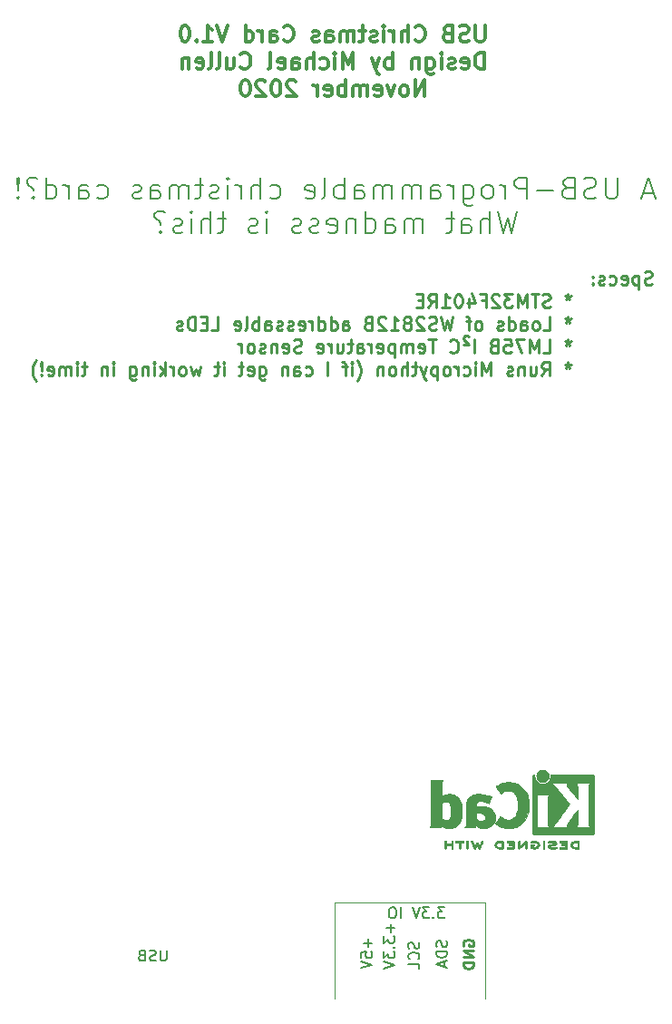
<source format=gbr>
%TF.GenerationSoftware,KiCad,Pcbnew,5.1.6-1.fc32*%
%TF.CreationDate,2020-11-21T02:42:39+01:00*%
%TF.ProjectId,christmas-card,63687269-7374-46d6-9173-2d636172642e,rev?*%
%TF.SameCoordinates,Original*%
%TF.FileFunction,Legend,Bot*%
%TF.FilePolarity,Positive*%
%FSLAX46Y46*%
G04 Gerber Fmt 4.6, Leading zero omitted, Abs format (unit mm)*
G04 Created by KiCad (PCBNEW 5.1.6-1.fc32) date 2020-11-21 02:42:39*
%MOMM*%
%LPD*%
G01*
G04 APERTURE LIST*
%ADD10C,0.250000*%
%ADD11C,0.150000*%
%ADD12C,0.120000*%
%ADD13C,0.300000*%
%ADD14C,0.010000*%
G04 APERTURE END LIST*
D10*
X165599404Y-102255952D02*
X165420833Y-102315476D01*
X165123214Y-102315476D01*
X165004166Y-102255952D01*
X164944642Y-102196428D01*
X164885119Y-102077380D01*
X164885119Y-101958333D01*
X164944642Y-101839285D01*
X165004166Y-101779761D01*
X165123214Y-101720238D01*
X165361309Y-101660714D01*
X165480357Y-101601190D01*
X165539880Y-101541666D01*
X165599404Y-101422619D01*
X165599404Y-101303571D01*
X165539880Y-101184523D01*
X165480357Y-101125000D01*
X165361309Y-101065476D01*
X165063690Y-101065476D01*
X164885119Y-101125000D01*
X164349404Y-101482142D02*
X164349404Y-102732142D01*
X164349404Y-101541666D02*
X164230357Y-101482142D01*
X163992261Y-101482142D01*
X163873214Y-101541666D01*
X163813690Y-101601190D01*
X163754166Y-101720238D01*
X163754166Y-102077380D01*
X163813690Y-102196428D01*
X163873214Y-102255952D01*
X163992261Y-102315476D01*
X164230357Y-102315476D01*
X164349404Y-102255952D01*
X162742261Y-102255952D02*
X162861309Y-102315476D01*
X163099404Y-102315476D01*
X163218452Y-102255952D01*
X163277976Y-102136904D01*
X163277976Y-101660714D01*
X163218452Y-101541666D01*
X163099404Y-101482142D01*
X162861309Y-101482142D01*
X162742261Y-101541666D01*
X162682738Y-101660714D01*
X162682738Y-101779761D01*
X163277976Y-101898809D01*
X161611309Y-102255952D02*
X161730357Y-102315476D01*
X161968452Y-102315476D01*
X162087500Y-102255952D01*
X162147023Y-102196428D01*
X162206547Y-102077380D01*
X162206547Y-101720238D01*
X162147023Y-101601190D01*
X162087500Y-101541666D01*
X161968452Y-101482142D01*
X161730357Y-101482142D01*
X161611309Y-101541666D01*
X161135119Y-102255952D02*
X161016071Y-102315476D01*
X160777976Y-102315476D01*
X160658928Y-102255952D01*
X160599404Y-102136904D01*
X160599404Y-102077380D01*
X160658928Y-101958333D01*
X160777976Y-101898809D01*
X160956547Y-101898809D01*
X161075595Y-101839285D01*
X161135119Y-101720238D01*
X161135119Y-101660714D01*
X161075595Y-101541666D01*
X160956547Y-101482142D01*
X160777976Y-101482142D01*
X160658928Y-101541666D01*
X160063690Y-102196428D02*
X160004166Y-102255952D01*
X160063690Y-102315476D01*
X160123214Y-102255952D01*
X160063690Y-102196428D01*
X160063690Y-102315476D01*
X160063690Y-101541666D02*
X160004166Y-101601190D01*
X160063690Y-101660714D01*
X160123214Y-101601190D01*
X160063690Y-101541666D01*
X160063690Y-101660714D01*
X157742261Y-103190476D02*
X157742261Y-103488095D01*
X158039880Y-103369047D02*
X157742261Y-103488095D01*
X157444642Y-103369047D01*
X157920833Y-103726190D02*
X157742261Y-103488095D01*
X157563690Y-103726190D01*
X156075595Y-104380952D02*
X155897023Y-104440476D01*
X155599404Y-104440476D01*
X155480357Y-104380952D01*
X155420833Y-104321428D01*
X155361309Y-104202380D01*
X155361309Y-104083333D01*
X155420833Y-103964285D01*
X155480357Y-103904761D01*
X155599404Y-103845238D01*
X155837500Y-103785714D01*
X155956547Y-103726190D01*
X156016071Y-103666666D01*
X156075595Y-103547619D01*
X156075595Y-103428571D01*
X156016071Y-103309523D01*
X155956547Y-103250000D01*
X155837500Y-103190476D01*
X155539880Y-103190476D01*
X155361309Y-103250000D01*
X155004166Y-103190476D02*
X154289880Y-103190476D01*
X154647023Y-104440476D02*
X154647023Y-103190476D01*
X153873214Y-104440476D02*
X153873214Y-103190476D01*
X153456547Y-104083333D01*
X153039880Y-103190476D01*
X153039880Y-104440476D01*
X152563690Y-103190476D02*
X151789880Y-103190476D01*
X152206547Y-103666666D01*
X152027976Y-103666666D01*
X151908928Y-103726190D01*
X151849404Y-103785714D01*
X151789880Y-103904761D01*
X151789880Y-104202380D01*
X151849404Y-104321428D01*
X151908928Y-104380952D01*
X152027976Y-104440476D01*
X152385119Y-104440476D01*
X152504166Y-104380952D01*
X152563690Y-104321428D01*
X151313690Y-103309523D02*
X151254166Y-103250000D01*
X151135119Y-103190476D01*
X150837500Y-103190476D01*
X150718452Y-103250000D01*
X150658928Y-103309523D01*
X150599404Y-103428571D01*
X150599404Y-103547619D01*
X150658928Y-103726190D01*
X151373214Y-104440476D01*
X150599404Y-104440476D01*
X149647023Y-103785714D02*
X150063690Y-103785714D01*
X150063690Y-104440476D02*
X150063690Y-103190476D01*
X149468452Y-103190476D01*
X148456547Y-103607142D02*
X148456547Y-104440476D01*
X148754166Y-103130952D02*
X149051785Y-104023809D01*
X148277976Y-104023809D01*
X147563690Y-103190476D02*
X147444642Y-103190476D01*
X147325595Y-103250000D01*
X147266071Y-103309523D01*
X147206547Y-103428571D01*
X147147023Y-103666666D01*
X147147023Y-103964285D01*
X147206547Y-104202380D01*
X147266071Y-104321428D01*
X147325595Y-104380952D01*
X147444642Y-104440476D01*
X147563690Y-104440476D01*
X147682738Y-104380952D01*
X147742261Y-104321428D01*
X147801785Y-104202380D01*
X147861309Y-103964285D01*
X147861309Y-103666666D01*
X147801785Y-103428571D01*
X147742261Y-103309523D01*
X147682738Y-103250000D01*
X147563690Y-103190476D01*
X145956547Y-104440476D02*
X146670833Y-104440476D01*
X146313690Y-104440476D02*
X146313690Y-103190476D01*
X146432738Y-103369047D01*
X146551785Y-103488095D01*
X146670833Y-103547619D01*
X144706547Y-104440476D02*
X145123214Y-103845238D01*
X145420833Y-104440476D02*
X145420833Y-103190476D01*
X144944642Y-103190476D01*
X144825595Y-103250000D01*
X144766071Y-103309523D01*
X144706547Y-103428571D01*
X144706547Y-103607142D01*
X144766071Y-103726190D01*
X144825595Y-103785714D01*
X144944642Y-103845238D01*
X145420833Y-103845238D01*
X144170833Y-103785714D02*
X143754166Y-103785714D01*
X143575595Y-104440476D02*
X144170833Y-104440476D01*
X144170833Y-103190476D01*
X143575595Y-103190476D01*
X157742261Y-105315476D02*
X157742261Y-105613095D01*
X158039880Y-105494047D02*
X157742261Y-105613095D01*
X157444642Y-105494047D01*
X157920833Y-105851190D02*
X157742261Y-105613095D01*
X157563690Y-105851190D01*
X155420833Y-106565476D02*
X156016071Y-106565476D01*
X156016071Y-105315476D01*
X154825595Y-106565476D02*
X154944642Y-106505952D01*
X155004166Y-106446428D01*
X155063690Y-106327380D01*
X155063690Y-105970238D01*
X155004166Y-105851190D01*
X154944642Y-105791666D01*
X154825595Y-105732142D01*
X154647023Y-105732142D01*
X154527976Y-105791666D01*
X154468452Y-105851190D01*
X154408928Y-105970238D01*
X154408928Y-106327380D01*
X154468452Y-106446428D01*
X154527976Y-106505952D01*
X154647023Y-106565476D01*
X154825595Y-106565476D01*
X153337499Y-106565476D02*
X153337499Y-105910714D01*
X153397023Y-105791666D01*
X153516071Y-105732142D01*
X153754166Y-105732142D01*
X153873214Y-105791666D01*
X153337499Y-106505952D02*
X153456547Y-106565476D01*
X153754166Y-106565476D01*
X153873214Y-106505952D01*
X153932738Y-106386904D01*
X153932738Y-106267857D01*
X153873214Y-106148809D01*
X153754166Y-106089285D01*
X153456547Y-106089285D01*
X153337499Y-106029761D01*
X152206547Y-106565476D02*
X152206547Y-105315476D01*
X152206547Y-106505952D02*
X152325595Y-106565476D01*
X152563690Y-106565476D01*
X152682738Y-106505952D01*
X152742261Y-106446428D01*
X152801785Y-106327380D01*
X152801785Y-105970238D01*
X152742261Y-105851190D01*
X152682738Y-105791666D01*
X152563690Y-105732142D01*
X152325595Y-105732142D01*
X152206547Y-105791666D01*
X151670833Y-106505952D02*
X151551785Y-106565476D01*
X151313690Y-106565476D01*
X151194642Y-106505952D01*
X151135119Y-106386904D01*
X151135119Y-106327380D01*
X151194642Y-106208333D01*
X151313690Y-106148809D01*
X151492261Y-106148809D01*
X151611309Y-106089285D01*
X151670833Y-105970238D01*
X151670833Y-105910714D01*
X151611309Y-105791666D01*
X151492261Y-105732142D01*
X151313690Y-105732142D01*
X151194642Y-105791666D01*
X149468452Y-106565476D02*
X149587499Y-106505952D01*
X149647023Y-106446428D01*
X149706547Y-106327380D01*
X149706547Y-105970238D01*
X149647023Y-105851190D01*
X149587499Y-105791666D01*
X149468452Y-105732142D01*
X149289880Y-105732142D01*
X149170833Y-105791666D01*
X149111309Y-105851190D01*
X149051785Y-105970238D01*
X149051785Y-106327380D01*
X149111309Y-106446428D01*
X149170833Y-106505952D01*
X149289880Y-106565476D01*
X149468452Y-106565476D01*
X148694642Y-105732142D02*
X148218452Y-105732142D01*
X148516071Y-106565476D02*
X148516071Y-105494047D01*
X148456547Y-105375000D01*
X148337499Y-105315476D01*
X148218452Y-105315476D01*
X146968452Y-105315476D02*
X146670833Y-106565476D01*
X146432738Y-105672619D01*
X146194642Y-106565476D01*
X145897023Y-105315476D01*
X145480357Y-106505952D02*
X145301785Y-106565476D01*
X145004166Y-106565476D01*
X144885119Y-106505952D01*
X144825595Y-106446428D01*
X144766071Y-106327380D01*
X144766071Y-106208333D01*
X144825595Y-106089285D01*
X144885119Y-106029761D01*
X145004166Y-105970238D01*
X145242261Y-105910714D01*
X145361309Y-105851190D01*
X145420833Y-105791666D01*
X145480357Y-105672619D01*
X145480357Y-105553571D01*
X145420833Y-105434523D01*
X145361309Y-105375000D01*
X145242261Y-105315476D01*
X144944642Y-105315476D01*
X144766071Y-105375000D01*
X144289880Y-105434523D02*
X144230357Y-105375000D01*
X144111309Y-105315476D01*
X143813690Y-105315476D01*
X143694642Y-105375000D01*
X143635119Y-105434523D01*
X143575595Y-105553571D01*
X143575595Y-105672619D01*
X143635119Y-105851190D01*
X144349404Y-106565476D01*
X143575595Y-106565476D01*
X142861309Y-105851190D02*
X142980357Y-105791666D01*
X143039880Y-105732142D01*
X143099404Y-105613095D01*
X143099404Y-105553571D01*
X143039880Y-105434523D01*
X142980357Y-105375000D01*
X142861309Y-105315476D01*
X142623214Y-105315476D01*
X142504166Y-105375000D01*
X142444642Y-105434523D01*
X142385119Y-105553571D01*
X142385119Y-105613095D01*
X142444642Y-105732142D01*
X142504166Y-105791666D01*
X142623214Y-105851190D01*
X142861309Y-105851190D01*
X142980357Y-105910714D01*
X143039880Y-105970238D01*
X143099404Y-106089285D01*
X143099404Y-106327380D01*
X143039880Y-106446428D01*
X142980357Y-106505952D01*
X142861309Y-106565476D01*
X142623214Y-106565476D01*
X142504166Y-106505952D01*
X142444642Y-106446428D01*
X142385119Y-106327380D01*
X142385119Y-106089285D01*
X142444642Y-105970238D01*
X142504166Y-105910714D01*
X142623214Y-105851190D01*
X141194642Y-106565476D02*
X141908928Y-106565476D01*
X141551785Y-106565476D02*
X141551785Y-105315476D01*
X141670833Y-105494047D01*
X141789880Y-105613095D01*
X141908928Y-105672619D01*
X140718452Y-105434523D02*
X140658928Y-105375000D01*
X140539880Y-105315476D01*
X140242261Y-105315476D01*
X140123214Y-105375000D01*
X140063690Y-105434523D01*
X140004166Y-105553571D01*
X140004166Y-105672619D01*
X140063690Y-105851190D01*
X140777976Y-106565476D01*
X140004166Y-106565476D01*
X139051785Y-105910714D02*
X138873214Y-105970238D01*
X138813690Y-106029761D01*
X138754166Y-106148809D01*
X138754166Y-106327380D01*
X138813690Y-106446428D01*
X138873214Y-106505952D01*
X138992261Y-106565476D01*
X139468452Y-106565476D01*
X139468452Y-105315476D01*
X139051785Y-105315476D01*
X138932738Y-105375000D01*
X138873214Y-105434523D01*
X138813690Y-105553571D01*
X138813690Y-105672619D01*
X138873214Y-105791666D01*
X138932738Y-105851190D01*
X139051785Y-105910714D01*
X139468452Y-105910714D01*
X136730357Y-106565476D02*
X136730357Y-105910714D01*
X136789880Y-105791666D01*
X136908928Y-105732142D01*
X137147023Y-105732142D01*
X137266071Y-105791666D01*
X136730357Y-106505952D02*
X136849404Y-106565476D01*
X137147023Y-106565476D01*
X137266071Y-106505952D01*
X137325595Y-106386904D01*
X137325595Y-106267857D01*
X137266071Y-106148809D01*
X137147023Y-106089285D01*
X136849404Y-106089285D01*
X136730357Y-106029761D01*
X135599404Y-106565476D02*
X135599404Y-105315476D01*
X135599404Y-106505952D02*
X135718452Y-106565476D01*
X135956547Y-106565476D01*
X136075595Y-106505952D01*
X136135119Y-106446428D01*
X136194642Y-106327380D01*
X136194642Y-105970238D01*
X136135119Y-105851190D01*
X136075595Y-105791666D01*
X135956547Y-105732142D01*
X135718452Y-105732142D01*
X135599404Y-105791666D01*
X134468452Y-106565476D02*
X134468452Y-105315476D01*
X134468452Y-106505952D02*
X134587499Y-106565476D01*
X134825595Y-106565476D01*
X134944642Y-106505952D01*
X135004166Y-106446428D01*
X135063690Y-106327380D01*
X135063690Y-105970238D01*
X135004166Y-105851190D01*
X134944642Y-105791666D01*
X134825595Y-105732142D01*
X134587499Y-105732142D01*
X134468452Y-105791666D01*
X133873214Y-106565476D02*
X133873214Y-105732142D01*
X133873214Y-105970238D02*
X133813690Y-105851190D01*
X133754166Y-105791666D01*
X133635119Y-105732142D01*
X133516071Y-105732142D01*
X132623214Y-106505952D02*
X132742261Y-106565476D01*
X132980357Y-106565476D01*
X133099404Y-106505952D01*
X133158928Y-106386904D01*
X133158928Y-105910714D01*
X133099404Y-105791666D01*
X132980357Y-105732142D01*
X132742261Y-105732142D01*
X132623214Y-105791666D01*
X132563690Y-105910714D01*
X132563690Y-106029761D01*
X133158928Y-106148809D01*
X132087499Y-106505952D02*
X131968452Y-106565476D01*
X131730357Y-106565476D01*
X131611309Y-106505952D01*
X131551785Y-106386904D01*
X131551785Y-106327380D01*
X131611309Y-106208333D01*
X131730357Y-106148809D01*
X131908928Y-106148809D01*
X132027976Y-106089285D01*
X132087499Y-105970238D01*
X132087499Y-105910714D01*
X132027976Y-105791666D01*
X131908928Y-105732142D01*
X131730357Y-105732142D01*
X131611309Y-105791666D01*
X131075595Y-106505952D02*
X130956547Y-106565476D01*
X130718452Y-106565476D01*
X130599404Y-106505952D01*
X130539880Y-106386904D01*
X130539880Y-106327380D01*
X130599404Y-106208333D01*
X130718452Y-106148809D01*
X130897023Y-106148809D01*
X131016071Y-106089285D01*
X131075595Y-105970238D01*
X131075595Y-105910714D01*
X131016071Y-105791666D01*
X130897023Y-105732142D01*
X130718452Y-105732142D01*
X130599404Y-105791666D01*
X129468452Y-106565476D02*
X129468452Y-105910714D01*
X129527976Y-105791666D01*
X129647023Y-105732142D01*
X129885119Y-105732142D01*
X130004166Y-105791666D01*
X129468452Y-106505952D02*
X129587499Y-106565476D01*
X129885119Y-106565476D01*
X130004166Y-106505952D01*
X130063690Y-106386904D01*
X130063690Y-106267857D01*
X130004166Y-106148809D01*
X129885119Y-106089285D01*
X129587499Y-106089285D01*
X129468452Y-106029761D01*
X128873214Y-106565476D02*
X128873214Y-105315476D01*
X128873214Y-105791666D02*
X128754166Y-105732142D01*
X128516071Y-105732142D01*
X128397023Y-105791666D01*
X128337499Y-105851190D01*
X128277976Y-105970238D01*
X128277976Y-106327380D01*
X128337499Y-106446428D01*
X128397023Y-106505952D01*
X128516071Y-106565476D01*
X128754166Y-106565476D01*
X128873214Y-106505952D01*
X127563690Y-106565476D02*
X127682738Y-106505952D01*
X127742261Y-106386904D01*
X127742261Y-105315476D01*
X126611309Y-106505952D02*
X126730357Y-106565476D01*
X126968452Y-106565476D01*
X127087499Y-106505952D01*
X127147023Y-106386904D01*
X127147023Y-105910714D01*
X127087499Y-105791666D01*
X126968452Y-105732142D01*
X126730357Y-105732142D01*
X126611309Y-105791666D01*
X126551785Y-105910714D01*
X126551785Y-106029761D01*
X127147023Y-106148809D01*
X124468452Y-106565476D02*
X125063690Y-106565476D01*
X125063690Y-105315476D01*
X124051785Y-105910714D02*
X123635119Y-105910714D01*
X123456547Y-106565476D02*
X124051785Y-106565476D01*
X124051785Y-105315476D01*
X123456547Y-105315476D01*
X122920833Y-106565476D02*
X122920833Y-105315476D01*
X122623214Y-105315476D01*
X122444642Y-105375000D01*
X122325595Y-105494047D01*
X122266071Y-105613095D01*
X122206547Y-105851190D01*
X122206547Y-106029761D01*
X122266071Y-106267857D01*
X122325595Y-106386904D01*
X122444642Y-106505952D01*
X122623214Y-106565476D01*
X122920833Y-106565476D01*
X121730357Y-106505952D02*
X121611309Y-106565476D01*
X121373214Y-106565476D01*
X121254166Y-106505952D01*
X121194642Y-106386904D01*
X121194642Y-106327380D01*
X121254166Y-106208333D01*
X121373214Y-106148809D01*
X121551785Y-106148809D01*
X121670833Y-106089285D01*
X121730357Y-105970238D01*
X121730357Y-105910714D01*
X121670833Y-105791666D01*
X121551785Y-105732142D01*
X121373214Y-105732142D01*
X121254166Y-105791666D01*
X157742261Y-107440476D02*
X157742261Y-107738095D01*
X158039880Y-107619047D02*
X157742261Y-107738095D01*
X157444642Y-107619047D01*
X157920833Y-107976190D02*
X157742261Y-107738095D01*
X157563690Y-107976190D01*
X155420833Y-108690476D02*
X156016071Y-108690476D01*
X156016071Y-107440476D01*
X155004166Y-108690476D02*
X155004166Y-107440476D01*
X154587500Y-108333333D01*
X154170833Y-107440476D01*
X154170833Y-108690476D01*
X153694642Y-107440476D02*
X152861309Y-107440476D01*
X153397023Y-108690476D01*
X151789880Y-107440476D02*
X152385119Y-107440476D01*
X152444642Y-108035714D01*
X152385119Y-107976190D01*
X152266071Y-107916666D01*
X151968452Y-107916666D01*
X151849404Y-107976190D01*
X151789880Y-108035714D01*
X151730357Y-108154761D01*
X151730357Y-108452380D01*
X151789880Y-108571428D01*
X151849404Y-108630952D01*
X151968452Y-108690476D01*
X152266071Y-108690476D01*
X152385119Y-108630952D01*
X152444642Y-108571428D01*
X150777976Y-108035714D02*
X150599404Y-108095238D01*
X150539880Y-108154761D01*
X150480357Y-108273809D01*
X150480357Y-108452380D01*
X150539880Y-108571428D01*
X150599404Y-108630952D01*
X150718452Y-108690476D01*
X151194642Y-108690476D01*
X151194642Y-107440476D01*
X150777976Y-107440476D01*
X150658928Y-107500000D01*
X150599404Y-107559523D01*
X150539880Y-107678571D01*
X150539880Y-107797619D01*
X150599404Y-107916666D01*
X150658928Y-107976190D01*
X150777976Y-108035714D01*
X151194642Y-108035714D01*
X148992261Y-108690476D02*
X148992261Y-107440476D01*
X148456547Y-107142857D02*
X148337500Y-107083333D01*
X148158928Y-107083333D01*
X148039880Y-107142857D01*
X147980357Y-107261904D01*
X147980357Y-107380952D01*
X148039880Y-107500000D01*
X148456547Y-107916666D01*
X147980357Y-107916666D01*
X146730357Y-108571428D02*
X146789880Y-108630952D01*
X146968452Y-108690476D01*
X147087500Y-108690476D01*
X147266071Y-108630952D01*
X147385119Y-108511904D01*
X147444642Y-108392857D01*
X147504166Y-108154761D01*
X147504166Y-107976190D01*
X147444642Y-107738095D01*
X147385119Y-107619047D01*
X147266071Y-107500000D01*
X147087500Y-107440476D01*
X146968452Y-107440476D01*
X146789880Y-107500000D01*
X146730357Y-107559523D01*
X145420833Y-107440476D02*
X144706547Y-107440476D01*
X145063690Y-108690476D02*
X145063690Y-107440476D01*
X143813690Y-108630952D02*
X143932738Y-108690476D01*
X144170833Y-108690476D01*
X144289880Y-108630952D01*
X144349404Y-108511904D01*
X144349404Y-108035714D01*
X144289880Y-107916666D01*
X144170833Y-107857142D01*
X143932738Y-107857142D01*
X143813690Y-107916666D01*
X143754166Y-108035714D01*
X143754166Y-108154761D01*
X144349404Y-108273809D01*
X143218452Y-108690476D02*
X143218452Y-107857142D01*
X143218452Y-107976190D02*
X143158928Y-107916666D01*
X143039880Y-107857142D01*
X142861309Y-107857142D01*
X142742261Y-107916666D01*
X142682738Y-108035714D01*
X142682738Y-108690476D01*
X142682738Y-108035714D02*
X142623214Y-107916666D01*
X142504166Y-107857142D01*
X142325595Y-107857142D01*
X142206547Y-107916666D01*
X142147023Y-108035714D01*
X142147023Y-108690476D01*
X141551785Y-107857142D02*
X141551785Y-109107142D01*
X141551785Y-107916666D02*
X141432738Y-107857142D01*
X141194642Y-107857142D01*
X141075595Y-107916666D01*
X141016071Y-107976190D01*
X140956547Y-108095238D01*
X140956547Y-108452380D01*
X141016071Y-108571428D01*
X141075595Y-108630952D01*
X141194642Y-108690476D01*
X141432738Y-108690476D01*
X141551785Y-108630952D01*
X139944642Y-108630952D02*
X140063690Y-108690476D01*
X140301785Y-108690476D01*
X140420833Y-108630952D01*
X140480357Y-108511904D01*
X140480357Y-108035714D01*
X140420833Y-107916666D01*
X140301785Y-107857142D01*
X140063690Y-107857142D01*
X139944642Y-107916666D01*
X139885119Y-108035714D01*
X139885119Y-108154761D01*
X140480357Y-108273809D01*
X139349404Y-108690476D02*
X139349404Y-107857142D01*
X139349404Y-108095238D02*
X139289880Y-107976190D01*
X139230357Y-107916666D01*
X139111309Y-107857142D01*
X138992261Y-107857142D01*
X138039880Y-108690476D02*
X138039880Y-108035714D01*
X138099404Y-107916666D01*
X138218452Y-107857142D01*
X138456547Y-107857142D01*
X138575595Y-107916666D01*
X138039880Y-108630952D02*
X138158928Y-108690476D01*
X138456547Y-108690476D01*
X138575595Y-108630952D01*
X138635119Y-108511904D01*
X138635119Y-108392857D01*
X138575595Y-108273809D01*
X138456547Y-108214285D01*
X138158928Y-108214285D01*
X138039880Y-108154761D01*
X137623214Y-107857142D02*
X137147023Y-107857142D01*
X137444642Y-107440476D02*
X137444642Y-108511904D01*
X137385119Y-108630952D01*
X137266071Y-108690476D01*
X137147023Y-108690476D01*
X136194642Y-107857142D02*
X136194642Y-108690476D01*
X136730357Y-107857142D02*
X136730357Y-108511904D01*
X136670833Y-108630952D01*
X136551785Y-108690476D01*
X136373214Y-108690476D01*
X136254166Y-108630952D01*
X136194642Y-108571428D01*
X135599404Y-108690476D02*
X135599404Y-107857142D01*
X135599404Y-108095238D02*
X135539880Y-107976190D01*
X135480357Y-107916666D01*
X135361309Y-107857142D01*
X135242261Y-107857142D01*
X134349404Y-108630952D02*
X134468452Y-108690476D01*
X134706547Y-108690476D01*
X134825595Y-108630952D01*
X134885119Y-108511904D01*
X134885119Y-108035714D01*
X134825595Y-107916666D01*
X134706547Y-107857142D01*
X134468452Y-107857142D01*
X134349404Y-107916666D01*
X134289880Y-108035714D01*
X134289880Y-108154761D01*
X134885119Y-108273809D01*
X132861309Y-108630952D02*
X132682738Y-108690476D01*
X132385119Y-108690476D01*
X132266071Y-108630952D01*
X132206547Y-108571428D01*
X132147023Y-108452380D01*
X132147023Y-108333333D01*
X132206547Y-108214285D01*
X132266071Y-108154761D01*
X132385119Y-108095238D01*
X132623214Y-108035714D01*
X132742261Y-107976190D01*
X132801785Y-107916666D01*
X132861309Y-107797619D01*
X132861309Y-107678571D01*
X132801785Y-107559523D01*
X132742261Y-107500000D01*
X132623214Y-107440476D01*
X132325595Y-107440476D01*
X132147023Y-107500000D01*
X131135119Y-108630952D02*
X131254166Y-108690476D01*
X131492261Y-108690476D01*
X131611309Y-108630952D01*
X131670833Y-108511904D01*
X131670833Y-108035714D01*
X131611309Y-107916666D01*
X131492261Y-107857142D01*
X131254166Y-107857142D01*
X131135119Y-107916666D01*
X131075595Y-108035714D01*
X131075595Y-108154761D01*
X131670833Y-108273809D01*
X130539880Y-107857142D02*
X130539880Y-108690476D01*
X130539880Y-107976190D02*
X130480357Y-107916666D01*
X130361309Y-107857142D01*
X130182738Y-107857142D01*
X130063690Y-107916666D01*
X130004166Y-108035714D01*
X130004166Y-108690476D01*
X129468452Y-108630952D02*
X129349404Y-108690476D01*
X129111309Y-108690476D01*
X128992261Y-108630952D01*
X128932738Y-108511904D01*
X128932738Y-108452380D01*
X128992261Y-108333333D01*
X129111309Y-108273809D01*
X129289880Y-108273809D01*
X129408928Y-108214285D01*
X129468452Y-108095238D01*
X129468452Y-108035714D01*
X129408928Y-107916666D01*
X129289880Y-107857142D01*
X129111309Y-107857142D01*
X128992261Y-107916666D01*
X128218452Y-108690476D02*
X128337500Y-108630952D01*
X128397023Y-108571428D01*
X128456547Y-108452380D01*
X128456547Y-108095238D01*
X128397023Y-107976190D01*
X128337500Y-107916666D01*
X128218452Y-107857142D01*
X128039880Y-107857142D01*
X127920833Y-107916666D01*
X127861309Y-107976190D01*
X127801785Y-108095238D01*
X127801785Y-108452380D01*
X127861309Y-108571428D01*
X127920833Y-108630952D01*
X128039880Y-108690476D01*
X128218452Y-108690476D01*
X127266071Y-108690476D02*
X127266071Y-107857142D01*
X127266071Y-108095238D02*
X127206547Y-107976190D01*
X127147023Y-107916666D01*
X127027976Y-107857142D01*
X126908928Y-107857142D01*
X157742261Y-109565476D02*
X157742261Y-109863095D01*
X158039880Y-109744047D02*
X157742261Y-109863095D01*
X157444642Y-109744047D01*
X157920833Y-110101190D02*
X157742261Y-109863095D01*
X157563690Y-110101190D01*
X155301785Y-110815476D02*
X155718452Y-110220238D01*
X156016071Y-110815476D02*
X156016071Y-109565476D01*
X155539880Y-109565476D01*
X155420833Y-109625000D01*
X155361309Y-109684523D01*
X155301785Y-109803571D01*
X155301785Y-109982142D01*
X155361309Y-110101190D01*
X155420833Y-110160714D01*
X155539880Y-110220238D01*
X156016071Y-110220238D01*
X154230357Y-109982142D02*
X154230357Y-110815476D01*
X154766071Y-109982142D02*
X154766071Y-110636904D01*
X154706547Y-110755952D01*
X154587499Y-110815476D01*
X154408928Y-110815476D01*
X154289880Y-110755952D01*
X154230357Y-110696428D01*
X153635119Y-109982142D02*
X153635119Y-110815476D01*
X153635119Y-110101190D02*
X153575595Y-110041666D01*
X153456547Y-109982142D01*
X153277976Y-109982142D01*
X153158928Y-110041666D01*
X153099404Y-110160714D01*
X153099404Y-110815476D01*
X152563690Y-110755952D02*
X152444642Y-110815476D01*
X152206547Y-110815476D01*
X152087499Y-110755952D01*
X152027976Y-110636904D01*
X152027976Y-110577380D01*
X152087499Y-110458333D01*
X152206547Y-110398809D01*
X152385119Y-110398809D01*
X152504166Y-110339285D01*
X152563690Y-110220238D01*
X152563690Y-110160714D01*
X152504166Y-110041666D01*
X152385119Y-109982142D01*
X152206547Y-109982142D01*
X152087499Y-110041666D01*
X150539880Y-110815476D02*
X150539880Y-109565476D01*
X150123214Y-110458333D01*
X149706547Y-109565476D01*
X149706547Y-110815476D01*
X149111309Y-110815476D02*
X149111309Y-109982142D01*
X149111309Y-109565476D02*
X149170833Y-109625000D01*
X149111309Y-109684523D01*
X149051785Y-109625000D01*
X149111309Y-109565476D01*
X149111309Y-109684523D01*
X147980357Y-110755952D02*
X148099404Y-110815476D01*
X148337499Y-110815476D01*
X148456547Y-110755952D01*
X148516071Y-110696428D01*
X148575595Y-110577380D01*
X148575595Y-110220238D01*
X148516071Y-110101190D01*
X148456547Y-110041666D01*
X148337499Y-109982142D01*
X148099404Y-109982142D01*
X147980357Y-110041666D01*
X147444642Y-110815476D02*
X147444642Y-109982142D01*
X147444642Y-110220238D02*
X147385119Y-110101190D01*
X147325595Y-110041666D01*
X147206547Y-109982142D01*
X147087499Y-109982142D01*
X146492261Y-110815476D02*
X146611309Y-110755952D01*
X146670833Y-110696428D01*
X146730357Y-110577380D01*
X146730357Y-110220238D01*
X146670833Y-110101190D01*
X146611309Y-110041666D01*
X146492261Y-109982142D01*
X146313690Y-109982142D01*
X146194642Y-110041666D01*
X146135119Y-110101190D01*
X146075595Y-110220238D01*
X146075595Y-110577380D01*
X146135119Y-110696428D01*
X146194642Y-110755952D01*
X146313690Y-110815476D01*
X146492261Y-110815476D01*
X145539880Y-109982142D02*
X145539880Y-111232142D01*
X145539880Y-110041666D02*
X145420833Y-109982142D01*
X145182738Y-109982142D01*
X145063690Y-110041666D01*
X145004166Y-110101190D01*
X144944642Y-110220238D01*
X144944642Y-110577380D01*
X145004166Y-110696428D01*
X145063690Y-110755952D01*
X145182738Y-110815476D01*
X145420833Y-110815476D01*
X145539880Y-110755952D01*
X144527976Y-109982142D02*
X144230357Y-110815476D01*
X143932738Y-109982142D02*
X144230357Y-110815476D01*
X144349404Y-111113095D01*
X144408928Y-111172619D01*
X144527976Y-111232142D01*
X143635119Y-109982142D02*
X143158928Y-109982142D01*
X143456547Y-109565476D02*
X143456547Y-110636904D01*
X143397023Y-110755952D01*
X143277976Y-110815476D01*
X143158928Y-110815476D01*
X142742261Y-110815476D02*
X142742261Y-109565476D01*
X142206547Y-110815476D02*
X142206547Y-110160714D01*
X142266071Y-110041666D01*
X142385119Y-109982142D01*
X142563690Y-109982142D01*
X142682738Y-110041666D01*
X142742261Y-110101190D01*
X141432738Y-110815476D02*
X141551785Y-110755952D01*
X141611309Y-110696428D01*
X141670833Y-110577380D01*
X141670833Y-110220238D01*
X141611309Y-110101190D01*
X141551785Y-110041666D01*
X141432738Y-109982142D01*
X141254166Y-109982142D01*
X141135119Y-110041666D01*
X141075595Y-110101190D01*
X141016071Y-110220238D01*
X141016071Y-110577380D01*
X141075595Y-110696428D01*
X141135119Y-110755952D01*
X141254166Y-110815476D01*
X141432738Y-110815476D01*
X140480357Y-109982142D02*
X140480357Y-110815476D01*
X140480357Y-110101190D02*
X140420833Y-110041666D01*
X140301785Y-109982142D01*
X140123214Y-109982142D01*
X140004166Y-110041666D01*
X139944642Y-110160714D01*
X139944642Y-110815476D01*
X138039880Y-111291666D02*
X138099404Y-111232142D01*
X138218452Y-111053571D01*
X138277976Y-110934523D01*
X138337499Y-110755952D01*
X138397023Y-110458333D01*
X138397023Y-110220238D01*
X138337499Y-109922619D01*
X138277976Y-109744047D01*
X138218452Y-109625000D01*
X138099404Y-109446428D01*
X138039880Y-109386904D01*
X137563690Y-110815476D02*
X137563690Y-109982142D01*
X137563690Y-109565476D02*
X137623214Y-109625000D01*
X137563690Y-109684523D01*
X137504166Y-109625000D01*
X137563690Y-109565476D01*
X137563690Y-109684523D01*
X137147023Y-109982142D02*
X136670833Y-109982142D01*
X136968452Y-110815476D02*
X136968452Y-109744047D01*
X136908928Y-109625000D01*
X136789880Y-109565476D01*
X136670833Y-109565476D01*
X135301785Y-110815476D02*
X135301785Y-109565476D01*
X133218452Y-110755952D02*
X133337499Y-110815476D01*
X133575595Y-110815476D01*
X133694642Y-110755952D01*
X133754166Y-110696428D01*
X133813690Y-110577380D01*
X133813690Y-110220238D01*
X133754166Y-110101190D01*
X133694642Y-110041666D01*
X133575595Y-109982142D01*
X133337499Y-109982142D01*
X133218452Y-110041666D01*
X132147023Y-110815476D02*
X132147023Y-110160714D01*
X132206547Y-110041666D01*
X132325595Y-109982142D01*
X132563690Y-109982142D01*
X132682738Y-110041666D01*
X132147023Y-110755952D02*
X132266071Y-110815476D01*
X132563690Y-110815476D01*
X132682738Y-110755952D01*
X132742261Y-110636904D01*
X132742261Y-110517857D01*
X132682738Y-110398809D01*
X132563690Y-110339285D01*
X132266071Y-110339285D01*
X132147023Y-110279761D01*
X131551785Y-109982142D02*
X131551785Y-110815476D01*
X131551785Y-110101190D02*
X131492261Y-110041666D01*
X131373214Y-109982142D01*
X131194642Y-109982142D01*
X131075595Y-110041666D01*
X131016071Y-110160714D01*
X131016071Y-110815476D01*
X128932738Y-109982142D02*
X128932738Y-110994047D01*
X128992261Y-111113095D01*
X129051785Y-111172619D01*
X129170833Y-111232142D01*
X129349404Y-111232142D01*
X129468452Y-111172619D01*
X128932738Y-110755952D02*
X129051785Y-110815476D01*
X129289880Y-110815476D01*
X129408928Y-110755952D01*
X129468452Y-110696428D01*
X129527976Y-110577380D01*
X129527976Y-110220238D01*
X129468452Y-110101190D01*
X129408928Y-110041666D01*
X129289880Y-109982142D01*
X129051785Y-109982142D01*
X128932738Y-110041666D01*
X127861309Y-110755952D02*
X127980357Y-110815476D01*
X128218452Y-110815476D01*
X128337499Y-110755952D01*
X128397023Y-110636904D01*
X128397023Y-110160714D01*
X128337499Y-110041666D01*
X128218452Y-109982142D01*
X127980357Y-109982142D01*
X127861309Y-110041666D01*
X127801785Y-110160714D01*
X127801785Y-110279761D01*
X128397023Y-110398809D01*
X127444642Y-109982142D02*
X126968452Y-109982142D01*
X127266071Y-109565476D02*
X127266071Y-110636904D01*
X127206547Y-110755952D01*
X127087499Y-110815476D01*
X126968452Y-110815476D01*
X125599404Y-110815476D02*
X125599404Y-109982142D01*
X125599404Y-109565476D02*
X125658928Y-109625000D01*
X125599404Y-109684523D01*
X125539880Y-109625000D01*
X125599404Y-109565476D01*
X125599404Y-109684523D01*
X125182738Y-109982142D02*
X124706547Y-109982142D01*
X125004166Y-109565476D02*
X125004166Y-110636904D01*
X124944642Y-110755952D01*
X124825595Y-110815476D01*
X124706547Y-110815476D01*
X123456547Y-109982142D02*
X123218452Y-110815476D01*
X122980357Y-110220238D01*
X122742261Y-110815476D01*
X122504166Y-109982142D01*
X121849404Y-110815476D02*
X121968452Y-110755952D01*
X122027976Y-110696428D01*
X122087499Y-110577380D01*
X122087499Y-110220238D01*
X122027976Y-110101190D01*
X121968452Y-110041666D01*
X121849404Y-109982142D01*
X121670833Y-109982142D01*
X121551785Y-110041666D01*
X121492261Y-110101190D01*
X121432738Y-110220238D01*
X121432738Y-110577380D01*
X121492261Y-110696428D01*
X121551785Y-110755952D01*
X121670833Y-110815476D01*
X121849404Y-110815476D01*
X120897023Y-110815476D02*
X120897023Y-109982142D01*
X120897023Y-110220238D02*
X120837499Y-110101190D01*
X120777976Y-110041666D01*
X120658928Y-109982142D01*
X120539880Y-109982142D01*
X120123214Y-110815476D02*
X120123214Y-109565476D01*
X120004166Y-110339285D02*
X119647023Y-110815476D01*
X119647023Y-109982142D02*
X120123214Y-110458333D01*
X119111309Y-110815476D02*
X119111309Y-109982142D01*
X119111309Y-109565476D02*
X119170833Y-109625000D01*
X119111309Y-109684523D01*
X119051785Y-109625000D01*
X119111309Y-109565476D01*
X119111309Y-109684523D01*
X118516071Y-109982142D02*
X118516071Y-110815476D01*
X118516071Y-110101190D02*
X118456547Y-110041666D01*
X118337499Y-109982142D01*
X118158928Y-109982142D01*
X118039880Y-110041666D01*
X117980357Y-110160714D01*
X117980357Y-110815476D01*
X116849404Y-109982142D02*
X116849404Y-110994047D01*
X116908928Y-111113095D01*
X116968452Y-111172619D01*
X117087499Y-111232142D01*
X117266071Y-111232142D01*
X117385119Y-111172619D01*
X116849404Y-110755952D02*
X116968452Y-110815476D01*
X117206547Y-110815476D01*
X117325595Y-110755952D01*
X117385119Y-110696428D01*
X117444642Y-110577380D01*
X117444642Y-110220238D01*
X117385119Y-110101190D01*
X117325595Y-110041666D01*
X117206547Y-109982142D01*
X116968452Y-109982142D01*
X116849404Y-110041666D01*
X115301785Y-110815476D02*
X115301785Y-109982142D01*
X115301785Y-109565476D02*
X115361309Y-109625000D01*
X115301785Y-109684523D01*
X115242261Y-109625000D01*
X115301785Y-109565476D01*
X115301785Y-109684523D01*
X114706547Y-109982142D02*
X114706547Y-110815476D01*
X114706547Y-110101190D02*
X114647023Y-110041666D01*
X114527976Y-109982142D01*
X114349404Y-109982142D01*
X114230357Y-110041666D01*
X114170833Y-110160714D01*
X114170833Y-110815476D01*
X112801785Y-109982142D02*
X112325595Y-109982142D01*
X112623214Y-109565476D02*
X112623214Y-110636904D01*
X112563690Y-110755952D01*
X112444642Y-110815476D01*
X112325595Y-110815476D01*
X111908928Y-110815476D02*
X111908928Y-109982142D01*
X111908928Y-109565476D02*
X111968452Y-109625000D01*
X111908928Y-109684523D01*
X111849404Y-109625000D01*
X111908928Y-109565476D01*
X111908928Y-109684523D01*
X111313690Y-110815476D02*
X111313690Y-109982142D01*
X111313690Y-110101190D02*
X111254166Y-110041666D01*
X111135119Y-109982142D01*
X110956547Y-109982142D01*
X110837499Y-110041666D01*
X110777976Y-110160714D01*
X110777976Y-110815476D01*
X110777976Y-110160714D02*
X110718452Y-110041666D01*
X110599404Y-109982142D01*
X110420833Y-109982142D01*
X110301785Y-110041666D01*
X110242261Y-110160714D01*
X110242261Y-110815476D01*
X109170833Y-110755952D02*
X109289880Y-110815476D01*
X109527976Y-110815476D01*
X109647023Y-110755952D01*
X109706547Y-110636904D01*
X109706547Y-110160714D01*
X109647023Y-110041666D01*
X109527976Y-109982142D01*
X109289880Y-109982142D01*
X109170833Y-110041666D01*
X109111309Y-110160714D01*
X109111309Y-110279761D01*
X109706547Y-110398809D01*
X108575595Y-110696428D02*
X108516071Y-110755952D01*
X108575595Y-110815476D01*
X108635119Y-110755952D01*
X108575595Y-110696428D01*
X108575595Y-110815476D01*
X108575595Y-110339285D02*
X108635119Y-109625000D01*
X108575595Y-109565476D01*
X108516071Y-109625000D01*
X108575595Y-110339285D01*
X108575595Y-109565476D01*
X108099404Y-111291666D02*
X108039880Y-111232142D01*
X107920833Y-111053571D01*
X107861309Y-110934523D01*
X107801785Y-110755952D01*
X107742261Y-110458333D01*
X107742261Y-110220238D01*
X107801785Y-109922619D01*
X107861309Y-109744047D01*
X107920833Y-109625000D01*
X108039880Y-109446428D01*
X108099404Y-109386904D01*
D11*
X165714285Y-93758333D02*
X164761904Y-93758333D01*
X165904761Y-94329761D02*
X165238095Y-92329761D01*
X164571428Y-94329761D01*
X162380952Y-92329761D02*
X162380952Y-93948809D01*
X162285714Y-94139285D01*
X162190476Y-94234523D01*
X162000000Y-94329761D01*
X161619047Y-94329761D01*
X161428571Y-94234523D01*
X161333333Y-94139285D01*
X161238095Y-93948809D01*
X161238095Y-92329761D01*
X160380952Y-94234523D02*
X160095238Y-94329761D01*
X159619047Y-94329761D01*
X159428571Y-94234523D01*
X159333333Y-94139285D01*
X159238095Y-93948809D01*
X159238095Y-93758333D01*
X159333333Y-93567857D01*
X159428571Y-93472619D01*
X159619047Y-93377380D01*
X160000000Y-93282142D01*
X160190476Y-93186904D01*
X160285714Y-93091666D01*
X160380952Y-92901190D01*
X160380952Y-92710714D01*
X160285714Y-92520238D01*
X160190476Y-92425000D01*
X160000000Y-92329761D01*
X159523809Y-92329761D01*
X159238095Y-92425000D01*
X157714285Y-93282142D02*
X157428571Y-93377380D01*
X157333333Y-93472619D01*
X157238095Y-93663095D01*
X157238095Y-93948809D01*
X157333333Y-94139285D01*
X157428571Y-94234523D01*
X157619047Y-94329761D01*
X158380952Y-94329761D01*
X158380952Y-92329761D01*
X157714285Y-92329761D01*
X157523809Y-92425000D01*
X157428571Y-92520238D01*
X157333333Y-92710714D01*
X157333333Y-92901190D01*
X157428571Y-93091666D01*
X157523809Y-93186904D01*
X157714285Y-93282142D01*
X158380952Y-93282142D01*
X156380952Y-93567857D02*
X154857142Y-93567857D01*
X153904761Y-94329761D02*
X153904761Y-92329761D01*
X153142857Y-92329761D01*
X152952380Y-92425000D01*
X152857142Y-92520238D01*
X152761904Y-92710714D01*
X152761904Y-92996428D01*
X152857142Y-93186904D01*
X152952380Y-93282142D01*
X153142857Y-93377380D01*
X153904761Y-93377380D01*
X151904761Y-94329761D02*
X151904761Y-92996428D01*
X151904761Y-93377380D02*
X151809523Y-93186904D01*
X151714285Y-93091666D01*
X151523809Y-92996428D01*
X151333333Y-92996428D01*
X150380952Y-94329761D02*
X150571428Y-94234523D01*
X150666666Y-94139285D01*
X150761904Y-93948809D01*
X150761904Y-93377380D01*
X150666666Y-93186904D01*
X150571428Y-93091666D01*
X150380952Y-92996428D01*
X150095238Y-92996428D01*
X149904761Y-93091666D01*
X149809523Y-93186904D01*
X149714285Y-93377380D01*
X149714285Y-93948809D01*
X149809523Y-94139285D01*
X149904761Y-94234523D01*
X150095238Y-94329761D01*
X150380952Y-94329761D01*
X148000000Y-92996428D02*
X148000000Y-94615476D01*
X148095238Y-94805952D01*
X148190476Y-94901190D01*
X148380952Y-94996428D01*
X148666666Y-94996428D01*
X148857142Y-94901190D01*
X148000000Y-94234523D02*
X148190476Y-94329761D01*
X148571428Y-94329761D01*
X148761904Y-94234523D01*
X148857142Y-94139285D01*
X148952380Y-93948809D01*
X148952380Y-93377380D01*
X148857142Y-93186904D01*
X148761904Y-93091666D01*
X148571428Y-92996428D01*
X148190476Y-92996428D01*
X148000000Y-93091666D01*
X147047619Y-94329761D02*
X147047619Y-92996428D01*
X147047619Y-93377380D02*
X146952380Y-93186904D01*
X146857142Y-93091666D01*
X146666666Y-92996428D01*
X146476190Y-92996428D01*
X144952380Y-94329761D02*
X144952380Y-93282142D01*
X145047619Y-93091666D01*
X145238095Y-92996428D01*
X145619047Y-92996428D01*
X145809523Y-93091666D01*
X144952380Y-94234523D02*
X145142857Y-94329761D01*
X145619047Y-94329761D01*
X145809523Y-94234523D01*
X145904761Y-94044047D01*
X145904761Y-93853571D01*
X145809523Y-93663095D01*
X145619047Y-93567857D01*
X145142857Y-93567857D01*
X144952380Y-93472619D01*
X144000000Y-94329761D02*
X144000000Y-92996428D01*
X144000000Y-93186904D02*
X143904761Y-93091666D01*
X143714285Y-92996428D01*
X143428571Y-92996428D01*
X143238095Y-93091666D01*
X143142857Y-93282142D01*
X143142857Y-94329761D01*
X143142857Y-93282142D02*
X143047619Y-93091666D01*
X142857142Y-92996428D01*
X142571428Y-92996428D01*
X142380952Y-93091666D01*
X142285714Y-93282142D01*
X142285714Y-94329761D01*
X141333333Y-94329761D02*
X141333333Y-92996428D01*
X141333333Y-93186904D02*
X141238095Y-93091666D01*
X141047619Y-92996428D01*
X140761904Y-92996428D01*
X140571428Y-93091666D01*
X140476190Y-93282142D01*
X140476190Y-94329761D01*
X140476190Y-93282142D02*
X140380952Y-93091666D01*
X140190476Y-92996428D01*
X139904761Y-92996428D01*
X139714285Y-93091666D01*
X139619047Y-93282142D01*
X139619047Y-94329761D01*
X137809523Y-94329761D02*
X137809523Y-93282142D01*
X137904761Y-93091666D01*
X138095238Y-92996428D01*
X138476190Y-92996428D01*
X138666666Y-93091666D01*
X137809523Y-94234523D02*
X138000000Y-94329761D01*
X138476190Y-94329761D01*
X138666666Y-94234523D01*
X138761904Y-94044047D01*
X138761904Y-93853571D01*
X138666666Y-93663095D01*
X138476190Y-93567857D01*
X138000000Y-93567857D01*
X137809523Y-93472619D01*
X136857142Y-94329761D02*
X136857142Y-92329761D01*
X136857142Y-93091666D02*
X136666666Y-92996428D01*
X136285714Y-92996428D01*
X136095238Y-93091666D01*
X136000000Y-93186904D01*
X135904761Y-93377380D01*
X135904761Y-93948809D01*
X136000000Y-94139285D01*
X136095238Y-94234523D01*
X136285714Y-94329761D01*
X136666666Y-94329761D01*
X136857142Y-94234523D01*
X134761904Y-94329761D02*
X134952380Y-94234523D01*
X135047619Y-94044047D01*
X135047619Y-92329761D01*
X133238095Y-94234523D02*
X133428571Y-94329761D01*
X133809523Y-94329761D01*
X134000000Y-94234523D01*
X134095238Y-94044047D01*
X134095238Y-93282142D01*
X134000000Y-93091666D01*
X133809523Y-92996428D01*
X133428571Y-92996428D01*
X133238095Y-93091666D01*
X133142857Y-93282142D01*
X133142857Y-93472619D01*
X134095238Y-93663095D01*
X129904761Y-94234523D02*
X130095238Y-94329761D01*
X130476190Y-94329761D01*
X130666666Y-94234523D01*
X130761904Y-94139285D01*
X130857142Y-93948809D01*
X130857142Y-93377380D01*
X130761904Y-93186904D01*
X130666666Y-93091666D01*
X130476190Y-92996428D01*
X130095238Y-92996428D01*
X129904761Y-93091666D01*
X129047619Y-94329761D02*
X129047619Y-92329761D01*
X128190476Y-94329761D02*
X128190476Y-93282142D01*
X128285714Y-93091666D01*
X128476190Y-92996428D01*
X128761904Y-92996428D01*
X128952380Y-93091666D01*
X129047619Y-93186904D01*
X127238095Y-94329761D02*
X127238095Y-92996428D01*
X127238095Y-93377380D02*
X127142857Y-93186904D01*
X127047619Y-93091666D01*
X126857142Y-92996428D01*
X126666666Y-92996428D01*
X126000000Y-94329761D02*
X126000000Y-92996428D01*
X126000000Y-92329761D02*
X126095238Y-92425000D01*
X126000000Y-92520238D01*
X125904761Y-92425000D01*
X126000000Y-92329761D01*
X126000000Y-92520238D01*
X125142857Y-94234523D02*
X124952380Y-94329761D01*
X124571428Y-94329761D01*
X124380952Y-94234523D01*
X124285714Y-94044047D01*
X124285714Y-93948809D01*
X124380952Y-93758333D01*
X124571428Y-93663095D01*
X124857142Y-93663095D01*
X125047619Y-93567857D01*
X125142857Y-93377380D01*
X125142857Y-93282142D01*
X125047619Y-93091666D01*
X124857142Y-92996428D01*
X124571428Y-92996428D01*
X124380952Y-93091666D01*
X123714285Y-92996428D02*
X122952380Y-92996428D01*
X123428571Y-92329761D02*
X123428571Y-94044047D01*
X123333333Y-94234523D01*
X123142857Y-94329761D01*
X122952380Y-94329761D01*
X122285714Y-94329761D02*
X122285714Y-92996428D01*
X122285714Y-93186904D02*
X122190476Y-93091666D01*
X122000000Y-92996428D01*
X121714285Y-92996428D01*
X121523809Y-93091666D01*
X121428571Y-93282142D01*
X121428571Y-94329761D01*
X121428571Y-93282142D02*
X121333333Y-93091666D01*
X121142857Y-92996428D01*
X120857142Y-92996428D01*
X120666666Y-93091666D01*
X120571428Y-93282142D01*
X120571428Y-94329761D01*
X118761904Y-94329761D02*
X118761904Y-93282142D01*
X118857142Y-93091666D01*
X119047619Y-92996428D01*
X119428571Y-92996428D01*
X119619047Y-93091666D01*
X118761904Y-94234523D02*
X118952380Y-94329761D01*
X119428571Y-94329761D01*
X119619047Y-94234523D01*
X119714285Y-94044047D01*
X119714285Y-93853571D01*
X119619047Y-93663095D01*
X119428571Y-93567857D01*
X118952380Y-93567857D01*
X118761904Y-93472619D01*
X117904761Y-94234523D02*
X117714285Y-94329761D01*
X117333333Y-94329761D01*
X117142857Y-94234523D01*
X117047619Y-94044047D01*
X117047619Y-93948809D01*
X117142857Y-93758333D01*
X117333333Y-93663095D01*
X117619047Y-93663095D01*
X117809523Y-93567857D01*
X117904761Y-93377380D01*
X117904761Y-93282142D01*
X117809523Y-93091666D01*
X117619047Y-92996428D01*
X117333333Y-92996428D01*
X117142857Y-93091666D01*
X113809523Y-94234523D02*
X114000000Y-94329761D01*
X114380952Y-94329761D01*
X114571428Y-94234523D01*
X114666666Y-94139285D01*
X114761904Y-93948809D01*
X114761904Y-93377380D01*
X114666666Y-93186904D01*
X114571428Y-93091666D01*
X114380952Y-92996428D01*
X114000000Y-92996428D01*
X113809523Y-93091666D01*
X112095238Y-94329761D02*
X112095238Y-93282142D01*
X112190476Y-93091666D01*
X112380952Y-92996428D01*
X112761904Y-92996428D01*
X112952380Y-93091666D01*
X112095238Y-94234523D02*
X112285714Y-94329761D01*
X112761904Y-94329761D01*
X112952380Y-94234523D01*
X113047619Y-94044047D01*
X113047619Y-93853571D01*
X112952380Y-93663095D01*
X112761904Y-93567857D01*
X112285714Y-93567857D01*
X112095238Y-93472619D01*
X111142857Y-94329761D02*
X111142857Y-92996428D01*
X111142857Y-93377380D02*
X111047619Y-93186904D01*
X110952380Y-93091666D01*
X110761904Y-92996428D01*
X110571428Y-92996428D01*
X109047619Y-94329761D02*
X109047619Y-92329761D01*
X109047619Y-94234523D02*
X109238095Y-94329761D01*
X109619047Y-94329761D01*
X109809523Y-94234523D01*
X109904761Y-94139285D01*
X110000000Y-93948809D01*
X110000000Y-93377380D01*
X109904761Y-93186904D01*
X109809523Y-93091666D01*
X109619047Y-92996428D01*
X109238095Y-92996428D01*
X109047619Y-93091666D01*
X107809523Y-94139285D02*
X107714285Y-94234523D01*
X107809523Y-94329761D01*
X107904761Y-94234523D01*
X107809523Y-94139285D01*
X107809523Y-94329761D01*
X108190476Y-92425000D02*
X108000000Y-92329761D01*
X107523809Y-92329761D01*
X107333333Y-92425000D01*
X107238095Y-92615476D01*
X107238095Y-92805952D01*
X107333333Y-92996428D01*
X107428571Y-93091666D01*
X107619047Y-93186904D01*
X107714285Y-93282142D01*
X107809523Y-93472619D01*
X107809523Y-93567857D01*
X106380952Y-94139285D02*
X106285714Y-94234523D01*
X106380952Y-94329761D01*
X106476190Y-94234523D01*
X106380952Y-94139285D01*
X106380952Y-94329761D01*
X106380952Y-93567857D02*
X106476190Y-92425000D01*
X106380952Y-92329761D01*
X106285714Y-92425000D01*
X106380952Y-93567857D01*
X106380952Y-92329761D01*
X152952380Y-95479761D02*
X152476190Y-97479761D01*
X152095238Y-96051190D01*
X151714285Y-97479761D01*
X151238095Y-95479761D01*
X150476190Y-97479761D02*
X150476190Y-95479761D01*
X149619047Y-97479761D02*
X149619047Y-96432142D01*
X149714285Y-96241666D01*
X149904761Y-96146428D01*
X150190476Y-96146428D01*
X150380952Y-96241666D01*
X150476190Y-96336904D01*
X147809523Y-97479761D02*
X147809523Y-96432142D01*
X147904761Y-96241666D01*
X148095238Y-96146428D01*
X148476190Y-96146428D01*
X148666666Y-96241666D01*
X147809523Y-97384523D02*
X148000000Y-97479761D01*
X148476190Y-97479761D01*
X148666666Y-97384523D01*
X148761904Y-97194047D01*
X148761904Y-97003571D01*
X148666666Y-96813095D01*
X148476190Y-96717857D01*
X148000000Y-96717857D01*
X147809523Y-96622619D01*
X147142857Y-96146428D02*
X146380952Y-96146428D01*
X146857142Y-95479761D02*
X146857142Y-97194047D01*
X146761904Y-97384523D01*
X146571428Y-97479761D01*
X146380952Y-97479761D01*
X144190476Y-97479761D02*
X144190476Y-96146428D01*
X144190476Y-96336904D02*
X144095238Y-96241666D01*
X143904761Y-96146428D01*
X143619047Y-96146428D01*
X143428571Y-96241666D01*
X143333333Y-96432142D01*
X143333333Y-97479761D01*
X143333333Y-96432142D02*
X143238095Y-96241666D01*
X143047619Y-96146428D01*
X142761904Y-96146428D01*
X142571428Y-96241666D01*
X142476190Y-96432142D01*
X142476190Y-97479761D01*
X140666666Y-97479761D02*
X140666666Y-96432142D01*
X140761904Y-96241666D01*
X140952380Y-96146428D01*
X141333333Y-96146428D01*
X141523809Y-96241666D01*
X140666666Y-97384523D02*
X140857142Y-97479761D01*
X141333333Y-97479761D01*
X141523809Y-97384523D01*
X141619047Y-97194047D01*
X141619047Y-97003571D01*
X141523809Y-96813095D01*
X141333333Y-96717857D01*
X140857142Y-96717857D01*
X140666666Y-96622619D01*
X138857142Y-97479761D02*
X138857142Y-95479761D01*
X138857142Y-97384523D02*
X139047619Y-97479761D01*
X139428571Y-97479761D01*
X139619047Y-97384523D01*
X139714285Y-97289285D01*
X139809523Y-97098809D01*
X139809523Y-96527380D01*
X139714285Y-96336904D01*
X139619047Y-96241666D01*
X139428571Y-96146428D01*
X139047619Y-96146428D01*
X138857142Y-96241666D01*
X137904761Y-96146428D02*
X137904761Y-97479761D01*
X137904761Y-96336904D02*
X137809523Y-96241666D01*
X137619047Y-96146428D01*
X137333333Y-96146428D01*
X137142857Y-96241666D01*
X137047619Y-96432142D01*
X137047619Y-97479761D01*
X135333333Y-97384523D02*
X135523809Y-97479761D01*
X135904761Y-97479761D01*
X136095238Y-97384523D01*
X136190476Y-97194047D01*
X136190476Y-96432142D01*
X136095238Y-96241666D01*
X135904761Y-96146428D01*
X135523809Y-96146428D01*
X135333333Y-96241666D01*
X135238095Y-96432142D01*
X135238095Y-96622619D01*
X136190476Y-96813095D01*
X134476190Y-97384523D02*
X134285714Y-97479761D01*
X133904761Y-97479761D01*
X133714285Y-97384523D01*
X133619047Y-97194047D01*
X133619047Y-97098809D01*
X133714285Y-96908333D01*
X133904761Y-96813095D01*
X134190476Y-96813095D01*
X134380952Y-96717857D01*
X134476190Y-96527380D01*
X134476190Y-96432142D01*
X134380952Y-96241666D01*
X134190476Y-96146428D01*
X133904761Y-96146428D01*
X133714285Y-96241666D01*
X132857142Y-97384523D02*
X132666666Y-97479761D01*
X132285714Y-97479761D01*
X132095238Y-97384523D01*
X132000000Y-97194047D01*
X132000000Y-97098809D01*
X132095238Y-96908333D01*
X132285714Y-96813095D01*
X132571428Y-96813095D01*
X132761904Y-96717857D01*
X132857142Y-96527380D01*
X132857142Y-96432142D01*
X132761904Y-96241666D01*
X132571428Y-96146428D01*
X132285714Y-96146428D01*
X132095238Y-96241666D01*
X129619047Y-97479761D02*
X129619047Y-96146428D01*
X129619047Y-95479761D02*
X129714285Y-95575000D01*
X129619047Y-95670238D01*
X129523809Y-95575000D01*
X129619047Y-95479761D01*
X129619047Y-95670238D01*
X128761904Y-97384523D02*
X128571428Y-97479761D01*
X128190476Y-97479761D01*
X128000000Y-97384523D01*
X127904761Y-97194047D01*
X127904761Y-97098809D01*
X128000000Y-96908333D01*
X128190476Y-96813095D01*
X128476190Y-96813095D01*
X128666666Y-96717857D01*
X128761904Y-96527380D01*
X128761904Y-96432142D01*
X128666666Y-96241666D01*
X128476190Y-96146428D01*
X128190476Y-96146428D01*
X128000000Y-96241666D01*
X125809523Y-96146428D02*
X125047619Y-96146428D01*
X125523809Y-95479761D02*
X125523809Y-97194047D01*
X125428571Y-97384523D01*
X125238095Y-97479761D01*
X125047619Y-97479761D01*
X124380952Y-97479761D02*
X124380952Y-95479761D01*
X123523809Y-97479761D02*
X123523809Y-96432142D01*
X123619047Y-96241666D01*
X123809523Y-96146428D01*
X124095238Y-96146428D01*
X124285714Y-96241666D01*
X124380952Y-96336904D01*
X122571428Y-97479761D02*
X122571428Y-96146428D01*
X122571428Y-95479761D02*
X122666666Y-95575000D01*
X122571428Y-95670238D01*
X122476190Y-95575000D01*
X122571428Y-95479761D01*
X122571428Y-95670238D01*
X121714285Y-97384523D02*
X121523809Y-97479761D01*
X121142857Y-97479761D01*
X120952380Y-97384523D01*
X120857142Y-97194047D01*
X120857142Y-97098809D01*
X120952380Y-96908333D01*
X121142857Y-96813095D01*
X121428571Y-96813095D01*
X121619047Y-96717857D01*
X121714285Y-96527380D01*
X121714285Y-96432142D01*
X121619047Y-96241666D01*
X121428571Y-96146428D01*
X121142857Y-96146428D01*
X120952380Y-96241666D01*
X119714285Y-97289285D02*
X119619047Y-97384523D01*
X119714285Y-97479761D01*
X119809523Y-97384523D01*
X119714285Y-97289285D01*
X119714285Y-97479761D01*
X120095238Y-95575000D02*
X119904761Y-95479761D01*
X119428571Y-95479761D01*
X119238095Y-95575000D01*
X119142857Y-95765476D01*
X119142857Y-95955952D01*
X119238095Y-96146428D01*
X119333333Y-96241666D01*
X119523809Y-96336904D01*
X119619047Y-96432142D01*
X119714285Y-96622619D01*
X119714285Y-96717857D01*
X120261904Y-164452380D02*
X120261904Y-165261904D01*
X120214285Y-165357142D01*
X120166666Y-165404761D01*
X120071428Y-165452380D01*
X119880952Y-165452380D01*
X119785714Y-165404761D01*
X119738095Y-165357142D01*
X119690476Y-165261904D01*
X119690476Y-164452380D01*
X119261904Y-165404761D02*
X119119047Y-165452380D01*
X118880952Y-165452380D01*
X118785714Y-165404761D01*
X118738095Y-165357142D01*
X118690476Y-165261904D01*
X118690476Y-165166666D01*
X118738095Y-165071428D01*
X118785714Y-165023809D01*
X118880952Y-164976190D01*
X119071428Y-164928571D01*
X119166666Y-164880952D01*
X119214285Y-164833333D01*
X119261904Y-164738095D01*
X119261904Y-164642857D01*
X119214285Y-164547619D01*
X119166666Y-164500000D01*
X119071428Y-164452380D01*
X118833333Y-164452380D01*
X118690476Y-164500000D01*
X117928571Y-164928571D02*
X117785714Y-164976190D01*
X117738095Y-165023809D01*
X117690476Y-165119047D01*
X117690476Y-165261904D01*
X117738095Y-165357142D01*
X117785714Y-165404761D01*
X117880952Y-165452380D01*
X118261904Y-165452380D01*
X118261904Y-164452380D01*
X117928571Y-164452380D01*
X117833333Y-164500000D01*
X117785714Y-164547619D01*
X117738095Y-164642857D01*
X117738095Y-164738095D01*
X117785714Y-164833333D01*
X117833333Y-164880952D01*
X117928571Y-164928571D01*
X118261904Y-164928571D01*
D12*
X136000000Y-160000000D02*
X136000000Y-169000000D01*
X150000000Y-160000000D02*
X136000000Y-160000000D01*
X150000000Y-169000000D02*
X150000000Y-160000000D01*
D11*
X146219047Y-160452380D02*
X145599999Y-160452380D01*
X145933333Y-160833333D01*
X145790476Y-160833333D01*
X145695238Y-160880952D01*
X145647619Y-160928571D01*
X145599999Y-161023809D01*
X145599999Y-161261904D01*
X145647619Y-161357142D01*
X145695238Y-161404761D01*
X145790476Y-161452380D01*
X146076190Y-161452380D01*
X146171428Y-161404761D01*
X146219047Y-161357142D01*
X145171428Y-161357142D02*
X145123809Y-161404761D01*
X145171428Y-161452380D01*
X145219047Y-161404761D01*
X145171428Y-161357142D01*
X145171428Y-161452380D01*
X144790476Y-160452380D02*
X144171428Y-160452380D01*
X144504761Y-160833333D01*
X144361904Y-160833333D01*
X144266666Y-160880952D01*
X144219047Y-160928571D01*
X144171428Y-161023809D01*
X144171428Y-161261904D01*
X144219047Y-161357142D01*
X144266666Y-161404761D01*
X144361904Y-161452380D01*
X144647619Y-161452380D01*
X144742857Y-161404761D01*
X144790476Y-161357142D01*
X143885714Y-160452380D02*
X143552380Y-161452380D01*
X143219047Y-160452380D01*
X142123809Y-161452380D02*
X142123809Y-160452380D01*
X141457142Y-160452380D02*
X141266666Y-160452380D01*
X141171428Y-160500000D01*
X141076190Y-160595238D01*
X141028571Y-160785714D01*
X141028571Y-161119047D01*
X141076190Y-161309523D01*
X141171428Y-161404761D01*
X141266666Y-161452380D01*
X141457142Y-161452380D01*
X141552380Y-161404761D01*
X141647619Y-161309523D01*
X141695238Y-161119047D01*
X141695238Y-160785714D01*
X141647619Y-160595238D01*
X141552380Y-160500000D01*
X141457142Y-160452380D01*
X139071428Y-163414285D02*
X139071428Y-164176190D01*
X139452380Y-163795238D02*
X138690476Y-163795238D01*
X138452380Y-165128571D02*
X138452380Y-164652380D01*
X138928571Y-164604761D01*
X138880952Y-164652380D01*
X138833333Y-164747619D01*
X138833333Y-164985714D01*
X138880952Y-165080952D01*
X138928571Y-165128571D01*
X139023809Y-165176190D01*
X139261904Y-165176190D01*
X139357142Y-165128571D01*
X139404761Y-165080952D01*
X139452380Y-164985714D01*
X139452380Y-164747619D01*
X139404761Y-164652380D01*
X139357142Y-164604761D01*
X138452380Y-165461904D02*
X139452380Y-165795238D01*
X138452380Y-166128571D01*
X141171428Y-162000000D02*
X141171428Y-162761904D01*
X141552380Y-162380952D02*
X140790476Y-162380952D01*
X140552380Y-163142857D02*
X140552380Y-163761904D01*
X140933333Y-163428571D01*
X140933333Y-163571428D01*
X140980952Y-163666666D01*
X141028571Y-163714285D01*
X141123809Y-163761904D01*
X141361904Y-163761904D01*
X141457142Y-163714285D01*
X141504761Y-163666666D01*
X141552380Y-163571428D01*
X141552380Y-163285714D01*
X141504761Y-163190476D01*
X141457142Y-163142857D01*
X141457142Y-164190476D02*
X141504761Y-164238095D01*
X141552380Y-164190476D01*
X141504761Y-164142857D01*
X141457142Y-164190476D01*
X141552380Y-164190476D01*
X140552380Y-164571428D02*
X140552380Y-165190476D01*
X140933333Y-164857142D01*
X140933333Y-165000000D01*
X140980952Y-165095238D01*
X141028571Y-165142857D01*
X141123809Y-165190476D01*
X141361904Y-165190476D01*
X141457142Y-165142857D01*
X141504761Y-165095238D01*
X141552380Y-165000000D01*
X141552380Y-164714285D01*
X141504761Y-164619047D01*
X141457142Y-164571428D01*
X140552380Y-165476190D02*
X141552380Y-165809523D01*
X140552380Y-166142857D01*
X143804761Y-163709523D02*
X143852380Y-163852380D01*
X143852380Y-164090476D01*
X143804761Y-164185714D01*
X143757142Y-164233333D01*
X143661904Y-164280952D01*
X143566666Y-164280952D01*
X143471428Y-164233333D01*
X143423809Y-164185714D01*
X143376190Y-164090476D01*
X143328571Y-163900000D01*
X143280952Y-163804761D01*
X143233333Y-163757142D01*
X143138095Y-163709523D01*
X143042857Y-163709523D01*
X142947619Y-163757142D01*
X142900000Y-163804761D01*
X142852380Y-163900000D01*
X142852380Y-164138095D01*
X142900000Y-164280952D01*
X143757142Y-165280952D02*
X143804761Y-165233333D01*
X143852380Y-165090476D01*
X143852380Y-164995238D01*
X143804761Y-164852380D01*
X143709523Y-164757142D01*
X143614285Y-164709523D01*
X143423809Y-164661904D01*
X143280952Y-164661904D01*
X143090476Y-164709523D01*
X142995238Y-164757142D01*
X142900000Y-164852380D01*
X142852380Y-164995238D01*
X142852380Y-165090476D01*
X142900000Y-165233333D01*
X142947619Y-165280952D01*
X143852380Y-166185714D02*
X143852380Y-165709523D01*
X142852380Y-165709523D01*
X146404761Y-163585714D02*
X146452380Y-163728571D01*
X146452380Y-163966666D01*
X146404761Y-164061904D01*
X146357142Y-164109523D01*
X146261904Y-164157142D01*
X146166666Y-164157142D01*
X146071428Y-164109523D01*
X146023809Y-164061904D01*
X145976190Y-163966666D01*
X145928571Y-163776190D01*
X145880952Y-163680952D01*
X145833333Y-163633333D01*
X145738095Y-163585714D01*
X145642857Y-163585714D01*
X145547619Y-163633333D01*
X145500000Y-163680952D01*
X145452380Y-163776190D01*
X145452380Y-164014285D01*
X145500000Y-164157142D01*
X146452380Y-164585714D02*
X145452380Y-164585714D01*
X145452380Y-164823809D01*
X145500000Y-164966666D01*
X145595238Y-165061904D01*
X145690476Y-165109523D01*
X145880952Y-165157142D01*
X146023809Y-165157142D01*
X146214285Y-165109523D01*
X146309523Y-165061904D01*
X146404761Y-164966666D01*
X146452380Y-164823809D01*
X146452380Y-164585714D01*
X146166666Y-165538095D02*
X146166666Y-166014285D01*
X146452380Y-165442857D02*
X145452380Y-165776190D01*
X146452380Y-166109523D01*
D10*
X148000000Y-164038095D02*
X147952380Y-163942857D01*
X147952380Y-163800000D01*
X148000000Y-163657142D01*
X148095238Y-163561904D01*
X148190476Y-163514285D01*
X148380952Y-163466666D01*
X148523809Y-163466666D01*
X148714285Y-163514285D01*
X148809523Y-163561904D01*
X148904761Y-163657142D01*
X148952380Y-163800000D01*
X148952380Y-163895238D01*
X148904761Y-164038095D01*
X148857142Y-164085714D01*
X148523809Y-164085714D01*
X148523809Y-163895238D01*
X148952380Y-164514285D02*
X147952380Y-164514285D01*
X148952380Y-165085714D01*
X147952380Y-165085714D01*
X148952380Y-165561904D02*
X147952380Y-165561904D01*
X147952380Y-165800000D01*
X148000000Y-165942857D01*
X148095238Y-166038095D01*
X148190476Y-166085714D01*
X148380952Y-166133333D01*
X148523809Y-166133333D01*
X148714285Y-166085714D01*
X148809523Y-166038095D01*
X148904761Y-165942857D01*
X148952380Y-165800000D01*
X148952380Y-165561904D01*
D13*
X149978571Y-78128571D02*
X149978571Y-79342857D01*
X149907142Y-79485714D01*
X149835714Y-79557142D01*
X149692857Y-79628571D01*
X149407142Y-79628571D01*
X149264285Y-79557142D01*
X149192857Y-79485714D01*
X149121428Y-79342857D01*
X149121428Y-78128571D01*
X148478571Y-79557142D02*
X148264285Y-79628571D01*
X147907142Y-79628571D01*
X147764285Y-79557142D01*
X147692857Y-79485714D01*
X147621428Y-79342857D01*
X147621428Y-79200000D01*
X147692857Y-79057142D01*
X147764285Y-78985714D01*
X147907142Y-78914285D01*
X148192857Y-78842857D01*
X148335714Y-78771428D01*
X148407142Y-78700000D01*
X148478571Y-78557142D01*
X148478571Y-78414285D01*
X148407142Y-78271428D01*
X148335714Y-78200000D01*
X148192857Y-78128571D01*
X147835714Y-78128571D01*
X147621428Y-78200000D01*
X146478571Y-78842857D02*
X146264285Y-78914285D01*
X146192857Y-78985714D01*
X146121428Y-79128571D01*
X146121428Y-79342857D01*
X146192857Y-79485714D01*
X146264285Y-79557142D01*
X146407142Y-79628571D01*
X146978571Y-79628571D01*
X146978571Y-78128571D01*
X146478571Y-78128571D01*
X146335714Y-78200000D01*
X146264285Y-78271428D01*
X146192857Y-78414285D01*
X146192857Y-78557142D01*
X146264285Y-78700000D01*
X146335714Y-78771428D01*
X146478571Y-78842857D01*
X146978571Y-78842857D01*
X143478571Y-79485714D02*
X143550000Y-79557142D01*
X143764285Y-79628571D01*
X143907142Y-79628571D01*
X144121428Y-79557142D01*
X144264285Y-79414285D01*
X144335714Y-79271428D01*
X144407142Y-78985714D01*
X144407142Y-78771428D01*
X144335714Y-78485714D01*
X144264285Y-78342857D01*
X144121428Y-78200000D01*
X143907142Y-78128571D01*
X143764285Y-78128571D01*
X143550000Y-78200000D01*
X143478571Y-78271428D01*
X142835714Y-79628571D02*
X142835714Y-78128571D01*
X142192857Y-79628571D02*
X142192857Y-78842857D01*
X142264285Y-78700000D01*
X142407142Y-78628571D01*
X142621428Y-78628571D01*
X142764285Y-78700000D01*
X142835714Y-78771428D01*
X141478571Y-79628571D02*
X141478571Y-78628571D01*
X141478571Y-78914285D02*
X141407142Y-78771428D01*
X141335714Y-78700000D01*
X141192857Y-78628571D01*
X141050000Y-78628571D01*
X140550000Y-79628571D02*
X140550000Y-78628571D01*
X140550000Y-78128571D02*
X140621428Y-78200000D01*
X140550000Y-78271428D01*
X140478571Y-78200000D01*
X140550000Y-78128571D01*
X140550000Y-78271428D01*
X139907142Y-79557142D02*
X139764285Y-79628571D01*
X139478571Y-79628571D01*
X139335714Y-79557142D01*
X139264285Y-79414285D01*
X139264285Y-79342857D01*
X139335714Y-79200000D01*
X139478571Y-79128571D01*
X139692857Y-79128571D01*
X139835714Y-79057142D01*
X139907142Y-78914285D01*
X139907142Y-78842857D01*
X139835714Y-78700000D01*
X139692857Y-78628571D01*
X139478571Y-78628571D01*
X139335714Y-78700000D01*
X138835714Y-78628571D02*
X138264285Y-78628571D01*
X138621428Y-78128571D02*
X138621428Y-79414285D01*
X138550000Y-79557142D01*
X138407142Y-79628571D01*
X138264285Y-79628571D01*
X137764285Y-79628571D02*
X137764285Y-78628571D01*
X137764285Y-78771428D02*
X137692857Y-78700000D01*
X137550000Y-78628571D01*
X137335714Y-78628571D01*
X137192857Y-78700000D01*
X137121428Y-78842857D01*
X137121428Y-79628571D01*
X137121428Y-78842857D02*
X137050000Y-78700000D01*
X136907142Y-78628571D01*
X136692857Y-78628571D01*
X136550000Y-78700000D01*
X136478571Y-78842857D01*
X136478571Y-79628571D01*
X135121428Y-79628571D02*
X135121428Y-78842857D01*
X135192857Y-78700000D01*
X135335714Y-78628571D01*
X135621428Y-78628571D01*
X135764285Y-78700000D01*
X135121428Y-79557142D02*
X135264285Y-79628571D01*
X135621428Y-79628571D01*
X135764285Y-79557142D01*
X135835714Y-79414285D01*
X135835714Y-79271428D01*
X135764285Y-79128571D01*
X135621428Y-79057142D01*
X135264285Y-79057142D01*
X135121428Y-78985714D01*
X134478571Y-79557142D02*
X134335714Y-79628571D01*
X134050000Y-79628571D01*
X133907142Y-79557142D01*
X133835714Y-79414285D01*
X133835714Y-79342857D01*
X133907142Y-79200000D01*
X134050000Y-79128571D01*
X134264285Y-79128571D01*
X134407142Y-79057142D01*
X134478571Y-78914285D01*
X134478571Y-78842857D01*
X134407142Y-78700000D01*
X134264285Y-78628571D01*
X134050000Y-78628571D01*
X133907142Y-78700000D01*
X131192857Y-79485714D02*
X131264285Y-79557142D01*
X131478571Y-79628571D01*
X131621428Y-79628571D01*
X131835714Y-79557142D01*
X131978571Y-79414285D01*
X132050000Y-79271428D01*
X132121428Y-78985714D01*
X132121428Y-78771428D01*
X132050000Y-78485714D01*
X131978571Y-78342857D01*
X131835714Y-78200000D01*
X131621428Y-78128571D01*
X131478571Y-78128571D01*
X131264285Y-78200000D01*
X131192857Y-78271428D01*
X129907142Y-79628571D02*
X129907142Y-78842857D01*
X129978571Y-78700000D01*
X130121428Y-78628571D01*
X130407142Y-78628571D01*
X130550000Y-78700000D01*
X129907142Y-79557142D02*
X130050000Y-79628571D01*
X130407142Y-79628571D01*
X130550000Y-79557142D01*
X130621428Y-79414285D01*
X130621428Y-79271428D01*
X130550000Y-79128571D01*
X130407142Y-79057142D01*
X130050000Y-79057142D01*
X129907142Y-78985714D01*
X129192857Y-79628571D02*
X129192857Y-78628571D01*
X129192857Y-78914285D02*
X129121428Y-78771428D01*
X129050000Y-78700000D01*
X128907142Y-78628571D01*
X128764285Y-78628571D01*
X127621428Y-79628571D02*
X127621428Y-78128571D01*
X127621428Y-79557142D02*
X127764285Y-79628571D01*
X128050000Y-79628571D01*
X128192857Y-79557142D01*
X128264285Y-79485714D01*
X128335714Y-79342857D01*
X128335714Y-78914285D01*
X128264285Y-78771428D01*
X128192857Y-78700000D01*
X128050000Y-78628571D01*
X127764285Y-78628571D01*
X127621428Y-78700000D01*
X125978571Y-78128571D02*
X125478571Y-79628571D01*
X124978571Y-78128571D01*
X123692857Y-79628571D02*
X124550000Y-79628571D01*
X124121428Y-79628571D02*
X124121428Y-78128571D01*
X124264285Y-78342857D01*
X124407142Y-78485714D01*
X124550000Y-78557142D01*
X123050000Y-79485714D02*
X122978571Y-79557142D01*
X123050000Y-79628571D01*
X123121428Y-79557142D01*
X123050000Y-79485714D01*
X123050000Y-79628571D01*
X122050000Y-78128571D02*
X121907142Y-78128571D01*
X121764285Y-78200000D01*
X121692857Y-78271428D01*
X121621428Y-78414285D01*
X121550000Y-78700000D01*
X121550000Y-79057142D01*
X121621428Y-79342857D01*
X121692857Y-79485714D01*
X121764285Y-79557142D01*
X121907142Y-79628571D01*
X122050000Y-79628571D01*
X122192857Y-79557142D01*
X122264285Y-79485714D01*
X122335714Y-79342857D01*
X122407142Y-79057142D01*
X122407142Y-78700000D01*
X122335714Y-78414285D01*
X122264285Y-78271428D01*
X122192857Y-78200000D01*
X122050000Y-78128571D01*
X149907142Y-82178571D02*
X149907142Y-80678571D01*
X149550000Y-80678571D01*
X149335714Y-80750000D01*
X149192857Y-80892857D01*
X149121428Y-81035714D01*
X149050000Y-81321428D01*
X149050000Y-81535714D01*
X149121428Y-81821428D01*
X149192857Y-81964285D01*
X149335714Y-82107142D01*
X149550000Y-82178571D01*
X149907142Y-82178571D01*
X147835714Y-82107142D02*
X147978571Y-82178571D01*
X148264285Y-82178571D01*
X148407142Y-82107142D01*
X148478571Y-81964285D01*
X148478571Y-81392857D01*
X148407142Y-81250000D01*
X148264285Y-81178571D01*
X147978571Y-81178571D01*
X147835714Y-81250000D01*
X147764285Y-81392857D01*
X147764285Y-81535714D01*
X148478571Y-81678571D01*
X147192857Y-82107142D02*
X147050000Y-82178571D01*
X146764285Y-82178571D01*
X146621428Y-82107142D01*
X146550000Y-81964285D01*
X146550000Y-81892857D01*
X146621428Y-81750000D01*
X146764285Y-81678571D01*
X146978571Y-81678571D01*
X147121428Y-81607142D01*
X147192857Y-81464285D01*
X147192857Y-81392857D01*
X147121428Y-81250000D01*
X146978571Y-81178571D01*
X146764285Y-81178571D01*
X146621428Y-81250000D01*
X145907142Y-82178571D02*
X145907142Y-81178571D01*
X145907142Y-80678571D02*
X145978571Y-80750000D01*
X145907142Y-80821428D01*
X145835714Y-80750000D01*
X145907142Y-80678571D01*
X145907142Y-80821428D01*
X144550000Y-81178571D02*
X144550000Y-82392857D01*
X144621428Y-82535714D01*
X144692857Y-82607142D01*
X144835714Y-82678571D01*
X145050000Y-82678571D01*
X145192857Y-82607142D01*
X144550000Y-82107142D02*
X144692857Y-82178571D01*
X144978571Y-82178571D01*
X145121428Y-82107142D01*
X145192857Y-82035714D01*
X145264285Y-81892857D01*
X145264285Y-81464285D01*
X145192857Y-81321428D01*
X145121428Y-81250000D01*
X144978571Y-81178571D01*
X144692857Y-81178571D01*
X144550000Y-81250000D01*
X143835714Y-81178571D02*
X143835714Y-82178571D01*
X143835714Y-81321428D02*
X143764285Y-81250000D01*
X143621428Y-81178571D01*
X143407142Y-81178571D01*
X143264285Y-81250000D01*
X143192857Y-81392857D01*
X143192857Y-82178571D01*
X141335714Y-82178571D02*
X141335714Y-80678571D01*
X141335714Y-81250000D02*
X141192857Y-81178571D01*
X140907142Y-81178571D01*
X140764285Y-81250000D01*
X140692857Y-81321428D01*
X140621428Y-81464285D01*
X140621428Y-81892857D01*
X140692857Y-82035714D01*
X140764285Y-82107142D01*
X140907142Y-82178571D01*
X141192857Y-82178571D01*
X141335714Y-82107142D01*
X140121428Y-81178571D02*
X139764285Y-82178571D01*
X139407142Y-81178571D02*
X139764285Y-82178571D01*
X139907142Y-82535714D01*
X139978571Y-82607142D01*
X140121428Y-82678571D01*
X137692857Y-82178571D02*
X137692857Y-80678571D01*
X137192857Y-81750000D01*
X136692857Y-80678571D01*
X136692857Y-82178571D01*
X135978571Y-82178571D02*
X135978571Y-81178571D01*
X135978571Y-80678571D02*
X136050000Y-80750000D01*
X135978571Y-80821428D01*
X135907142Y-80750000D01*
X135978571Y-80678571D01*
X135978571Y-80821428D01*
X134621428Y-82107142D02*
X134764285Y-82178571D01*
X135050000Y-82178571D01*
X135192857Y-82107142D01*
X135264285Y-82035714D01*
X135335714Y-81892857D01*
X135335714Y-81464285D01*
X135264285Y-81321428D01*
X135192857Y-81250000D01*
X135050000Y-81178571D01*
X134764285Y-81178571D01*
X134621428Y-81250000D01*
X133978571Y-82178571D02*
X133978571Y-80678571D01*
X133335714Y-82178571D02*
X133335714Y-81392857D01*
X133407142Y-81250000D01*
X133550000Y-81178571D01*
X133764285Y-81178571D01*
X133907142Y-81250000D01*
X133978571Y-81321428D01*
X131978571Y-82178571D02*
X131978571Y-81392857D01*
X132050000Y-81250000D01*
X132192857Y-81178571D01*
X132478571Y-81178571D01*
X132621428Y-81250000D01*
X131978571Y-82107142D02*
X132121428Y-82178571D01*
X132478571Y-82178571D01*
X132621428Y-82107142D01*
X132692857Y-81964285D01*
X132692857Y-81821428D01*
X132621428Y-81678571D01*
X132478571Y-81607142D01*
X132121428Y-81607142D01*
X131978571Y-81535714D01*
X130692857Y-82107142D02*
X130835714Y-82178571D01*
X131121428Y-82178571D01*
X131264285Y-82107142D01*
X131335714Y-81964285D01*
X131335714Y-81392857D01*
X131264285Y-81250000D01*
X131121428Y-81178571D01*
X130835714Y-81178571D01*
X130692857Y-81250000D01*
X130621428Y-81392857D01*
X130621428Y-81535714D01*
X131335714Y-81678571D01*
X129764285Y-82178571D02*
X129907142Y-82107142D01*
X129978571Y-81964285D01*
X129978571Y-80678571D01*
X127192857Y-82035714D02*
X127264285Y-82107142D01*
X127478571Y-82178571D01*
X127621428Y-82178571D01*
X127835714Y-82107142D01*
X127978571Y-81964285D01*
X128050000Y-81821428D01*
X128121428Y-81535714D01*
X128121428Y-81321428D01*
X128050000Y-81035714D01*
X127978571Y-80892857D01*
X127835714Y-80750000D01*
X127621428Y-80678571D01*
X127478571Y-80678571D01*
X127264285Y-80750000D01*
X127192857Y-80821428D01*
X125907142Y-81178571D02*
X125907142Y-82178571D01*
X126550000Y-81178571D02*
X126550000Y-81964285D01*
X126478571Y-82107142D01*
X126335714Y-82178571D01*
X126121428Y-82178571D01*
X125978571Y-82107142D01*
X125907142Y-82035714D01*
X124978571Y-82178571D02*
X125121428Y-82107142D01*
X125192857Y-81964285D01*
X125192857Y-80678571D01*
X124192857Y-82178571D02*
X124335714Y-82107142D01*
X124407142Y-81964285D01*
X124407142Y-80678571D01*
X123050000Y-82107142D02*
X123192857Y-82178571D01*
X123478571Y-82178571D01*
X123621428Y-82107142D01*
X123692857Y-81964285D01*
X123692857Y-81392857D01*
X123621428Y-81250000D01*
X123478571Y-81178571D01*
X123192857Y-81178571D01*
X123050000Y-81250000D01*
X122978571Y-81392857D01*
X122978571Y-81535714D01*
X123692857Y-81678571D01*
X122335714Y-81178571D02*
X122335714Y-82178571D01*
X122335714Y-81321428D02*
X122264285Y-81250000D01*
X122121428Y-81178571D01*
X121907142Y-81178571D01*
X121764285Y-81250000D01*
X121692857Y-81392857D01*
X121692857Y-82178571D01*
X144335714Y-84728571D02*
X144335714Y-83228571D01*
X143478571Y-84728571D01*
X143478571Y-83228571D01*
X142550000Y-84728571D02*
X142692857Y-84657142D01*
X142764285Y-84585714D01*
X142835714Y-84442857D01*
X142835714Y-84014285D01*
X142764285Y-83871428D01*
X142692857Y-83800000D01*
X142550000Y-83728571D01*
X142335714Y-83728571D01*
X142192857Y-83800000D01*
X142121428Y-83871428D01*
X142050000Y-84014285D01*
X142050000Y-84442857D01*
X142121428Y-84585714D01*
X142192857Y-84657142D01*
X142335714Y-84728571D01*
X142550000Y-84728571D01*
X141550000Y-83728571D02*
X141192857Y-84728571D01*
X140835714Y-83728571D01*
X139692857Y-84657142D02*
X139835714Y-84728571D01*
X140121428Y-84728571D01*
X140264285Y-84657142D01*
X140335714Y-84514285D01*
X140335714Y-83942857D01*
X140264285Y-83800000D01*
X140121428Y-83728571D01*
X139835714Y-83728571D01*
X139692857Y-83800000D01*
X139621428Y-83942857D01*
X139621428Y-84085714D01*
X140335714Y-84228571D01*
X138978571Y-84728571D02*
X138978571Y-83728571D01*
X138978571Y-83871428D02*
X138907142Y-83800000D01*
X138764285Y-83728571D01*
X138550000Y-83728571D01*
X138407142Y-83800000D01*
X138335714Y-83942857D01*
X138335714Y-84728571D01*
X138335714Y-83942857D02*
X138264285Y-83800000D01*
X138121428Y-83728571D01*
X137907142Y-83728571D01*
X137764285Y-83800000D01*
X137692857Y-83942857D01*
X137692857Y-84728571D01*
X136978571Y-84728571D02*
X136978571Y-83228571D01*
X136978571Y-83800000D02*
X136835714Y-83728571D01*
X136550000Y-83728571D01*
X136407142Y-83800000D01*
X136335714Y-83871428D01*
X136264285Y-84014285D01*
X136264285Y-84442857D01*
X136335714Y-84585714D01*
X136407142Y-84657142D01*
X136550000Y-84728571D01*
X136835714Y-84728571D01*
X136978571Y-84657142D01*
X135050000Y-84657142D02*
X135192857Y-84728571D01*
X135478571Y-84728571D01*
X135621428Y-84657142D01*
X135692857Y-84514285D01*
X135692857Y-83942857D01*
X135621428Y-83800000D01*
X135478571Y-83728571D01*
X135192857Y-83728571D01*
X135050000Y-83800000D01*
X134978571Y-83942857D01*
X134978571Y-84085714D01*
X135692857Y-84228571D01*
X134335714Y-84728571D02*
X134335714Y-83728571D01*
X134335714Y-84014285D02*
X134264285Y-83871428D01*
X134192857Y-83800000D01*
X134050000Y-83728571D01*
X133907142Y-83728571D01*
X132335714Y-83371428D02*
X132264285Y-83300000D01*
X132121428Y-83228571D01*
X131764285Y-83228571D01*
X131621428Y-83300000D01*
X131550000Y-83371428D01*
X131478571Y-83514285D01*
X131478571Y-83657142D01*
X131550000Y-83871428D01*
X132407142Y-84728571D01*
X131478571Y-84728571D01*
X130550000Y-83228571D02*
X130407142Y-83228571D01*
X130264285Y-83300000D01*
X130192857Y-83371428D01*
X130121428Y-83514285D01*
X130050000Y-83800000D01*
X130050000Y-84157142D01*
X130121428Y-84442857D01*
X130192857Y-84585714D01*
X130264285Y-84657142D01*
X130407142Y-84728571D01*
X130550000Y-84728571D01*
X130692857Y-84657142D01*
X130764285Y-84585714D01*
X130835714Y-84442857D01*
X130907142Y-84157142D01*
X130907142Y-83800000D01*
X130835714Y-83514285D01*
X130764285Y-83371428D01*
X130692857Y-83300000D01*
X130550000Y-83228571D01*
X129478571Y-83371428D02*
X129407142Y-83300000D01*
X129264285Y-83228571D01*
X128907142Y-83228571D01*
X128764285Y-83300000D01*
X128692857Y-83371428D01*
X128621428Y-83514285D01*
X128621428Y-83657142D01*
X128692857Y-83871428D01*
X129550000Y-84728571D01*
X128621428Y-84728571D01*
X127692857Y-83228571D02*
X127550000Y-83228571D01*
X127407142Y-83300000D01*
X127335714Y-83371428D01*
X127264285Y-83514285D01*
X127192857Y-83800000D01*
X127192857Y-84157142D01*
X127264285Y-84442857D01*
X127335714Y-84585714D01*
X127407142Y-84657142D01*
X127550000Y-84728571D01*
X127692857Y-84728571D01*
X127835714Y-84657142D01*
X127907142Y-84585714D01*
X127978571Y-84442857D01*
X128050000Y-84157142D01*
X128050000Y-83800000D01*
X127978571Y-83514285D01*
X127907142Y-83371428D01*
X127835714Y-83300000D01*
X127692857Y-83228571D01*
D14*
%TO.C,REF\u002A\u002A*%
G36*
X158455743Y-148073689D02*
G01*
X158191220Y-148073725D01*
X158068088Y-148073730D01*
X156097189Y-148073730D01*
X156097189Y-148189910D01*
X156084789Y-148331291D01*
X156047364Y-148461684D01*
X155984577Y-148581862D01*
X155896094Y-148692602D01*
X155866157Y-148722511D01*
X155758466Y-148807348D01*
X155639725Y-148869221D01*
X155513460Y-148908159D01*
X155383197Y-148924190D01*
X155252465Y-148917342D01*
X155124788Y-148887643D01*
X155003695Y-148835120D01*
X154892712Y-148759803D01*
X154842868Y-148714363D01*
X154749983Y-148602952D01*
X154681873Y-148480435D01*
X154639129Y-148348215D01*
X154622347Y-148207692D01*
X154622124Y-148193867D01*
X154621244Y-148073734D01*
X154568443Y-148073732D01*
X154521604Y-148080089D01*
X154478817Y-148095556D01*
X154475989Y-148097154D01*
X154466325Y-148102168D01*
X154457451Y-148106073D01*
X154449335Y-148110007D01*
X154441943Y-148115106D01*
X154435245Y-148122508D01*
X154429208Y-148133351D01*
X154423801Y-148148772D01*
X154418990Y-148169909D01*
X154414745Y-148197899D01*
X154411032Y-148233879D01*
X154407821Y-148278987D01*
X154405078Y-148334360D01*
X154402772Y-148401137D01*
X154400871Y-148480453D01*
X154399342Y-148573447D01*
X154398154Y-148681257D01*
X154397274Y-148805019D01*
X154396670Y-148945871D01*
X154396311Y-149104950D01*
X154396165Y-149283395D01*
X154396198Y-149482342D01*
X154396380Y-149702929D01*
X154396677Y-149946293D01*
X154397059Y-150213572D01*
X154397492Y-150505903D01*
X154397945Y-150824424D01*
X154397998Y-150863230D01*
X154398404Y-151183782D01*
X154398749Y-151478012D01*
X154399069Y-151747056D01*
X154399400Y-151992052D01*
X154399779Y-152214137D01*
X154400243Y-152414447D01*
X154400828Y-152594119D01*
X154401570Y-152754290D01*
X154402506Y-152896098D01*
X154403673Y-153020679D01*
X154405107Y-153129170D01*
X154406844Y-153222707D01*
X154408922Y-153302429D01*
X154411376Y-153369472D01*
X154414244Y-153424973D01*
X154417561Y-153470068D01*
X154421364Y-153505895D01*
X154425690Y-153533591D01*
X154430575Y-153554293D01*
X154436055Y-153569137D01*
X154442168Y-153579260D01*
X154448950Y-153585800D01*
X154456437Y-153589893D01*
X154464666Y-153592676D01*
X154473673Y-153595287D01*
X154483495Y-153598862D01*
X154485894Y-153599950D01*
X154493435Y-153602396D01*
X154506056Y-153604642D01*
X154524859Y-153606698D01*
X154550947Y-153608572D01*
X154585422Y-153610271D01*
X154629385Y-153611803D01*
X154683939Y-153613177D01*
X154750185Y-153614400D01*
X154829226Y-153615481D01*
X154922163Y-153616427D01*
X155030099Y-153617247D01*
X155154136Y-153617947D01*
X155295376Y-153618538D01*
X155454921Y-153619025D01*
X155633872Y-153619419D01*
X155833332Y-153619725D01*
X156054404Y-153619953D01*
X156298188Y-153620110D01*
X156565787Y-153620205D01*
X156858303Y-153620245D01*
X157176839Y-153620238D01*
X157280021Y-153620228D01*
X157605623Y-153620176D01*
X157904881Y-153620091D01*
X158178909Y-153619963D01*
X158428824Y-153619785D01*
X158655740Y-153619548D01*
X158860773Y-153619242D01*
X159045038Y-153618860D01*
X159209650Y-153618392D01*
X159355725Y-153617830D01*
X159484376Y-153617165D01*
X159596721Y-153616388D01*
X159693874Y-153615491D01*
X159776950Y-153614465D01*
X159847064Y-153613301D01*
X159905332Y-153611991D01*
X159952869Y-153610525D01*
X159990790Y-153608896D01*
X160020210Y-153607093D01*
X160042245Y-153605110D01*
X160058010Y-153602936D01*
X160068620Y-153600563D01*
X160074404Y-153598391D01*
X160084684Y-153594056D01*
X160094122Y-153590859D01*
X160102755Y-153587665D01*
X160110619Y-153583338D01*
X160117748Y-153576744D01*
X160124179Y-153566747D01*
X160129947Y-153552212D01*
X160135089Y-153532003D01*
X160139640Y-153504985D01*
X160143635Y-153470023D01*
X160147111Y-153425981D01*
X160150102Y-153371724D01*
X160152646Y-153306117D01*
X160154777Y-153228024D01*
X160156532Y-153136310D01*
X160157945Y-153029840D01*
X160158315Y-152988973D01*
X159791884Y-152988973D01*
X158496734Y-152988973D01*
X158521655Y-152951217D01*
X158546447Y-152912417D01*
X158567440Y-152875469D01*
X158584935Y-152837788D01*
X158599230Y-152796788D01*
X158610623Y-152749883D01*
X158619413Y-152694487D01*
X158625898Y-152628016D01*
X158630377Y-152547883D01*
X158633150Y-152451502D01*
X158634513Y-152336289D01*
X158634767Y-152199657D01*
X158634209Y-152039020D01*
X158633893Y-151979382D01*
X158630325Y-151340041D01*
X158225298Y-151891449D01*
X158110554Y-152047876D01*
X158011143Y-152184088D01*
X157925990Y-152301890D01*
X157854022Y-152403084D01*
X157794166Y-152489477D01*
X157745348Y-152562874D01*
X157706495Y-152625077D01*
X157676534Y-152677893D01*
X157654391Y-152723125D01*
X157638993Y-152762578D01*
X157629266Y-152798058D01*
X157624137Y-152831368D01*
X157622532Y-152864313D01*
X157623379Y-152898697D01*
X157623595Y-152903019D01*
X157628054Y-152989031D01*
X156208692Y-152988973D01*
X156314265Y-152882522D01*
X156342913Y-152853406D01*
X156370090Y-152825076D01*
X156396989Y-152795968D01*
X156424803Y-152764520D01*
X156454725Y-152729169D01*
X156487946Y-152688354D01*
X156525661Y-152640511D01*
X156569060Y-152584079D01*
X156619338Y-152517494D01*
X156677688Y-152439195D01*
X156745300Y-152347619D01*
X156823369Y-152241204D01*
X156913088Y-152118387D01*
X157015648Y-151977605D01*
X157132242Y-151817297D01*
X157227809Y-151685798D01*
X157347749Y-151520596D01*
X157452380Y-151376152D01*
X157542648Y-151251094D01*
X157619503Y-151144052D01*
X157683891Y-151053654D01*
X157736761Y-150978529D01*
X157779060Y-150917304D01*
X157811736Y-150868610D01*
X157835738Y-150831074D01*
X157852013Y-150803325D01*
X157861508Y-150783992D01*
X157865173Y-150771703D01*
X157864071Y-150765242D01*
X157850724Y-150748048D01*
X157821866Y-150711655D01*
X157779240Y-150658224D01*
X157724585Y-150589919D01*
X157659644Y-150508903D01*
X157586158Y-150417340D01*
X157505868Y-150317392D01*
X157420515Y-150211224D01*
X157331840Y-150100997D01*
X157241586Y-149988876D01*
X157191944Y-149927244D01*
X155959373Y-149927244D01*
X155908146Y-150019919D01*
X155856919Y-150112595D01*
X155856919Y-152803622D01*
X155908146Y-152896298D01*
X155959373Y-152988973D01*
X155353396Y-152988973D01*
X155208734Y-152988931D01*
X155089244Y-152988741D01*
X154992642Y-152988308D01*
X154916642Y-152987536D01*
X154858957Y-152986330D01*
X154817301Y-152984594D01*
X154789389Y-152982232D01*
X154772935Y-152979150D01*
X154765652Y-152975251D01*
X154765255Y-152970440D01*
X154769458Y-152964622D01*
X154769501Y-152964574D01*
X154786813Y-152939532D01*
X154809736Y-152898815D01*
X154829981Y-152858168D01*
X154868379Y-152776162D01*
X154876211Y-149927244D01*
X155959373Y-149927244D01*
X157191944Y-149927244D01*
X157151493Y-149877024D01*
X157063302Y-149767604D01*
X156978754Y-149662778D01*
X156899592Y-149564711D01*
X156827556Y-149475566D01*
X156764387Y-149397505D01*
X156711827Y-149332692D01*
X156671617Y-149283290D01*
X156648000Y-149254487D01*
X156556290Y-149146778D01*
X156468060Y-149049580D01*
X156386403Y-148966076D01*
X156314410Y-148899448D01*
X156263319Y-148858599D01*
X156202907Y-148815135D01*
X157592298Y-148815135D01*
X157591908Y-148896666D01*
X157595791Y-148956606D01*
X157610390Y-149012177D01*
X157632988Y-149064855D01*
X157647678Y-149094615D01*
X157663472Y-149124103D01*
X157681814Y-149155276D01*
X157704145Y-149190093D01*
X157731909Y-149230510D01*
X157766549Y-149278486D01*
X157809507Y-149335978D01*
X157862227Y-149404943D01*
X157926151Y-149487339D01*
X158002721Y-149585124D01*
X158093381Y-149700255D01*
X158199574Y-149834690D01*
X158211568Y-149849859D01*
X158630325Y-150379412D01*
X158634378Y-149792922D01*
X158635195Y-149617251D01*
X158635021Y-149468532D01*
X158633849Y-149346275D01*
X158631669Y-149249989D01*
X158628474Y-149179183D01*
X158624256Y-149133369D01*
X158622838Y-149124679D01*
X158600591Y-149033135D01*
X158571443Y-148950608D01*
X158538182Y-148884253D01*
X158518200Y-148856110D01*
X158483722Y-148815135D01*
X159137914Y-148815135D01*
X159293969Y-148815269D01*
X159424467Y-148815703D01*
X159531310Y-148816489D01*
X159616398Y-148817676D01*
X159681635Y-148819317D01*
X159728921Y-148821461D01*
X159760157Y-148824159D01*
X159777246Y-148827462D01*
X159782088Y-148831421D01*
X159781753Y-148832298D01*
X159767885Y-148853231D01*
X159744732Y-148886412D01*
X159732754Y-148903193D01*
X159720369Y-148919940D01*
X159709237Y-148934915D01*
X159699288Y-148949594D01*
X159690451Y-148965449D01*
X159682657Y-148983955D01*
X159675835Y-149006585D01*
X159669916Y-149034813D01*
X159664829Y-149070113D01*
X159660504Y-149113958D01*
X159656871Y-149167822D01*
X159653860Y-149233180D01*
X159651401Y-149311504D01*
X159649423Y-149404268D01*
X159647858Y-149512947D01*
X159646634Y-149639013D01*
X159645681Y-149783942D01*
X159644930Y-149949206D01*
X159644311Y-150136279D01*
X159643752Y-150346635D01*
X159643185Y-150581748D01*
X159642655Y-150797741D01*
X159642155Y-151038535D01*
X159641895Y-151268274D01*
X159641868Y-151485493D01*
X159642067Y-151688722D01*
X159642486Y-151876496D01*
X159643118Y-152047345D01*
X159643956Y-152199803D01*
X159644992Y-152332403D01*
X159646220Y-152443676D01*
X159647633Y-152532156D01*
X159649225Y-152596375D01*
X159650987Y-152634865D01*
X159651321Y-152638933D01*
X159663466Y-152732248D01*
X159682427Y-152807190D01*
X159711302Y-152872594D01*
X159753190Y-152937293D01*
X159758429Y-152944352D01*
X159791884Y-152988973D01*
X160158315Y-152988973D01*
X160159054Y-152907479D01*
X160159893Y-152768090D01*
X160160498Y-152610539D01*
X160160905Y-152433691D01*
X160161150Y-152236410D01*
X160161267Y-152017560D01*
X160161295Y-151776007D01*
X160161267Y-151510615D01*
X160161220Y-151220249D01*
X160161190Y-150903773D01*
X160161189Y-150840946D01*
X160161172Y-150521137D01*
X160161112Y-150227661D01*
X160161002Y-149959390D01*
X160160833Y-149715198D01*
X160160597Y-149493957D01*
X160160284Y-149294540D01*
X160159885Y-149115820D01*
X160159393Y-148956671D01*
X160158797Y-148815966D01*
X160158090Y-148692576D01*
X160157263Y-148585376D01*
X160156307Y-148493238D01*
X160155213Y-148415035D01*
X160153973Y-148349641D01*
X160152578Y-148295928D01*
X160151018Y-148252769D01*
X160149286Y-148219037D01*
X160147372Y-148193605D01*
X160145268Y-148175347D01*
X160142966Y-148163134D01*
X160140455Y-148155841D01*
X160140363Y-148155659D01*
X160135192Y-148144518D01*
X160130885Y-148134431D01*
X160126121Y-148125346D01*
X160119578Y-148117212D01*
X160109935Y-148109976D01*
X160095871Y-148103586D01*
X160076063Y-148097989D01*
X160049191Y-148093133D01*
X160013933Y-148088966D01*
X159968968Y-148085436D01*
X159912974Y-148082491D01*
X159844629Y-148080077D01*
X159762614Y-148078144D01*
X159665605Y-148076638D01*
X159552282Y-148075508D01*
X159421323Y-148074702D01*
X159271407Y-148074166D01*
X159101213Y-148073849D01*
X158909418Y-148073699D01*
X158694702Y-148073663D01*
X158455743Y-148073689D01*
G37*
X158455743Y-148073689D02*
X158191220Y-148073725D01*
X158068088Y-148073730D01*
X156097189Y-148073730D01*
X156097189Y-148189910D01*
X156084789Y-148331291D01*
X156047364Y-148461684D01*
X155984577Y-148581862D01*
X155896094Y-148692602D01*
X155866157Y-148722511D01*
X155758466Y-148807348D01*
X155639725Y-148869221D01*
X155513460Y-148908159D01*
X155383197Y-148924190D01*
X155252465Y-148917342D01*
X155124788Y-148887643D01*
X155003695Y-148835120D01*
X154892712Y-148759803D01*
X154842868Y-148714363D01*
X154749983Y-148602952D01*
X154681873Y-148480435D01*
X154639129Y-148348215D01*
X154622347Y-148207692D01*
X154622124Y-148193867D01*
X154621244Y-148073734D01*
X154568443Y-148073732D01*
X154521604Y-148080089D01*
X154478817Y-148095556D01*
X154475989Y-148097154D01*
X154466325Y-148102168D01*
X154457451Y-148106073D01*
X154449335Y-148110007D01*
X154441943Y-148115106D01*
X154435245Y-148122508D01*
X154429208Y-148133351D01*
X154423801Y-148148772D01*
X154418990Y-148169909D01*
X154414745Y-148197899D01*
X154411032Y-148233879D01*
X154407821Y-148278987D01*
X154405078Y-148334360D01*
X154402772Y-148401137D01*
X154400871Y-148480453D01*
X154399342Y-148573447D01*
X154398154Y-148681257D01*
X154397274Y-148805019D01*
X154396670Y-148945871D01*
X154396311Y-149104950D01*
X154396165Y-149283395D01*
X154396198Y-149482342D01*
X154396380Y-149702929D01*
X154396677Y-149946293D01*
X154397059Y-150213572D01*
X154397492Y-150505903D01*
X154397945Y-150824424D01*
X154397998Y-150863230D01*
X154398404Y-151183782D01*
X154398749Y-151478012D01*
X154399069Y-151747056D01*
X154399400Y-151992052D01*
X154399779Y-152214137D01*
X154400243Y-152414447D01*
X154400828Y-152594119D01*
X154401570Y-152754290D01*
X154402506Y-152896098D01*
X154403673Y-153020679D01*
X154405107Y-153129170D01*
X154406844Y-153222707D01*
X154408922Y-153302429D01*
X154411376Y-153369472D01*
X154414244Y-153424973D01*
X154417561Y-153470068D01*
X154421364Y-153505895D01*
X154425690Y-153533591D01*
X154430575Y-153554293D01*
X154436055Y-153569137D01*
X154442168Y-153579260D01*
X154448950Y-153585800D01*
X154456437Y-153589893D01*
X154464666Y-153592676D01*
X154473673Y-153595287D01*
X154483495Y-153598862D01*
X154485894Y-153599950D01*
X154493435Y-153602396D01*
X154506056Y-153604642D01*
X154524859Y-153606698D01*
X154550947Y-153608572D01*
X154585422Y-153610271D01*
X154629385Y-153611803D01*
X154683939Y-153613177D01*
X154750185Y-153614400D01*
X154829226Y-153615481D01*
X154922163Y-153616427D01*
X155030099Y-153617247D01*
X155154136Y-153617947D01*
X155295376Y-153618538D01*
X155454921Y-153619025D01*
X155633872Y-153619419D01*
X155833332Y-153619725D01*
X156054404Y-153619953D01*
X156298188Y-153620110D01*
X156565787Y-153620205D01*
X156858303Y-153620245D01*
X157176839Y-153620238D01*
X157280021Y-153620228D01*
X157605623Y-153620176D01*
X157904881Y-153620091D01*
X158178909Y-153619963D01*
X158428824Y-153619785D01*
X158655740Y-153619548D01*
X158860773Y-153619242D01*
X159045038Y-153618860D01*
X159209650Y-153618392D01*
X159355725Y-153617830D01*
X159484376Y-153617165D01*
X159596721Y-153616388D01*
X159693874Y-153615491D01*
X159776950Y-153614465D01*
X159847064Y-153613301D01*
X159905332Y-153611991D01*
X159952869Y-153610525D01*
X159990790Y-153608896D01*
X160020210Y-153607093D01*
X160042245Y-153605110D01*
X160058010Y-153602936D01*
X160068620Y-153600563D01*
X160074404Y-153598391D01*
X160084684Y-153594056D01*
X160094122Y-153590859D01*
X160102755Y-153587665D01*
X160110619Y-153583338D01*
X160117748Y-153576744D01*
X160124179Y-153566747D01*
X160129947Y-153552212D01*
X160135089Y-153532003D01*
X160139640Y-153504985D01*
X160143635Y-153470023D01*
X160147111Y-153425981D01*
X160150102Y-153371724D01*
X160152646Y-153306117D01*
X160154777Y-153228024D01*
X160156532Y-153136310D01*
X160157945Y-153029840D01*
X160158315Y-152988973D01*
X159791884Y-152988973D01*
X158496734Y-152988973D01*
X158521655Y-152951217D01*
X158546447Y-152912417D01*
X158567440Y-152875469D01*
X158584935Y-152837788D01*
X158599230Y-152796788D01*
X158610623Y-152749883D01*
X158619413Y-152694487D01*
X158625898Y-152628016D01*
X158630377Y-152547883D01*
X158633150Y-152451502D01*
X158634513Y-152336289D01*
X158634767Y-152199657D01*
X158634209Y-152039020D01*
X158633893Y-151979382D01*
X158630325Y-151340041D01*
X158225298Y-151891449D01*
X158110554Y-152047876D01*
X158011143Y-152184088D01*
X157925990Y-152301890D01*
X157854022Y-152403084D01*
X157794166Y-152489477D01*
X157745348Y-152562874D01*
X157706495Y-152625077D01*
X157676534Y-152677893D01*
X157654391Y-152723125D01*
X157638993Y-152762578D01*
X157629266Y-152798058D01*
X157624137Y-152831368D01*
X157622532Y-152864313D01*
X157623379Y-152898697D01*
X157623595Y-152903019D01*
X157628054Y-152989031D01*
X156208692Y-152988973D01*
X156314265Y-152882522D01*
X156342913Y-152853406D01*
X156370090Y-152825076D01*
X156396989Y-152795968D01*
X156424803Y-152764520D01*
X156454725Y-152729169D01*
X156487946Y-152688354D01*
X156525661Y-152640511D01*
X156569060Y-152584079D01*
X156619338Y-152517494D01*
X156677688Y-152439195D01*
X156745300Y-152347619D01*
X156823369Y-152241204D01*
X156913088Y-152118387D01*
X157015648Y-151977605D01*
X157132242Y-151817297D01*
X157227809Y-151685798D01*
X157347749Y-151520596D01*
X157452380Y-151376152D01*
X157542648Y-151251094D01*
X157619503Y-151144052D01*
X157683891Y-151053654D01*
X157736761Y-150978529D01*
X157779060Y-150917304D01*
X157811736Y-150868610D01*
X157835738Y-150831074D01*
X157852013Y-150803325D01*
X157861508Y-150783992D01*
X157865173Y-150771703D01*
X157864071Y-150765242D01*
X157850724Y-150748048D01*
X157821866Y-150711655D01*
X157779240Y-150658224D01*
X157724585Y-150589919D01*
X157659644Y-150508903D01*
X157586158Y-150417340D01*
X157505868Y-150317392D01*
X157420515Y-150211224D01*
X157331840Y-150100997D01*
X157241586Y-149988876D01*
X157191944Y-149927244D01*
X155959373Y-149927244D01*
X155908146Y-150019919D01*
X155856919Y-150112595D01*
X155856919Y-152803622D01*
X155908146Y-152896298D01*
X155959373Y-152988973D01*
X155353396Y-152988973D01*
X155208734Y-152988931D01*
X155089244Y-152988741D01*
X154992642Y-152988308D01*
X154916642Y-152987536D01*
X154858957Y-152986330D01*
X154817301Y-152984594D01*
X154789389Y-152982232D01*
X154772935Y-152979150D01*
X154765652Y-152975251D01*
X154765255Y-152970440D01*
X154769458Y-152964622D01*
X154769501Y-152964574D01*
X154786813Y-152939532D01*
X154809736Y-152898815D01*
X154829981Y-152858168D01*
X154868379Y-152776162D01*
X154876211Y-149927244D01*
X155959373Y-149927244D01*
X157191944Y-149927244D01*
X157151493Y-149877024D01*
X157063302Y-149767604D01*
X156978754Y-149662778D01*
X156899592Y-149564711D01*
X156827556Y-149475566D01*
X156764387Y-149397505D01*
X156711827Y-149332692D01*
X156671617Y-149283290D01*
X156648000Y-149254487D01*
X156556290Y-149146778D01*
X156468060Y-149049580D01*
X156386403Y-148966076D01*
X156314410Y-148899448D01*
X156263319Y-148858599D01*
X156202907Y-148815135D01*
X157592298Y-148815135D01*
X157591908Y-148896666D01*
X157595791Y-148956606D01*
X157610390Y-149012177D01*
X157632988Y-149064855D01*
X157647678Y-149094615D01*
X157663472Y-149124103D01*
X157681814Y-149155276D01*
X157704145Y-149190093D01*
X157731909Y-149230510D01*
X157766549Y-149278486D01*
X157809507Y-149335978D01*
X157862227Y-149404943D01*
X157926151Y-149487339D01*
X158002721Y-149585124D01*
X158093381Y-149700255D01*
X158199574Y-149834690D01*
X158211568Y-149849859D01*
X158630325Y-150379412D01*
X158634378Y-149792922D01*
X158635195Y-149617251D01*
X158635021Y-149468532D01*
X158633849Y-149346275D01*
X158631669Y-149249989D01*
X158628474Y-149179183D01*
X158624256Y-149133369D01*
X158622838Y-149124679D01*
X158600591Y-149033135D01*
X158571443Y-148950608D01*
X158538182Y-148884253D01*
X158518200Y-148856110D01*
X158483722Y-148815135D01*
X159137914Y-148815135D01*
X159293969Y-148815269D01*
X159424467Y-148815703D01*
X159531310Y-148816489D01*
X159616398Y-148817676D01*
X159681635Y-148819317D01*
X159728921Y-148821461D01*
X159760157Y-148824159D01*
X159777246Y-148827462D01*
X159782088Y-148831421D01*
X159781753Y-148832298D01*
X159767885Y-148853231D01*
X159744732Y-148886412D01*
X159732754Y-148903193D01*
X159720369Y-148919940D01*
X159709237Y-148934915D01*
X159699288Y-148949594D01*
X159690451Y-148965449D01*
X159682657Y-148983955D01*
X159675835Y-149006585D01*
X159669916Y-149034813D01*
X159664829Y-149070113D01*
X159660504Y-149113958D01*
X159656871Y-149167822D01*
X159653860Y-149233180D01*
X159651401Y-149311504D01*
X159649423Y-149404268D01*
X159647858Y-149512947D01*
X159646634Y-149639013D01*
X159645681Y-149783942D01*
X159644930Y-149949206D01*
X159644311Y-150136279D01*
X159643752Y-150346635D01*
X159643185Y-150581748D01*
X159642655Y-150797741D01*
X159642155Y-151038535D01*
X159641895Y-151268274D01*
X159641868Y-151485493D01*
X159642067Y-151688722D01*
X159642486Y-151876496D01*
X159643118Y-152047345D01*
X159643956Y-152199803D01*
X159644992Y-152332403D01*
X159646220Y-152443676D01*
X159647633Y-152532156D01*
X159649225Y-152596375D01*
X159650987Y-152634865D01*
X159651321Y-152638933D01*
X159663466Y-152732248D01*
X159682427Y-152807190D01*
X159711302Y-152872594D01*
X159753190Y-152937293D01*
X159758429Y-152944352D01*
X159791884Y-152988973D01*
X160158315Y-152988973D01*
X160159054Y-152907479D01*
X160159893Y-152768090D01*
X160160498Y-152610539D01*
X160160905Y-152433691D01*
X160161150Y-152236410D01*
X160161267Y-152017560D01*
X160161295Y-151776007D01*
X160161267Y-151510615D01*
X160161220Y-151220249D01*
X160161190Y-150903773D01*
X160161189Y-150840946D01*
X160161172Y-150521137D01*
X160161112Y-150227661D01*
X160161002Y-149959390D01*
X160160833Y-149715198D01*
X160160597Y-149493957D01*
X160160284Y-149294540D01*
X160159885Y-149115820D01*
X160159393Y-148956671D01*
X160158797Y-148815966D01*
X160158090Y-148692576D01*
X160157263Y-148585376D01*
X160156307Y-148493238D01*
X160155213Y-148415035D01*
X160153973Y-148349641D01*
X160152578Y-148295928D01*
X160151018Y-148252769D01*
X160149286Y-148219037D01*
X160147372Y-148193605D01*
X160145268Y-148175347D01*
X160142966Y-148163134D01*
X160140455Y-148155841D01*
X160140363Y-148155659D01*
X160135192Y-148144518D01*
X160130885Y-148134431D01*
X160126121Y-148125346D01*
X160119578Y-148117212D01*
X160109935Y-148109976D01*
X160095871Y-148103586D01*
X160076063Y-148097989D01*
X160049191Y-148093133D01*
X160013933Y-148088966D01*
X159968968Y-148085436D01*
X159912974Y-148082491D01*
X159844629Y-148080077D01*
X159762614Y-148078144D01*
X159665605Y-148076638D01*
X159552282Y-148075508D01*
X159421323Y-148074702D01*
X159271407Y-148074166D01*
X159101213Y-148073849D01*
X158909418Y-148073699D01*
X158694702Y-148073663D01*
X158455743Y-148073689D01*
G36*
X152060038Y-148760499D02*
G01*
X151911986Y-148776707D01*
X151768548Y-148805718D01*
X151623890Y-148849045D01*
X151472176Y-148908201D01*
X151307572Y-148984700D01*
X151277929Y-148999517D01*
X151209902Y-149033031D01*
X151145744Y-149063208D01*
X151091785Y-149087166D01*
X151054360Y-149102024D01*
X151048611Y-149103895D01*
X150993514Y-149120402D01*
X151240149Y-149479201D01*
X151300448Y-149566893D01*
X151355578Y-149647012D01*
X151403664Y-149716836D01*
X151442832Y-149773647D01*
X151471206Y-149814723D01*
X151486913Y-149837346D01*
X151489464Y-149840928D01*
X151499829Y-149833438D01*
X151525340Y-149810918D01*
X151561437Y-149777461D01*
X151581358Y-149758550D01*
X151694227Y-149668778D01*
X151820986Y-149600561D01*
X151930217Y-149563195D01*
X151995786Y-149551460D01*
X152077884Y-149544308D01*
X152166856Y-149541874D01*
X152253044Y-149544288D01*
X152326795Y-149551683D01*
X152356224Y-149557347D01*
X152488867Y-149602982D01*
X152608394Y-149672663D01*
X152714717Y-149766260D01*
X152807747Y-149883649D01*
X152887395Y-150024700D01*
X152953574Y-150189286D01*
X153006194Y-150377280D01*
X153037467Y-150538217D01*
X153045626Y-150609263D01*
X153051185Y-150701046D01*
X153054198Y-150806968D01*
X153054719Y-150920434D01*
X153052800Y-151034849D01*
X153048497Y-151143617D01*
X153041863Y-151240143D01*
X153032951Y-151317831D01*
X153031021Y-151329817D01*
X152988501Y-151522892D01*
X152930567Y-151693773D01*
X152856867Y-151843224D01*
X152767049Y-151972011D01*
X152703293Y-152041639D01*
X152588714Y-152136173D01*
X152463058Y-152206246D01*
X152328443Y-152251477D01*
X152186989Y-152271484D01*
X152040817Y-152265885D01*
X151892045Y-152234300D01*
X151804089Y-152203394D01*
X151682371Y-152141506D01*
X151556920Y-152052729D01*
X151486647Y-151992694D01*
X151447189Y-151957947D01*
X151416188Y-151932454D01*
X151398542Y-151920170D01*
X151396352Y-151919795D01*
X151388476Y-151932347D01*
X151368068Y-151965516D01*
X151336868Y-152016458D01*
X151296614Y-152082331D01*
X151249043Y-152160289D01*
X151195896Y-152247490D01*
X151166313Y-152296067D01*
X150940352Y-152667215D01*
X151222473Y-152806639D01*
X151324478Y-152856719D01*
X151407111Y-152896210D01*
X151475422Y-152927073D01*
X151534463Y-152951268D01*
X151589286Y-152970758D01*
X151644940Y-152987503D01*
X151706477Y-153003465D01*
X151765460Y-153017482D01*
X151817885Y-153028329D01*
X151872712Y-153036526D01*
X151935428Y-153042528D01*
X152011523Y-153046790D01*
X152106484Y-153049767D01*
X152170487Y-153051052D01*
X152261808Y-153051930D01*
X152349373Y-153051487D01*
X152427388Y-153049852D01*
X152490058Y-153047149D01*
X152531587Y-153043505D01*
X152534048Y-153043142D01*
X152749697Y-152996487D01*
X152952207Y-152925729D01*
X153141505Y-152830914D01*
X153317521Y-152712089D01*
X153480184Y-152569300D01*
X153629422Y-152402594D01*
X153737504Y-152254433D01*
X153852566Y-152060502D01*
X153945577Y-151855699D01*
X154016987Y-151638383D01*
X154067244Y-151406912D01*
X154096799Y-151159643D01*
X154106111Y-150908559D01*
X154098452Y-150665670D01*
X154074387Y-150441570D01*
X154033148Y-150232477D01*
X153973973Y-150034613D01*
X153896096Y-149844196D01*
X153886797Y-149824468D01*
X153784352Y-149640059D01*
X153658528Y-149464576D01*
X153512888Y-149301650D01*
X153350999Y-149154914D01*
X153176424Y-149028001D01*
X153013756Y-148934905D01*
X152849427Y-148861991D01*
X152684749Y-148809174D01*
X152513348Y-148775015D01*
X152328847Y-148758078D01*
X152218541Y-148755580D01*
X152060038Y-148760499D01*
G37*
X152060038Y-148760499D02*
X151911986Y-148776707D01*
X151768548Y-148805718D01*
X151623890Y-148849045D01*
X151472176Y-148908201D01*
X151307572Y-148984700D01*
X151277929Y-148999517D01*
X151209902Y-149033031D01*
X151145744Y-149063208D01*
X151091785Y-149087166D01*
X151054360Y-149102024D01*
X151048611Y-149103895D01*
X150993514Y-149120402D01*
X151240149Y-149479201D01*
X151300448Y-149566893D01*
X151355578Y-149647012D01*
X151403664Y-149716836D01*
X151442832Y-149773647D01*
X151471206Y-149814723D01*
X151486913Y-149837346D01*
X151489464Y-149840928D01*
X151499829Y-149833438D01*
X151525340Y-149810918D01*
X151561437Y-149777461D01*
X151581358Y-149758550D01*
X151694227Y-149668778D01*
X151820986Y-149600561D01*
X151930217Y-149563195D01*
X151995786Y-149551460D01*
X152077884Y-149544308D01*
X152166856Y-149541874D01*
X152253044Y-149544288D01*
X152326795Y-149551683D01*
X152356224Y-149557347D01*
X152488867Y-149602982D01*
X152608394Y-149672663D01*
X152714717Y-149766260D01*
X152807747Y-149883649D01*
X152887395Y-150024700D01*
X152953574Y-150189286D01*
X153006194Y-150377280D01*
X153037467Y-150538217D01*
X153045626Y-150609263D01*
X153051185Y-150701046D01*
X153054198Y-150806968D01*
X153054719Y-150920434D01*
X153052800Y-151034849D01*
X153048497Y-151143617D01*
X153041863Y-151240143D01*
X153032951Y-151317831D01*
X153031021Y-151329817D01*
X152988501Y-151522892D01*
X152930567Y-151693773D01*
X152856867Y-151843224D01*
X152767049Y-151972011D01*
X152703293Y-152041639D01*
X152588714Y-152136173D01*
X152463058Y-152206246D01*
X152328443Y-152251477D01*
X152186989Y-152271484D01*
X152040817Y-152265885D01*
X151892045Y-152234300D01*
X151804089Y-152203394D01*
X151682371Y-152141506D01*
X151556920Y-152052729D01*
X151486647Y-151992694D01*
X151447189Y-151957947D01*
X151416188Y-151932454D01*
X151398542Y-151920170D01*
X151396352Y-151919795D01*
X151388476Y-151932347D01*
X151368068Y-151965516D01*
X151336868Y-152016458D01*
X151296614Y-152082331D01*
X151249043Y-152160289D01*
X151195896Y-152247490D01*
X151166313Y-152296067D01*
X150940352Y-152667215D01*
X151222473Y-152806639D01*
X151324478Y-152856719D01*
X151407111Y-152896210D01*
X151475422Y-152927073D01*
X151534463Y-152951268D01*
X151589286Y-152970758D01*
X151644940Y-152987503D01*
X151706477Y-153003465D01*
X151765460Y-153017482D01*
X151817885Y-153028329D01*
X151872712Y-153036526D01*
X151935428Y-153042528D01*
X152011523Y-153046790D01*
X152106484Y-153049767D01*
X152170487Y-153051052D01*
X152261808Y-153051930D01*
X152349373Y-153051487D01*
X152427388Y-153049852D01*
X152490058Y-153047149D01*
X152531587Y-153043505D01*
X152534048Y-153043142D01*
X152749697Y-152996487D01*
X152952207Y-152925729D01*
X153141505Y-152830914D01*
X153317521Y-152712089D01*
X153480184Y-152569300D01*
X153629422Y-152402594D01*
X153737504Y-152254433D01*
X153852566Y-152060502D01*
X153945577Y-151855699D01*
X154016987Y-151638383D01*
X154067244Y-151406912D01*
X154096799Y-151159643D01*
X154106111Y-150908559D01*
X154098452Y-150665670D01*
X154074387Y-150441570D01*
X154033148Y-150232477D01*
X153973973Y-150034613D01*
X153896096Y-149844196D01*
X153886797Y-149824468D01*
X153784352Y-149640059D01*
X153658528Y-149464576D01*
X153512888Y-149301650D01*
X153350999Y-149154914D01*
X153176424Y-149028001D01*
X153013756Y-148934905D01*
X152849427Y-148861991D01*
X152684749Y-148809174D01*
X152513348Y-148775015D01*
X152328847Y-148758078D01*
X152218541Y-148755580D01*
X152060038Y-148760499D01*
G36*
X149332495Y-149864229D02*
G01*
X149264469Y-149869378D01*
X149069837Y-149895273D01*
X148897471Y-149936575D01*
X148746530Y-149993853D01*
X148616175Y-150067674D01*
X148505566Y-150158608D01*
X148413865Y-150267222D01*
X148340230Y-150394085D01*
X148286461Y-150531352D01*
X148272813Y-150575137D01*
X148260927Y-150616141D01*
X148250666Y-150656569D01*
X148241887Y-150698630D01*
X148234452Y-150744531D01*
X148228220Y-150796480D01*
X148223050Y-150856685D01*
X148218804Y-150927352D01*
X148215340Y-151010689D01*
X148212519Y-151108905D01*
X148210200Y-151224205D01*
X148208243Y-151358799D01*
X148206509Y-151514893D01*
X148204857Y-151694695D01*
X148203676Y-151835676D01*
X148195730Y-152803622D01*
X148144244Y-152896770D01*
X148119863Y-152941645D01*
X148101720Y-152976501D01*
X148093065Y-152995054D01*
X148092757Y-152996311D01*
X148105986Y-152997749D01*
X148143674Y-152999074D01*
X148202817Y-153000249D01*
X148280414Y-153001237D01*
X148373464Y-153001999D01*
X148478965Y-153002500D01*
X148593916Y-153002701D01*
X148607622Y-153002703D01*
X149122487Y-153002703D01*
X149122487Y-152886000D01*
X149123365Y-152833260D01*
X149125708Y-152792926D01*
X149129079Y-152771300D01*
X149130569Y-152769298D01*
X149144196Y-152777683D01*
X149172243Y-152799692D01*
X149208697Y-152830601D01*
X149209515Y-152831316D01*
X149276038Y-152880843D01*
X149360052Y-152930575D01*
X149452063Y-152975626D01*
X149542579Y-153011110D01*
X149582433Y-153023236D01*
X149661745Y-153038637D01*
X149759065Y-153048465D01*
X149865484Y-153052580D01*
X149972093Y-153050841D01*
X150069983Y-153043108D01*
X150138487Y-153031981D01*
X150306480Y-152982648D01*
X150457719Y-152912342D01*
X150591218Y-152821933D01*
X150705994Y-152712295D01*
X150801063Y-152584299D01*
X150875440Y-152438818D01*
X150907526Y-152350541D01*
X150927635Y-152264739D01*
X150940962Y-152161736D01*
X150947128Y-152051034D01*
X150946926Y-152034925D01*
X150018352Y-152034925D01*
X150010652Y-152117184D01*
X149985011Y-152185546D01*
X149937622Y-152248970D01*
X149919421Y-152267567D01*
X149854718Y-152317846D01*
X149779934Y-152350056D01*
X149690338Y-152365648D01*
X149595988Y-152366796D01*
X149506499Y-152359216D01*
X149437982Y-152344389D01*
X149408225Y-152333253D01*
X149354592Y-152302904D01*
X149297765Y-152260221D01*
X149245918Y-152212317D01*
X149207222Y-152166301D01*
X149196946Y-152149421D01*
X149188958Y-152125782D01*
X149183279Y-152088168D01*
X149179644Y-152032985D01*
X149177789Y-151956640D01*
X149177406Y-151883981D01*
X149177665Y-151799270D01*
X149178713Y-151738018D01*
X149180955Y-151696227D01*
X149184794Y-151669899D01*
X149190635Y-151655035D01*
X149198882Y-151647639D01*
X149201433Y-151646461D01*
X149223600Y-151642833D01*
X149267320Y-151639866D01*
X149326689Y-151637827D01*
X149395804Y-151636983D01*
X149410811Y-151636982D01*
X149503195Y-151638457D01*
X149574568Y-151642842D01*
X149631281Y-151650738D01*
X149678128Y-151662270D01*
X149794331Y-151706215D01*
X149885457Y-151760243D01*
X149952295Y-151825219D01*
X149995635Y-151902005D01*
X150016266Y-151991467D01*
X150018352Y-152034925D01*
X150946926Y-152034925D01*
X150945756Y-151942133D01*
X150936468Y-151844536D01*
X150929223Y-151805105D01*
X150882961Y-151658701D01*
X150812616Y-151523995D01*
X150719516Y-151402280D01*
X150604988Y-151294847D01*
X150470360Y-151202988D01*
X150316960Y-151127996D01*
X150186541Y-151082458D01*
X150099377Y-151058533D01*
X150016004Y-151039943D01*
X149931024Y-151026084D01*
X149839035Y-151016351D01*
X149734638Y-151010141D01*
X149612432Y-151006851D01*
X149501945Y-151005924D01*
X149174323Y-151005027D01*
X149180599Y-150906547D01*
X149198421Y-150799695D01*
X149236333Y-150707852D01*
X149292720Y-150633310D01*
X149365969Y-150578364D01*
X149430465Y-150551552D01*
X149522877Y-150534654D01*
X149632889Y-150532227D01*
X149755344Y-150543378D01*
X149885086Y-150567210D01*
X150016958Y-150602830D01*
X150145802Y-150649343D01*
X150239434Y-150691883D01*
X150284483Y-150713728D01*
X150318844Y-150728984D01*
X150336319Y-150734937D01*
X150337267Y-150734746D01*
X150343297Y-150721412D01*
X150358355Y-150686068D01*
X150381023Y-150632101D01*
X150409885Y-150562896D01*
X150443523Y-150481840D01*
X150477716Y-150399118D01*
X150614414Y-150067803D01*
X150517180Y-150051833D01*
X150475036Y-150043820D01*
X150411681Y-150030361D01*
X150332543Y-150012679D01*
X150243049Y-149991996D01*
X150148627Y-149969532D01*
X150111027Y-149960403D01*
X149948363Y-149922674D01*
X149805950Y-149894388D01*
X149678473Y-149874972D01*
X149560616Y-149863854D01*
X149447062Y-149860464D01*
X149332495Y-149864229D01*
G37*
X149332495Y-149864229D02*
X149264469Y-149869378D01*
X149069837Y-149895273D01*
X148897471Y-149936575D01*
X148746530Y-149993853D01*
X148616175Y-150067674D01*
X148505566Y-150158608D01*
X148413865Y-150267222D01*
X148340230Y-150394085D01*
X148286461Y-150531352D01*
X148272813Y-150575137D01*
X148260927Y-150616141D01*
X148250666Y-150656569D01*
X148241887Y-150698630D01*
X148234452Y-150744531D01*
X148228220Y-150796480D01*
X148223050Y-150856685D01*
X148218804Y-150927352D01*
X148215340Y-151010689D01*
X148212519Y-151108905D01*
X148210200Y-151224205D01*
X148208243Y-151358799D01*
X148206509Y-151514893D01*
X148204857Y-151694695D01*
X148203676Y-151835676D01*
X148195730Y-152803622D01*
X148144244Y-152896770D01*
X148119863Y-152941645D01*
X148101720Y-152976501D01*
X148093065Y-152995054D01*
X148092757Y-152996311D01*
X148105986Y-152997749D01*
X148143674Y-152999074D01*
X148202817Y-153000249D01*
X148280414Y-153001237D01*
X148373464Y-153001999D01*
X148478965Y-153002500D01*
X148593916Y-153002701D01*
X148607622Y-153002703D01*
X149122487Y-153002703D01*
X149122487Y-152886000D01*
X149123365Y-152833260D01*
X149125708Y-152792926D01*
X149129079Y-152771300D01*
X149130569Y-152769298D01*
X149144196Y-152777683D01*
X149172243Y-152799692D01*
X149208697Y-152830601D01*
X149209515Y-152831316D01*
X149276038Y-152880843D01*
X149360052Y-152930575D01*
X149452063Y-152975626D01*
X149542579Y-153011110D01*
X149582433Y-153023236D01*
X149661745Y-153038637D01*
X149759065Y-153048465D01*
X149865484Y-153052580D01*
X149972093Y-153050841D01*
X150069983Y-153043108D01*
X150138487Y-153031981D01*
X150306480Y-152982648D01*
X150457719Y-152912342D01*
X150591218Y-152821933D01*
X150705994Y-152712295D01*
X150801063Y-152584299D01*
X150875440Y-152438818D01*
X150907526Y-152350541D01*
X150927635Y-152264739D01*
X150940962Y-152161736D01*
X150947128Y-152051034D01*
X150946926Y-152034925D01*
X150018352Y-152034925D01*
X150010652Y-152117184D01*
X149985011Y-152185546D01*
X149937622Y-152248970D01*
X149919421Y-152267567D01*
X149854718Y-152317846D01*
X149779934Y-152350056D01*
X149690338Y-152365648D01*
X149595988Y-152366796D01*
X149506499Y-152359216D01*
X149437982Y-152344389D01*
X149408225Y-152333253D01*
X149354592Y-152302904D01*
X149297765Y-152260221D01*
X149245918Y-152212317D01*
X149207222Y-152166301D01*
X149196946Y-152149421D01*
X149188958Y-152125782D01*
X149183279Y-152088168D01*
X149179644Y-152032985D01*
X149177789Y-151956640D01*
X149177406Y-151883981D01*
X149177665Y-151799270D01*
X149178713Y-151738018D01*
X149180955Y-151696227D01*
X149184794Y-151669899D01*
X149190635Y-151655035D01*
X149198882Y-151647639D01*
X149201433Y-151646461D01*
X149223600Y-151642833D01*
X149267320Y-151639866D01*
X149326689Y-151637827D01*
X149395804Y-151636983D01*
X149410811Y-151636982D01*
X149503195Y-151638457D01*
X149574568Y-151642842D01*
X149631281Y-151650738D01*
X149678128Y-151662270D01*
X149794331Y-151706215D01*
X149885457Y-151760243D01*
X149952295Y-151825219D01*
X149995635Y-151902005D01*
X150016266Y-151991467D01*
X150018352Y-152034925D01*
X150946926Y-152034925D01*
X150945756Y-151942133D01*
X150936468Y-151844536D01*
X150929223Y-151805105D01*
X150882961Y-151658701D01*
X150812616Y-151523995D01*
X150719516Y-151402280D01*
X150604988Y-151294847D01*
X150470360Y-151202988D01*
X150316960Y-151127996D01*
X150186541Y-151082458D01*
X150099377Y-151058533D01*
X150016004Y-151039943D01*
X149931024Y-151026084D01*
X149839035Y-151016351D01*
X149734638Y-151010141D01*
X149612432Y-151006851D01*
X149501945Y-151005924D01*
X149174323Y-151005027D01*
X149180599Y-150906547D01*
X149198421Y-150799695D01*
X149236333Y-150707852D01*
X149292720Y-150633310D01*
X149365969Y-150578364D01*
X149430465Y-150551552D01*
X149522877Y-150534654D01*
X149632889Y-150532227D01*
X149755344Y-150543378D01*
X149885086Y-150567210D01*
X150016958Y-150602830D01*
X150145802Y-150649343D01*
X150239434Y-150691883D01*
X150284483Y-150713728D01*
X150318844Y-150728984D01*
X150336319Y-150734937D01*
X150337267Y-150734746D01*
X150343297Y-150721412D01*
X150358355Y-150686068D01*
X150381023Y-150632101D01*
X150409885Y-150562896D01*
X150443523Y-150481840D01*
X150477716Y-150399118D01*
X150614414Y-150067803D01*
X150517180Y-150051833D01*
X150475036Y-150043820D01*
X150411681Y-150030361D01*
X150332543Y-150012679D01*
X150243049Y-149991996D01*
X150148627Y-149969532D01*
X150111027Y-149960403D01*
X149948363Y-149922674D01*
X149805950Y-149894388D01*
X149678473Y-149874972D01*
X149560616Y-149863854D01*
X149447062Y-149860464D01*
X149332495Y-149864229D01*
G36*
X145657730Y-148556825D02*
G01*
X145540959Y-148557304D01*
X145501271Y-148557545D01*
X144955514Y-148561135D01*
X144948649Y-150654919D01*
X144947742Y-150938842D01*
X144946938Y-151196640D01*
X144946185Y-151429646D01*
X144945431Y-151639194D01*
X144944625Y-151826618D01*
X144943715Y-151993250D01*
X144942649Y-152140425D01*
X144941376Y-152269477D01*
X144939844Y-152381739D01*
X144938002Y-152478544D01*
X144935797Y-152561226D01*
X144933178Y-152631119D01*
X144930094Y-152689557D01*
X144926492Y-152737872D01*
X144922322Y-152777400D01*
X144917531Y-152809473D01*
X144912069Y-152835424D01*
X144905882Y-152856589D01*
X144898920Y-152874299D01*
X144891131Y-152889889D01*
X144882463Y-152904693D01*
X144872865Y-152920044D01*
X144862285Y-152937276D01*
X144860116Y-152940946D01*
X144823732Y-153003031D01*
X145349569Y-152999434D01*
X145875406Y-152995838D01*
X145882271Y-152880331D01*
X145886008Y-152824899D01*
X145889903Y-152792851D01*
X145895189Y-152780135D01*
X145903097Y-152782696D01*
X145909730Y-152790024D01*
X145938626Y-152816714D01*
X145985721Y-152851021D01*
X146044380Y-152888846D01*
X146107969Y-152926090D01*
X146169851Y-152958653D01*
X146217366Y-152980077D01*
X146328684Y-153015283D01*
X146456404Y-153040222D01*
X146591099Y-153053941D01*
X146723337Y-153055486D01*
X146843692Y-153043906D01*
X146845674Y-153043574D01*
X147010359Y-153002250D01*
X147164521Y-152936412D01*
X147306672Y-152847474D01*
X147435325Y-152736852D01*
X147548993Y-152605961D01*
X147646190Y-152456216D01*
X147725428Y-152289033D01*
X147768570Y-152165190D01*
X147797021Y-152061581D01*
X147818120Y-151961252D01*
X147832512Y-151858109D01*
X147840842Y-151746057D01*
X147843755Y-151619001D01*
X147842465Y-151515252D01*
X146829350Y-151515252D01*
X146824556Y-151689222D01*
X146809432Y-151838895D01*
X146783515Y-151965597D01*
X146746337Y-152070658D01*
X146697435Y-152155406D01*
X146636342Y-152221169D01*
X146565823Y-152267659D01*
X146529129Y-152285014D01*
X146497304Y-152295419D01*
X146461823Y-152300179D01*
X146414159Y-152300601D01*
X146362811Y-152298748D01*
X146261831Y-152289841D01*
X146181965Y-152272398D01*
X146156865Y-152263661D01*
X146099552Y-152237857D01*
X146039103Y-152205453D01*
X146012703Y-152189233D01*
X145944054Y-152144205D01*
X145944054Y-150716982D01*
X146019568Y-150671718D01*
X146124879Y-150620572D01*
X146232475Y-150590324D01*
X146338419Y-150580795D01*
X146438776Y-150591807D01*
X146529613Y-150623181D01*
X146606993Y-150674740D01*
X146631961Y-150699488D01*
X146692144Y-150780577D01*
X146740855Y-150878734D01*
X146778501Y-150995643D01*
X146805488Y-151132985D01*
X146822225Y-151292444D01*
X146829117Y-151475700D01*
X146829350Y-151515252D01*
X147842465Y-151515252D01*
X147841927Y-151472067D01*
X147830353Y-151246053D01*
X147807080Y-151042192D01*
X147771496Y-150857513D01*
X147722987Y-150689048D01*
X147660940Y-150533826D01*
X147638799Y-150487808D01*
X147549615Y-150337739D01*
X147441841Y-150204377D01*
X147318010Y-150089877D01*
X147180658Y-149996389D01*
X147032317Y-149926068D01*
X146943396Y-149897060D01*
X146856067Y-149879840D01*
X146750989Y-149869594D01*
X146636971Y-149866318D01*
X146522823Y-149870009D01*
X146417352Y-149880660D01*
X146332666Y-149897370D01*
X146231872Y-149930140D01*
X146134178Y-149972279D01*
X146048704Y-150019519D01*
X146003211Y-150051581D01*
X145971831Y-150075422D01*
X145949858Y-150089939D01*
X145944859Y-150092000D01*
X145943310Y-150078718D01*
X145941865Y-150040663D01*
X145940557Y-149980519D01*
X145939417Y-149900973D01*
X145938479Y-149804711D01*
X145937774Y-149694419D01*
X145937333Y-149572781D01*
X145937189Y-149448885D01*
X145937270Y-149290196D01*
X145937665Y-149156408D01*
X145938605Y-149044960D01*
X145940320Y-148953295D01*
X145943043Y-148878853D01*
X145947003Y-148819075D01*
X145952431Y-148771402D01*
X145959559Y-148733274D01*
X145968616Y-148702134D01*
X145979833Y-148675421D01*
X145993442Y-148650577D01*
X146009672Y-148625043D01*
X146011760Y-148621881D01*
X146032694Y-148588810D01*
X146045333Y-148566069D01*
X146047027Y-148561272D01*
X146033784Y-148559759D01*
X145995998Y-148558528D01*
X145936584Y-148557599D01*
X145858458Y-148556992D01*
X145764535Y-148556727D01*
X145657730Y-148556825D01*
G37*
X145657730Y-148556825D02*
X145540959Y-148557304D01*
X145501271Y-148557545D01*
X144955514Y-148561135D01*
X144948649Y-150654919D01*
X144947742Y-150938842D01*
X144946938Y-151196640D01*
X144946185Y-151429646D01*
X144945431Y-151639194D01*
X144944625Y-151826618D01*
X144943715Y-151993250D01*
X144942649Y-152140425D01*
X144941376Y-152269477D01*
X144939844Y-152381739D01*
X144938002Y-152478544D01*
X144935797Y-152561226D01*
X144933178Y-152631119D01*
X144930094Y-152689557D01*
X144926492Y-152737872D01*
X144922322Y-152777400D01*
X144917531Y-152809473D01*
X144912069Y-152835424D01*
X144905882Y-152856589D01*
X144898920Y-152874299D01*
X144891131Y-152889889D01*
X144882463Y-152904693D01*
X144872865Y-152920044D01*
X144862285Y-152937276D01*
X144860116Y-152940946D01*
X144823732Y-153003031D01*
X145349569Y-152999434D01*
X145875406Y-152995838D01*
X145882271Y-152880331D01*
X145886008Y-152824899D01*
X145889903Y-152792851D01*
X145895189Y-152780135D01*
X145903097Y-152782696D01*
X145909730Y-152790024D01*
X145938626Y-152816714D01*
X145985721Y-152851021D01*
X146044380Y-152888846D01*
X146107969Y-152926090D01*
X146169851Y-152958653D01*
X146217366Y-152980077D01*
X146328684Y-153015283D01*
X146456404Y-153040222D01*
X146591099Y-153053941D01*
X146723337Y-153055486D01*
X146843692Y-153043906D01*
X146845674Y-153043574D01*
X147010359Y-153002250D01*
X147164521Y-152936412D01*
X147306672Y-152847474D01*
X147435325Y-152736852D01*
X147548993Y-152605961D01*
X147646190Y-152456216D01*
X147725428Y-152289033D01*
X147768570Y-152165190D01*
X147797021Y-152061581D01*
X147818120Y-151961252D01*
X147832512Y-151858109D01*
X147840842Y-151746057D01*
X147843755Y-151619001D01*
X147842465Y-151515252D01*
X146829350Y-151515252D01*
X146824556Y-151689222D01*
X146809432Y-151838895D01*
X146783515Y-151965597D01*
X146746337Y-152070658D01*
X146697435Y-152155406D01*
X146636342Y-152221169D01*
X146565823Y-152267659D01*
X146529129Y-152285014D01*
X146497304Y-152295419D01*
X146461823Y-152300179D01*
X146414159Y-152300601D01*
X146362811Y-152298748D01*
X146261831Y-152289841D01*
X146181965Y-152272398D01*
X146156865Y-152263661D01*
X146099552Y-152237857D01*
X146039103Y-152205453D01*
X146012703Y-152189233D01*
X145944054Y-152144205D01*
X145944054Y-150716982D01*
X146019568Y-150671718D01*
X146124879Y-150620572D01*
X146232475Y-150590324D01*
X146338419Y-150580795D01*
X146438776Y-150591807D01*
X146529613Y-150623181D01*
X146606993Y-150674740D01*
X146631961Y-150699488D01*
X146692144Y-150780577D01*
X146740855Y-150878734D01*
X146778501Y-150995643D01*
X146805488Y-151132985D01*
X146822225Y-151292444D01*
X146829117Y-151475700D01*
X146829350Y-151515252D01*
X147842465Y-151515252D01*
X147841927Y-151472067D01*
X147830353Y-151246053D01*
X147807080Y-151042192D01*
X147771496Y-150857513D01*
X147722987Y-150689048D01*
X147660940Y-150533826D01*
X147638799Y-150487808D01*
X147549615Y-150337739D01*
X147441841Y-150204377D01*
X147318010Y-150089877D01*
X147180658Y-149996389D01*
X147032317Y-149926068D01*
X146943396Y-149897060D01*
X146856067Y-149879840D01*
X146750989Y-149869594D01*
X146636971Y-149866318D01*
X146522823Y-149870009D01*
X146417352Y-149880660D01*
X146332666Y-149897370D01*
X146231872Y-149930140D01*
X146134178Y-149972279D01*
X146048704Y-150019519D01*
X146003211Y-150051581D01*
X145971831Y-150075422D01*
X145949858Y-150089939D01*
X145944859Y-150092000D01*
X145943310Y-150078718D01*
X145941865Y-150040663D01*
X145940557Y-149980519D01*
X145939417Y-149900973D01*
X145938479Y-149804711D01*
X145937774Y-149694419D01*
X145937333Y-149572781D01*
X145937189Y-149448885D01*
X145937270Y-149290196D01*
X145937665Y-149156408D01*
X145938605Y-149044960D01*
X145940320Y-148953295D01*
X145943043Y-148878853D01*
X145947003Y-148819075D01*
X145952431Y-148771402D01*
X145959559Y-148733274D01*
X145968616Y-148702134D01*
X145979833Y-148675421D01*
X145993442Y-148650577D01*
X146009672Y-148625043D01*
X146011760Y-148621881D01*
X146032694Y-148588810D01*
X146045333Y-148566069D01*
X146047027Y-148561272D01*
X146033784Y-148559759D01*
X145995998Y-148558528D01*
X145936584Y-148557599D01*
X145858458Y-148556992D01*
X145764535Y-148556727D01*
X145657730Y-148556825D01*
G36*
X155226079Y-147636490D02*
G01*
X155122973Y-147672238D01*
X155026978Y-147728507D01*
X154941247Y-147805288D01*
X154868930Y-147902573D01*
X154836445Y-147963892D01*
X154808332Y-148049660D01*
X154794705Y-148148677D01*
X154796214Y-148250471D01*
X154812969Y-148342714D01*
X154858763Y-148455432D01*
X154925168Y-148553207D01*
X155008809Y-148634115D01*
X155106312Y-148696232D01*
X155214300Y-148737634D01*
X155329399Y-148756397D01*
X155448234Y-148750598D01*
X155506811Y-148738206D01*
X155620972Y-148693797D01*
X155722365Y-148626033D01*
X155808545Y-148537001D01*
X155877066Y-148428791D01*
X155882864Y-148416973D01*
X155902904Y-148372628D01*
X155915487Y-148335280D01*
X155922319Y-148295880D01*
X155925105Y-148245381D01*
X155925568Y-148190433D01*
X155924803Y-148124415D01*
X155921352Y-148076689D01*
X155913477Y-148038103D01*
X155899443Y-147999506D01*
X155882120Y-147961426D01*
X155817505Y-147853328D01*
X155737934Y-147765803D01*
X155646560Y-147698841D01*
X155546536Y-147652436D01*
X155441012Y-147626581D01*
X155333142Y-147621268D01*
X155226079Y-147636490D01*
G37*
X155226079Y-147636490D02*
X155122973Y-147672238D01*
X155026978Y-147728507D01*
X154941247Y-147805288D01*
X154868930Y-147902573D01*
X154836445Y-147963892D01*
X154808332Y-148049660D01*
X154794705Y-148148677D01*
X154796214Y-148250471D01*
X154812969Y-148342714D01*
X154858763Y-148455432D01*
X154925168Y-148553207D01*
X155008809Y-148634115D01*
X155106312Y-148696232D01*
X155214300Y-148737634D01*
X155329399Y-148756397D01*
X155448234Y-148750598D01*
X155506811Y-148738206D01*
X155620972Y-148693797D01*
X155722365Y-148626033D01*
X155808545Y-148537001D01*
X155877066Y-148428791D01*
X155882864Y-148416973D01*
X155902904Y-148372628D01*
X155915487Y-148335280D01*
X155922319Y-148295880D01*
X155925105Y-148245381D01*
X155925568Y-148190433D01*
X155924803Y-148124415D01*
X155921352Y-148076689D01*
X155913477Y-148038103D01*
X155899443Y-147999506D01*
X155882120Y-147961426D01*
X155817505Y-147853328D01*
X155737934Y-147765803D01*
X155646560Y-147698841D01*
X155546536Y-147652436D01*
X155441012Y-147626581D01*
X155333142Y-147621268D01*
X155226079Y-147636490D01*
G36*
X146259469Y-154240725D02*
G01*
X146228090Y-154262968D01*
X146200381Y-154290677D01*
X146200381Y-154600112D01*
X146200454Y-154691991D01*
X146200797Y-154764032D01*
X146201600Y-154818972D01*
X146203051Y-154859552D01*
X146205340Y-154888509D01*
X146208656Y-154908583D01*
X146213187Y-154922513D01*
X146219123Y-154933037D01*
X146223778Y-154939292D01*
X146254509Y-154963865D01*
X146289796Y-154966533D01*
X146322047Y-154951463D01*
X146332704Y-154942566D01*
X146339828Y-154930749D01*
X146344125Y-154911718D01*
X146346301Y-154881184D01*
X146347064Y-154834854D01*
X146347137Y-154799063D01*
X146347137Y-154664237D01*
X146843848Y-154664237D01*
X146843848Y-154786892D01*
X146844361Y-154842979D01*
X146846416Y-154881525D01*
X146850784Y-154907553D01*
X146858236Y-154926089D01*
X146867245Y-154939292D01*
X146898148Y-154963796D01*
X146933096Y-154966698D01*
X146966554Y-154949281D01*
X146975688Y-154940151D01*
X146982140Y-154928047D01*
X146986395Y-154909193D01*
X146988940Y-154879812D01*
X146990263Y-154836129D01*
X146990849Y-154774367D01*
X146990917Y-154760192D01*
X146991401Y-154643823D01*
X146991651Y-154547919D01*
X146991569Y-154470369D01*
X146991061Y-154409061D01*
X146990030Y-154361882D01*
X146988379Y-154326722D01*
X146986013Y-154301468D01*
X146982835Y-154284009D01*
X146978748Y-154272233D01*
X146973658Y-154264027D01*
X146968026Y-154257837D01*
X146936164Y-154238036D01*
X146902935Y-154240725D01*
X146871557Y-154262968D01*
X146858859Y-154277318D01*
X146850766Y-154293170D01*
X146846250Y-154315746D01*
X146844286Y-154350270D01*
X146843848Y-154401968D01*
X146843848Y-154517481D01*
X146347137Y-154517481D01*
X146347137Y-154398948D01*
X146346630Y-154344340D01*
X146344594Y-154307467D01*
X146340257Y-154283499D01*
X146332845Y-154267607D01*
X146324559Y-154257837D01*
X146292698Y-154238036D01*
X146259469Y-154240725D01*
G37*
X146259469Y-154240725D02*
X146228090Y-154262968D01*
X146200381Y-154290677D01*
X146200381Y-154600112D01*
X146200454Y-154691991D01*
X146200797Y-154764032D01*
X146201600Y-154818972D01*
X146203051Y-154859552D01*
X146205340Y-154888509D01*
X146208656Y-154908583D01*
X146213187Y-154922513D01*
X146219123Y-154933037D01*
X146223778Y-154939292D01*
X146254509Y-154963865D01*
X146289796Y-154966533D01*
X146322047Y-154951463D01*
X146332704Y-154942566D01*
X146339828Y-154930749D01*
X146344125Y-154911718D01*
X146346301Y-154881184D01*
X146347064Y-154834854D01*
X146347137Y-154799063D01*
X146347137Y-154664237D01*
X146843848Y-154664237D01*
X146843848Y-154786892D01*
X146844361Y-154842979D01*
X146846416Y-154881525D01*
X146850784Y-154907553D01*
X146858236Y-154926089D01*
X146867245Y-154939292D01*
X146898148Y-154963796D01*
X146933096Y-154966698D01*
X146966554Y-154949281D01*
X146975688Y-154940151D01*
X146982140Y-154928047D01*
X146986395Y-154909193D01*
X146988940Y-154879812D01*
X146990263Y-154836129D01*
X146990849Y-154774367D01*
X146990917Y-154760192D01*
X146991401Y-154643823D01*
X146991651Y-154547919D01*
X146991569Y-154470369D01*
X146991061Y-154409061D01*
X146990030Y-154361882D01*
X146988379Y-154326722D01*
X146986013Y-154301468D01*
X146982835Y-154284009D01*
X146978748Y-154272233D01*
X146973658Y-154264027D01*
X146968026Y-154257837D01*
X146936164Y-154238036D01*
X146902935Y-154240725D01*
X146871557Y-154262968D01*
X146858859Y-154277318D01*
X146850766Y-154293170D01*
X146846250Y-154315746D01*
X146844286Y-154350270D01*
X146843848Y-154401968D01*
X146843848Y-154517481D01*
X146347137Y-154517481D01*
X146347137Y-154398948D01*
X146346630Y-154344340D01*
X146344594Y-154307467D01*
X146340257Y-154283499D01*
X146332845Y-154267607D01*
X146324559Y-154257837D01*
X146292698Y-154238036D01*
X146259469Y-154240725D01*
G36*
X147525227Y-154235355D02*
G01*
X147446520Y-154235734D01*
X147385429Y-154236525D01*
X147339475Y-154237862D01*
X147306178Y-154239875D01*
X147283056Y-154242698D01*
X147267630Y-154246461D01*
X147257421Y-154251297D01*
X147252479Y-154255014D01*
X147226835Y-154287550D01*
X147223733Y-154321330D01*
X147239581Y-154352018D01*
X147249944Y-154364281D01*
X147261096Y-154372642D01*
X147277257Y-154377849D01*
X147302650Y-154380649D01*
X147341494Y-154381788D01*
X147398012Y-154382013D01*
X147409112Y-154382014D01*
X147555048Y-154382014D01*
X147555048Y-154652948D01*
X147555144Y-154738346D01*
X147555581Y-154804056D01*
X147556580Y-154852966D01*
X147558364Y-154887965D01*
X147561155Y-154911941D01*
X147565175Y-154927785D01*
X147570647Y-154938383D01*
X147577626Y-154946459D01*
X147610558Y-154966304D01*
X147644938Y-154964740D01*
X147676116Y-154942098D01*
X147678406Y-154939292D01*
X147685863Y-154928684D01*
X147691545Y-154916273D01*
X147695691Y-154899042D01*
X147698542Y-154873976D01*
X147700338Y-154838059D01*
X147701320Y-154788275D01*
X147701728Y-154721609D01*
X147701803Y-154645781D01*
X147701803Y-154382014D01*
X147841165Y-154382014D01*
X147900970Y-154381610D01*
X147942374Y-154380032D01*
X147969544Y-154376739D01*
X147986646Y-154371184D01*
X147997849Y-154362823D01*
X147999209Y-154361370D01*
X148015567Y-154328131D01*
X148014120Y-154290554D01*
X147995314Y-154257837D01*
X147988042Y-154251490D01*
X147978665Y-154246458D01*
X147964683Y-154242588D01*
X147943596Y-154239729D01*
X147912903Y-154237727D01*
X147870103Y-154236431D01*
X147812697Y-154235690D01*
X147738182Y-154235350D01*
X147644059Y-154235260D01*
X147624032Y-154235259D01*
X147525227Y-154235355D01*
G37*
X147525227Y-154235355D02*
X147446520Y-154235734D01*
X147385429Y-154236525D01*
X147339475Y-154237862D01*
X147306178Y-154239875D01*
X147283056Y-154242698D01*
X147267630Y-154246461D01*
X147257421Y-154251297D01*
X147252479Y-154255014D01*
X147226835Y-154287550D01*
X147223733Y-154321330D01*
X147239581Y-154352018D01*
X147249944Y-154364281D01*
X147261096Y-154372642D01*
X147277257Y-154377849D01*
X147302650Y-154380649D01*
X147341494Y-154381788D01*
X147398012Y-154382013D01*
X147409112Y-154382014D01*
X147555048Y-154382014D01*
X147555048Y-154652948D01*
X147555144Y-154738346D01*
X147555581Y-154804056D01*
X147556580Y-154852966D01*
X147558364Y-154887965D01*
X147561155Y-154911941D01*
X147565175Y-154927785D01*
X147570647Y-154938383D01*
X147577626Y-154946459D01*
X147610558Y-154966304D01*
X147644938Y-154964740D01*
X147676116Y-154942098D01*
X147678406Y-154939292D01*
X147685863Y-154928684D01*
X147691545Y-154916273D01*
X147695691Y-154899042D01*
X147698542Y-154873976D01*
X147700338Y-154838059D01*
X147701320Y-154788275D01*
X147701728Y-154721609D01*
X147701803Y-154645781D01*
X147701803Y-154382014D01*
X147841165Y-154382014D01*
X147900970Y-154381610D01*
X147942374Y-154380032D01*
X147969544Y-154376739D01*
X147986646Y-154371184D01*
X147997849Y-154362823D01*
X147999209Y-154361370D01*
X148015567Y-154328131D01*
X148014120Y-154290554D01*
X147995314Y-154257837D01*
X147988042Y-154251490D01*
X147978665Y-154246458D01*
X147964683Y-154242588D01*
X147943596Y-154239729D01*
X147912903Y-154237727D01*
X147870103Y-154236431D01*
X147812697Y-154235690D01*
X147738182Y-154235350D01*
X147644059Y-154235260D01*
X147624032Y-154235259D01*
X147525227Y-154235355D01*
G36*
X148299678Y-154242069D02*
G01*
X148275965Y-154256839D01*
X148249314Y-154278419D01*
X148249314Y-154599965D01*
X148249399Y-154694022D01*
X148249763Y-154768124D01*
X148250568Y-154824896D01*
X148251979Y-154866960D01*
X148254159Y-154896940D01*
X148257271Y-154917459D01*
X148261478Y-154931141D01*
X148266944Y-154940608D01*
X148270820Y-154945274D01*
X148302258Y-154965767D01*
X148338059Y-154964931D01*
X148369419Y-154947456D01*
X148396070Y-154925876D01*
X148396070Y-154278419D01*
X148369419Y-154256839D01*
X148343698Y-154241141D01*
X148322692Y-154235259D01*
X148299678Y-154242069D01*
G37*
X148299678Y-154242069D02*
X148275965Y-154256839D01*
X148249314Y-154278419D01*
X148249314Y-154599965D01*
X148249399Y-154694022D01*
X148249763Y-154768124D01*
X148250568Y-154824896D01*
X148251979Y-154866960D01*
X148254159Y-154896940D01*
X148257271Y-154917459D01*
X148261478Y-154931141D01*
X148266944Y-154940608D01*
X148270820Y-154945274D01*
X148302258Y-154965767D01*
X148338059Y-154964931D01*
X148369419Y-154947456D01*
X148396070Y-154925876D01*
X148396070Y-154278419D01*
X148369419Y-154256839D01*
X148343698Y-154241141D01*
X148322692Y-154235259D01*
X148299678Y-154242069D01*
G36*
X148743627Y-154237226D02*
G01*
X148724037Y-154244227D01*
X148723282Y-154244569D01*
X148696679Y-154264870D01*
X148682022Y-154285753D01*
X148679154Y-154295544D01*
X148679296Y-154308553D01*
X148683331Y-154327087D01*
X148692146Y-154353449D01*
X148706623Y-154389944D01*
X148727647Y-154438879D01*
X148756104Y-154502557D01*
X148792877Y-154583285D01*
X148813117Y-154627408D01*
X148849667Y-154706177D01*
X148883977Y-154778615D01*
X148914740Y-154842072D01*
X148940644Y-154893900D01*
X148960382Y-154931451D01*
X148972642Y-154952076D01*
X148975068Y-154954925D01*
X149006109Y-154967494D01*
X149041171Y-154965811D01*
X149069292Y-154950524D01*
X149070438Y-154949281D01*
X149081624Y-154932346D01*
X149100388Y-154899362D01*
X149124417Y-154854572D01*
X149151395Y-154802224D01*
X149161091Y-154782934D01*
X149234278Y-154636342D01*
X149314052Y-154795585D01*
X149342525Y-154850607D01*
X149368942Y-154898324D01*
X149391144Y-154935085D01*
X149406973Y-154957236D01*
X149412338Y-154961933D01*
X149454035Y-154968294D01*
X149488443Y-154954925D01*
X149498564Y-154940638D01*
X149516078Y-154908884D01*
X149539557Y-154862789D01*
X149567572Y-154805477D01*
X149598693Y-154740072D01*
X149631493Y-154669699D01*
X149664542Y-154597483D01*
X149696411Y-154526547D01*
X149725673Y-154460017D01*
X149750897Y-154401018D01*
X149770656Y-154352673D01*
X149783520Y-154318107D01*
X149788061Y-154300445D01*
X149788015Y-154299805D01*
X149776966Y-154277580D01*
X149754882Y-154254945D01*
X149753582Y-154253960D01*
X149726439Y-154238617D01*
X149701334Y-154238766D01*
X149691924Y-154241658D01*
X149680458Y-154247910D01*
X149668282Y-154260206D01*
X149653935Y-154281100D01*
X149635956Y-154313141D01*
X149612885Y-154358880D01*
X149583262Y-154420869D01*
X149556547Y-154478090D01*
X149525812Y-154544418D01*
X149498271Y-154604066D01*
X149475354Y-154653917D01*
X149458494Y-154690856D01*
X149449119Y-154711765D01*
X149447752Y-154715037D01*
X149441603Y-154709689D01*
X149427470Y-154687301D01*
X149407235Y-154651138D01*
X149382777Y-154604469D01*
X149373044Y-154585214D01*
X149340075Y-154520196D01*
X149314649Y-154472846D01*
X149294680Y-154440411D01*
X149278082Y-154420138D01*
X149262768Y-154409274D01*
X149246652Y-154405067D01*
X149236149Y-154404592D01*
X149217622Y-154406234D01*
X149201388Y-154413023D01*
X149185257Y-154427758D01*
X149167041Y-154453236D01*
X149144553Y-154492253D01*
X149115603Y-154547606D01*
X149099630Y-154579095D01*
X149073722Y-154629279D01*
X149051125Y-154670896D01*
X149033834Y-154700434D01*
X149023842Y-154714381D01*
X149022483Y-154714962D01*
X149016031Y-154703985D01*
X149001584Y-154675482D01*
X148980589Y-154632436D01*
X148954495Y-154577830D01*
X148924746Y-154514646D01*
X148910112Y-154483263D01*
X148872042Y-154402270D01*
X148841387Y-154339948D01*
X148816555Y-154294263D01*
X148795955Y-154263181D01*
X148777994Y-154244670D01*
X148761082Y-154236696D01*
X148743627Y-154237226D01*
G37*
X148743627Y-154237226D02*
X148724037Y-154244227D01*
X148723282Y-154244569D01*
X148696679Y-154264870D01*
X148682022Y-154285753D01*
X148679154Y-154295544D01*
X148679296Y-154308553D01*
X148683331Y-154327087D01*
X148692146Y-154353449D01*
X148706623Y-154389944D01*
X148727647Y-154438879D01*
X148756104Y-154502557D01*
X148792877Y-154583285D01*
X148813117Y-154627408D01*
X148849667Y-154706177D01*
X148883977Y-154778615D01*
X148914740Y-154842072D01*
X148940644Y-154893900D01*
X148960382Y-154931451D01*
X148972642Y-154952076D01*
X148975068Y-154954925D01*
X149006109Y-154967494D01*
X149041171Y-154965811D01*
X149069292Y-154950524D01*
X149070438Y-154949281D01*
X149081624Y-154932346D01*
X149100388Y-154899362D01*
X149124417Y-154854572D01*
X149151395Y-154802224D01*
X149161091Y-154782934D01*
X149234278Y-154636342D01*
X149314052Y-154795585D01*
X149342525Y-154850607D01*
X149368942Y-154898324D01*
X149391144Y-154935085D01*
X149406973Y-154957236D01*
X149412338Y-154961933D01*
X149454035Y-154968294D01*
X149488443Y-154954925D01*
X149498564Y-154940638D01*
X149516078Y-154908884D01*
X149539557Y-154862789D01*
X149567572Y-154805477D01*
X149598693Y-154740072D01*
X149631493Y-154669699D01*
X149664542Y-154597483D01*
X149696411Y-154526547D01*
X149725673Y-154460017D01*
X149750897Y-154401018D01*
X149770656Y-154352673D01*
X149783520Y-154318107D01*
X149788061Y-154300445D01*
X149788015Y-154299805D01*
X149776966Y-154277580D01*
X149754882Y-154254945D01*
X149753582Y-154253960D01*
X149726439Y-154238617D01*
X149701334Y-154238766D01*
X149691924Y-154241658D01*
X149680458Y-154247910D01*
X149668282Y-154260206D01*
X149653935Y-154281100D01*
X149635956Y-154313141D01*
X149612885Y-154358880D01*
X149583262Y-154420869D01*
X149556547Y-154478090D01*
X149525812Y-154544418D01*
X149498271Y-154604066D01*
X149475354Y-154653917D01*
X149458494Y-154690856D01*
X149449119Y-154711765D01*
X149447752Y-154715037D01*
X149441603Y-154709689D01*
X149427470Y-154687301D01*
X149407235Y-154651138D01*
X149382777Y-154604469D01*
X149373044Y-154585214D01*
X149340075Y-154520196D01*
X149314649Y-154472846D01*
X149294680Y-154440411D01*
X149278082Y-154420138D01*
X149262768Y-154409274D01*
X149246652Y-154405067D01*
X149236149Y-154404592D01*
X149217622Y-154406234D01*
X149201388Y-154413023D01*
X149185257Y-154427758D01*
X149167041Y-154453236D01*
X149144553Y-154492253D01*
X149115603Y-154547606D01*
X149099630Y-154579095D01*
X149073722Y-154629279D01*
X149051125Y-154670896D01*
X149033834Y-154700434D01*
X149023842Y-154714381D01*
X149022483Y-154714962D01*
X149016031Y-154703985D01*
X149001584Y-154675482D01*
X148980589Y-154632436D01*
X148954495Y-154577830D01*
X148924746Y-154514646D01*
X148910112Y-154483263D01*
X148872042Y-154402270D01*
X148841387Y-154339948D01*
X148816555Y-154294263D01*
X148795955Y-154263181D01*
X148777994Y-154244670D01*
X148761082Y-154236696D01*
X148743627Y-154237226D01*
G36*
X151469983Y-154235467D02*
G01*
X151341004Y-154239828D01*
X151231301Y-154253053D01*
X151139066Y-154275933D01*
X151062490Y-154309262D01*
X150999765Y-154353830D01*
X150949080Y-154410428D01*
X150908629Y-154479850D01*
X150907833Y-154481543D01*
X150883691Y-154543675D01*
X150875089Y-154598701D01*
X150882061Y-154654079D01*
X150904638Y-154717265D01*
X150908920Y-154726881D01*
X150938120Y-154783158D01*
X150970936Y-154826643D01*
X151013290Y-154863609D01*
X151071102Y-154900327D01*
X151074461Y-154902244D01*
X151124788Y-154926419D01*
X151181671Y-154944474D01*
X151248765Y-154957031D01*
X151329727Y-154964714D01*
X151428210Y-154968145D01*
X151463006Y-154968443D01*
X151628698Y-154969037D01*
X151652095Y-154939292D01*
X151659035Y-154929511D01*
X151664450Y-154918089D01*
X151668527Y-154902287D01*
X151671455Y-154879367D01*
X151673425Y-154846588D01*
X151674067Y-154822281D01*
X151517448Y-154822281D01*
X151423566Y-154822281D01*
X151368628Y-154820675D01*
X151312232Y-154816447D01*
X151265947Y-154810484D01*
X151263153Y-154809982D01*
X151180944Y-154787928D01*
X151117178Y-154754792D01*
X151069840Y-154709039D01*
X151036910Y-154649131D01*
X151031184Y-154633253D01*
X151025571Y-154608525D01*
X151028001Y-154584094D01*
X151039825Y-154551592D01*
X151046952Y-154535626D01*
X151070292Y-154493198D01*
X151098412Y-154463432D01*
X151129352Y-154442703D01*
X151191326Y-154415729D01*
X151270641Y-154396190D01*
X151363039Y-154384938D01*
X151429959Y-154382462D01*
X151517448Y-154382014D01*
X151517448Y-154822281D01*
X151674067Y-154822281D01*
X151674624Y-154801213D01*
X151675242Y-154740503D01*
X151675467Y-154661718D01*
X151675492Y-154600112D01*
X151675492Y-154290677D01*
X151647783Y-154262968D01*
X151635486Y-154251736D01*
X151622189Y-154244045D01*
X151603620Y-154239232D01*
X151575506Y-154236638D01*
X151533575Y-154235602D01*
X151473555Y-154235462D01*
X151469983Y-154235467D01*
G37*
X151469983Y-154235467D02*
X151341004Y-154239828D01*
X151231301Y-154253053D01*
X151139066Y-154275933D01*
X151062490Y-154309262D01*
X150999765Y-154353830D01*
X150949080Y-154410428D01*
X150908629Y-154479850D01*
X150907833Y-154481543D01*
X150883691Y-154543675D01*
X150875089Y-154598701D01*
X150882061Y-154654079D01*
X150904638Y-154717265D01*
X150908920Y-154726881D01*
X150938120Y-154783158D01*
X150970936Y-154826643D01*
X151013290Y-154863609D01*
X151071102Y-154900327D01*
X151074461Y-154902244D01*
X151124788Y-154926419D01*
X151181671Y-154944474D01*
X151248765Y-154957031D01*
X151329727Y-154964714D01*
X151428210Y-154968145D01*
X151463006Y-154968443D01*
X151628698Y-154969037D01*
X151652095Y-154939292D01*
X151659035Y-154929511D01*
X151664450Y-154918089D01*
X151668527Y-154902287D01*
X151671455Y-154879367D01*
X151673425Y-154846588D01*
X151674067Y-154822281D01*
X151517448Y-154822281D01*
X151423566Y-154822281D01*
X151368628Y-154820675D01*
X151312232Y-154816447D01*
X151265947Y-154810484D01*
X151263153Y-154809982D01*
X151180944Y-154787928D01*
X151117178Y-154754792D01*
X151069840Y-154709039D01*
X151036910Y-154649131D01*
X151031184Y-154633253D01*
X151025571Y-154608525D01*
X151028001Y-154584094D01*
X151039825Y-154551592D01*
X151046952Y-154535626D01*
X151070292Y-154493198D01*
X151098412Y-154463432D01*
X151129352Y-154442703D01*
X151191326Y-154415729D01*
X151270641Y-154396190D01*
X151363039Y-154384938D01*
X151429959Y-154382462D01*
X151517448Y-154382014D01*
X151517448Y-154822281D01*
X151674067Y-154822281D01*
X151674624Y-154801213D01*
X151675242Y-154740503D01*
X151675467Y-154661718D01*
X151675492Y-154600112D01*
X151675492Y-154290677D01*
X151647783Y-154262968D01*
X151635486Y-154251736D01*
X151622189Y-154244045D01*
X151603620Y-154239232D01*
X151575506Y-154236638D01*
X151533575Y-154235602D01*
X151473555Y-154235462D01*
X151469983Y-154235467D01*
G36*
X152257949Y-154235452D02*
G01*
X152181591Y-154236366D01*
X152123075Y-154238503D01*
X152080037Y-154242367D01*
X152050109Y-154248459D01*
X152030924Y-154257282D01*
X152020116Y-154269338D01*
X152015319Y-154285131D01*
X152014165Y-154305162D01*
X152014159Y-154307527D01*
X152015161Y-154330184D01*
X152019896Y-154347695D01*
X152030959Y-154360766D01*
X152050944Y-154370105D01*
X152082446Y-154376419D01*
X152128060Y-154380414D01*
X152190379Y-154382798D01*
X152271999Y-154384278D01*
X152297015Y-154384606D01*
X152539092Y-154387659D01*
X152542478Y-154452570D01*
X152545863Y-154517481D01*
X152377716Y-154517481D01*
X152312026Y-154517723D01*
X152265120Y-154518748D01*
X152233209Y-154521003D01*
X152212501Y-154524934D01*
X152199208Y-154530990D01*
X152189537Y-154539616D01*
X152189475Y-154539685D01*
X152171936Y-154573304D01*
X152172570Y-154609640D01*
X152190978Y-154640615D01*
X152194621Y-154643799D01*
X152207551Y-154652004D01*
X152225268Y-154657713D01*
X152251722Y-154661354D01*
X152290860Y-154663359D01*
X152346630Y-154664156D01*
X152382298Y-154664237D01*
X152544737Y-154664237D01*
X152544737Y-154822281D01*
X152298131Y-154822281D01*
X152216712Y-154822423D01*
X152154882Y-154823006D01*
X152109655Y-154824260D01*
X152078044Y-154826419D01*
X152057061Y-154829715D01*
X152043719Y-154834381D01*
X152035031Y-154840649D01*
X152032842Y-154842925D01*
X152016678Y-154874472D01*
X152015495Y-154910360D01*
X152028756Y-154941477D01*
X152039249Y-154951463D01*
X152050163Y-154956961D01*
X152067075Y-154961214D01*
X152092659Y-154964372D01*
X152129591Y-154966584D01*
X152180546Y-154967998D01*
X152248198Y-154968764D01*
X152335223Y-154969030D01*
X152354898Y-154969037D01*
X152443381Y-154968979D01*
X152512065Y-154968659D01*
X152563728Y-154967859D01*
X152601147Y-154966359D01*
X152627102Y-154963941D01*
X152644370Y-154960386D01*
X152655730Y-154955474D01*
X152663960Y-154948987D01*
X152668475Y-154944330D01*
X152675271Y-154936081D01*
X152680580Y-154925861D01*
X152684586Y-154910992D01*
X152687471Y-154888794D01*
X152689418Y-154856585D01*
X152690611Y-154811688D01*
X152691231Y-154751420D01*
X152691463Y-154673103D01*
X152691492Y-154607186D01*
X152691421Y-154514820D01*
X152691084Y-154442309D01*
X152690294Y-154386929D01*
X152688866Y-154345957D01*
X152686613Y-154316670D01*
X152683349Y-154296345D01*
X152678888Y-154282258D01*
X152673044Y-154271687D01*
X152668095Y-154265003D01*
X152644698Y-154235259D01*
X152354518Y-154235259D01*
X152257949Y-154235452D01*
G37*
X152257949Y-154235452D02*
X152181591Y-154236366D01*
X152123075Y-154238503D01*
X152080037Y-154242367D01*
X152050109Y-154248459D01*
X152030924Y-154257282D01*
X152020116Y-154269338D01*
X152015319Y-154285131D01*
X152014165Y-154305162D01*
X152014159Y-154307527D01*
X152015161Y-154330184D01*
X152019896Y-154347695D01*
X152030959Y-154360766D01*
X152050944Y-154370105D01*
X152082446Y-154376419D01*
X152128060Y-154380414D01*
X152190379Y-154382798D01*
X152271999Y-154384278D01*
X152297015Y-154384606D01*
X152539092Y-154387659D01*
X152542478Y-154452570D01*
X152545863Y-154517481D01*
X152377716Y-154517481D01*
X152312026Y-154517723D01*
X152265120Y-154518748D01*
X152233209Y-154521003D01*
X152212501Y-154524934D01*
X152199208Y-154530990D01*
X152189537Y-154539616D01*
X152189475Y-154539685D01*
X152171936Y-154573304D01*
X152172570Y-154609640D01*
X152190978Y-154640615D01*
X152194621Y-154643799D01*
X152207551Y-154652004D01*
X152225268Y-154657713D01*
X152251722Y-154661354D01*
X152290860Y-154663359D01*
X152346630Y-154664156D01*
X152382298Y-154664237D01*
X152544737Y-154664237D01*
X152544737Y-154822281D01*
X152298131Y-154822281D01*
X152216712Y-154822423D01*
X152154882Y-154823006D01*
X152109655Y-154824260D01*
X152078044Y-154826419D01*
X152057061Y-154829715D01*
X152043719Y-154834381D01*
X152035031Y-154840649D01*
X152032842Y-154842925D01*
X152016678Y-154874472D01*
X152015495Y-154910360D01*
X152028756Y-154941477D01*
X152039249Y-154951463D01*
X152050163Y-154956961D01*
X152067075Y-154961214D01*
X152092659Y-154964372D01*
X152129591Y-154966584D01*
X152180546Y-154967998D01*
X152248198Y-154968764D01*
X152335223Y-154969030D01*
X152354898Y-154969037D01*
X152443381Y-154968979D01*
X152512065Y-154968659D01*
X152563728Y-154967859D01*
X152601147Y-154966359D01*
X152627102Y-154963941D01*
X152644370Y-154960386D01*
X152655730Y-154955474D01*
X152663960Y-154948987D01*
X152668475Y-154944330D01*
X152675271Y-154936081D01*
X152680580Y-154925861D01*
X152684586Y-154910992D01*
X152687471Y-154888794D01*
X152689418Y-154856585D01*
X152690611Y-154811688D01*
X152691231Y-154751420D01*
X152691463Y-154673103D01*
X152691492Y-154607186D01*
X152691421Y-154514820D01*
X152691084Y-154442309D01*
X152690294Y-154386929D01*
X152688866Y-154345957D01*
X152686613Y-154316670D01*
X152683349Y-154296345D01*
X152678888Y-154282258D01*
X152673044Y-154271687D01*
X152668095Y-154265003D01*
X152644698Y-154235259D01*
X152354518Y-154235259D01*
X152257949Y-154235452D01*
G36*
X153788406Y-154239640D02*
G01*
X153764840Y-154253465D01*
X153734027Y-154276073D01*
X153694370Y-154308530D01*
X153644272Y-154351900D01*
X153582135Y-154407250D01*
X153506364Y-154475643D01*
X153419626Y-154554276D01*
X153239003Y-154718070D01*
X153233359Y-154498221D01*
X153231321Y-154422543D01*
X153229355Y-154366186D01*
X153227026Y-154325898D01*
X153223898Y-154298427D01*
X153219537Y-154280521D01*
X153213508Y-154268929D01*
X153205376Y-154260400D01*
X153201064Y-154256815D01*
X153166533Y-154237862D01*
X153133675Y-154240633D01*
X153107610Y-154256825D01*
X153080959Y-154278391D01*
X153077644Y-154593343D01*
X153076727Y-154685971D01*
X153076260Y-154758736D01*
X153076405Y-154814353D01*
X153077324Y-154855534D01*
X153079179Y-154884995D01*
X153082131Y-154905447D01*
X153086342Y-154919605D01*
X153091974Y-154930183D01*
X153098219Y-154938666D01*
X153111731Y-154954399D01*
X153125175Y-154964828D01*
X153140416Y-154968831D01*
X153159318Y-154965286D01*
X153183747Y-154953071D01*
X153215565Y-154931063D01*
X153256640Y-154898141D01*
X153308834Y-154853183D01*
X153374014Y-154795067D01*
X153447848Y-154728291D01*
X153713137Y-154487650D01*
X153718781Y-154706781D01*
X153720823Y-154782320D01*
X153722794Y-154838546D01*
X153725131Y-154878716D01*
X153728273Y-154906088D01*
X153732656Y-154923920D01*
X153738716Y-154935471D01*
X153746892Y-154943999D01*
X153751076Y-154947474D01*
X153788057Y-154966564D01*
X153823000Y-154963685D01*
X153853428Y-154939292D01*
X153860389Y-154929478D01*
X153865815Y-154918018D01*
X153869895Y-154902160D01*
X153872821Y-154879155D01*
X153874784Y-154846254D01*
X153875975Y-154800708D01*
X153876584Y-154739765D01*
X153876803Y-154660678D01*
X153876826Y-154602148D01*
X153876752Y-154510599D01*
X153876405Y-154438879D01*
X153875593Y-154384237D01*
X153874125Y-154343924D01*
X153871811Y-154315190D01*
X153868459Y-154295285D01*
X153863880Y-154281460D01*
X153857881Y-154270964D01*
X153853428Y-154265003D01*
X153842142Y-154250883D01*
X153831593Y-154240221D01*
X153820185Y-154234084D01*
X153806322Y-154233535D01*
X153788406Y-154239640D01*
G37*
X153788406Y-154239640D02*
X153764840Y-154253465D01*
X153734027Y-154276073D01*
X153694370Y-154308530D01*
X153644272Y-154351900D01*
X153582135Y-154407250D01*
X153506364Y-154475643D01*
X153419626Y-154554276D01*
X153239003Y-154718070D01*
X153233359Y-154498221D01*
X153231321Y-154422543D01*
X153229355Y-154366186D01*
X153227026Y-154325898D01*
X153223898Y-154298427D01*
X153219537Y-154280521D01*
X153213508Y-154268929D01*
X153205376Y-154260400D01*
X153201064Y-154256815D01*
X153166533Y-154237862D01*
X153133675Y-154240633D01*
X153107610Y-154256825D01*
X153080959Y-154278391D01*
X153077644Y-154593343D01*
X153076727Y-154685971D01*
X153076260Y-154758736D01*
X153076405Y-154814353D01*
X153077324Y-154855534D01*
X153079179Y-154884995D01*
X153082131Y-154905447D01*
X153086342Y-154919605D01*
X153091974Y-154930183D01*
X153098219Y-154938666D01*
X153111731Y-154954399D01*
X153125175Y-154964828D01*
X153140416Y-154968831D01*
X153159318Y-154965286D01*
X153183747Y-154953071D01*
X153215565Y-154931063D01*
X153256640Y-154898141D01*
X153308834Y-154853183D01*
X153374014Y-154795067D01*
X153447848Y-154728291D01*
X153713137Y-154487650D01*
X153718781Y-154706781D01*
X153720823Y-154782320D01*
X153722794Y-154838546D01*
X153725131Y-154878716D01*
X153728273Y-154906088D01*
X153732656Y-154923920D01*
X153738716Y-154935471D01*
X153746892Y-154943999D01*
X153751076Y-154947474D01*
X153788057Y-154966564D01*
X153823000Y-154963685D01*
X153853428Y-154939292D01*
X153860389Y-154929478D01*
X153865815Y-154918018D01*
X153869895Y-154902160D01*
X153872821Y-154879155D01*
X153874784Y-154846254D01*
X153875975Y-154800708D01*
X153876584Y-154739765D01*
X153876803Y-154660678D01*
X153876826Y-154602148D01*
X153876752Y-154510599D01*
X153876405Y-154438879D01*
X153875593Y-154384237D01*
X153874125Y-154343924D01*
X153871811Y-154315190D01*
X153868459Y-154295285D01*
X153863880Y-154281460D01*
X153857881Y-154270964D01*
X153853428Y-154265003D01*
X153842142Y-154250883D01*
X153831593Y-154240221D01*
X153820185Y-154234084D01*
X153806322Y-154233535D01*
X153788406Y-154239640D01*
G36*
X154438373Y-154240791D02*
G01*
X154369857Y-154252287D01*
X154317235Y-154270159D01*
X154283000Y-154293691D01*
X154273671Y-154307116D01*
X154264185Y-154338340D01*
X154270569Y-154366587D01*
X154290722Y-154393374D01*
X154322037Y-154405905D01*
X154367475Y-154404888D01*
X154402618Y-154398098D01*
X154480711Y-154385163D01*
X154560518Y-154383934D01*
X154649847Y-154394433D01*
X154674521Y-154398882D01*
X154757583Y-154422300D01*
X154822565Y-154457137D01*
X154868753Y-154502796D01*
X154895437Y-154558686D01*
X154900955Y-154587580D01*
X154897343Y-154646204D01*
X154874021Y-154698071D01*
X154833116Y-154742170D01*
X154776751Y-154777491D01*
X154707052Y-154803021D01*
X154626144Y-154817751D01*
X154536152Y-154820670D01*
X154439202Y-154810767D01*
X154433728Y-154809833D01*
X154395167Y-154802651D01*
X154373786Y-154795713D01*
X154364519Y-154785419D01*
X154362298Y-154768168D01*
X154362248Y-154759033D01*
X154362248Y-154720681D01*
X154430723Y-154720681D01*
X154491192Y-154716539D01*
X154532457Y-154703339D01*
X154556467Y-154679922D01*
X154565169Y-154645128D01*
X154565275Y-154640586D01*
X154560184Y-154610846D01*
X154542725Y-154589611D01*
X154510231Y-154575558D01*
X154460035Y-154567365D01*
X154411415Y-154564353D01*
X154340748Y-154562625D01*
X154289490Y-154565262D01*
X154254531Y-154574992D01*
X154232762Y-154594545D01*
X154221072Y-154626648D01*
X154216352Y-154674030D01*
X154215492Y-154736263D01*
X154216901Y-154805727D01*
X154221140Y-154852978D01*
X154228228Y-154878204D01*
X154229603Y-154880180D01*
X154268520Y-154911700D01*
X154325578Y-154936662D01*
X154397161Y-154954532D01*
X154479650Y-154964778D01*
X154569431Y-154966865D01*
X154662884Y-154960260D01*
X154717848Y-154952148D01*
X154804058Y-154927746D01*
X154884184Y-154887854D01*
X154951269Y-154836079D01*
X154961465Y-154825731D01*
X154994594Y-154782227D01*
X155024486Y-154728310D01*
X155047649Y-154671784D01*
X155060590Y-154620451D01*
X155062150Y-154600736D01*
X155055510Y-154559611D01*
X155037860Y-154508444D01*
X155012589Y-154454586D01*
X154983081Y-154405387D01*
X154957011Y-154372526D01*
X154896057Y-154323644D01*
X154817261Y-154284737D01*
X154723449Y-154256686D01*
X154617442Y-154240371D01*
X154520292Y-154236384D01*
X154438373Y-154240791D01*
G37*
X154438373Y-154240791D02*
X154369857Y-154252287D01*
X154317235Y-154270159D01*
X154283000Y-154293691D01*
X154273671Y-154307116D01*
X154264185Y-154338340D01*
X154270569Y-154366587D01*
X154290722Y-154393374D01*
X154322037Y-154405905D01*
X154367475Y-154404888D01*
X154402618Y-154398098D01*
X154480711Y-154385163D01*
X154560518Y-154383934D01*
X154649847Y-154394433D01*
X154674521Y-154398882D01*
X154757583Y-154422300D01*
X154822565Y-154457137D01*
X154868753Y-154502796D01*
X154895437Y-154558686D01*
X154900955Y-154587580D01*
X154897343Y-154646204D01*
X154874021Y-154698071D01*
X154833116Y-154742170D01*
X154776751Y-154777491D01*
X154707052Y-154803021D01*
X154626144Y-154817751D01*
X154536152Y-154820670D01*
X154439202Y-154810767D01*
X154433728Y-154809833D01*
X154395167Y-154802651D01*
X154373786Y-154795713D01*
X154364519Y-154785419D01*
X154362298Y-154768168D01*
X154362248Y-154759033D01*
X154362248Y-154720681D01*
X154430723Y-154720681D01*
X154491192Y-154716539D01*
X154532457Y-154703339D01*
X154556467Y-154679922D01*
X154565169Y-154645128D01*
X154565275Y-154640586D01*
X154560184Y-154610846D01*
X154542725Y-154589611D01*
X154510231Y-154575558D01*
X154460035Y-154567365D01*
X154411415Y-154564353D01*
X154340748Y-154562625D01*
X154289490Y-154565262D01*
X154254531Y-154574992D01*
X154232762Y-154594545D01*
X154221072Y-154626648D01*
X154216352Y-154674030D01*
X154215492Y-154736263D01*
X154216901Y-154805727D01*
X154221140Y-154852978D01*
X154228228Y-154878204D01*
X154229603Y-154880180D01*
X154268520Y-154911700D01*
X154325578Y-154936662D01*
X154397161Y-154954532D01*
X154479650Y-154964778D01*
X154569431Y-154966865D01*
X154662884Y-154960260D01*
X154717848Y-154952148D01*
X154804058Y-154927746D01*
X154884184Y-154887854D01*
X154951269Y-154836079D01*
X154961465Y-154825731D01*
X154994594Y-154782227D01*
X155024486Y-154728310D01*
X155047649Y-154671784D01*
X155060590Y-154620451D01*
X155062150Y-154600736D01*
X155055510Y-154559611D01*
X155037860Y-154508444D01*
X155012589Y-154454586D01*
X154983081Y-154405387D01*
X154957011Y-154372526D01*
X154896057Y-154323644D01*
X154817261Y-154284737D01*
X154723449Y-154256686D01*
X154617442Y-154240371D01*
X154520292Y-154236384D01*
X154438373Y-154240791D01*
G36*
X155412114Y-154257837D02*
G01*
X155405534Y-154265410D01*
X155400371Y-154275179D01*
X155396456Y-154289763D01*
X155393616Y-154311777D01*
X155391679Y-154343840D01*
X155390475Y-154388567D01*
X155389831Y-154448577D01*
X155389576Y-154526486D01*
X155389537Y-154602148D01*
X155389606Y-154695994D01*
X155389930Y-154769881D01*
X155390678Y-154826424D01*
X155392024Y-154868241D01*
X155394138Y-154897949D01*
X155397192Y-154918165D01*
X155401358Y-154931506D01*
X155406808Y-154940590D01*
X155412114Y-154946459D01*
X155445118Y-154966139D01*
X155480283Y-154964373D01*
X155511747Y-154942909D01*
X155518976Y-154934529D01*
X155524626Y-154924806D01*
X155528891Y-154911053D01*
X155531965Y-154890581D01*
X155534044Y-154860704D01*
X155535322Y-154818733D01*
X155535993Y-154761981D01*
X155536251Y-154687759D01*
X155536292Y-154603729D01*
X155536292Y-154290677D01*
X155508583Y-154262968D01*
X155474429Y-154239655D01*
X155441298Y-154238815D01*
X155412114Y-154257837D01*
G37*
X155412114Y-154257837D02*
X155405534Y-154265410D01*
X155400371Y-154275179D01*
X155396456Y-154289763D01*
X155393616Y-154311777D01*
X155391679Y-154343840D01*
X155390475Y-154388567D01*
X155389831Y-154448577D01*
X155389576Y-154526486D01*
X155389537Y-154602148D01*
X155389606Y-154695994D01*
X155389930Y-154769881D01*
X155390678Y-154826424D01*
X155392024Y-154868241D01*
X155394138Y-154897949D01*
X155397192Y-154918165D01*
X155401358Y-154931506D01*
X155406808Y-154940590D01*
X155412114Y-154946459D01*
X155445118Y-154966139D01*
X155480283Y-154964373D01*
X155511747Y-154942909D01*
X155518976Y-154934529D01*
X155524626Y-154924806D01*
X155528891Y-154911053D01*
X155531965Y-154890581D01*
X155534044Y-154860704D01*
X155535322Y-154818733D01*
X155535993Y-154761981D01*
X155536251Y-154687759D01*
X155536292Y-154603729D01*
X155536292Y-154290677D01*
X155508583Y-154262968D01*
X155474429Y-154239655D01*
X155441298Y-154238815D01*
X155412114Y-154257837D01*
G36*
X156179995Y-154236543D02*
G01*
X156105180Y-154241773D01*
X156035598Y-154249942D01*
X155975294Y-154260742D01*
X155928312Y-154273865D01*
X155898698Y-154289005D01*
X155894152Y-154293461D01*
X155878346Y-154328042D01*
X155883139Y-154363543D01*
X155907656Y-154393917D01*
X155908826Y-154394788D01*
X155923246Y-154404146D01*
X155938300Y-154409068D01*
X155959297Y-154409665D01*
X155991549Y-154406053D01*
X156040365Y-154398346D01*
X156044292Y-154397697D01*
X156117031Y-154388761D01*
X156195509Y-154384353D01*
X156274219Y-154384311D01*
X156347653Y-154388471D01*
X156410303Y-154396671D01*
X156456662Y-154408749D01*
X156459708Y-154409963D01*
X156493340Y-154428807D01*
X156505156Y-154447877D01*
X156495906Y-154466631D01*
X156466339Y-154484529D01*
X156417203Y-154501029D01*
X156349249Y-154515588D01*
X156303937Y-154522598D01*
X156209748Y-154536081D01*
X156134836Y-154548406D01*
X156076009Y-154560641D01*
X156030077Y-154573853D01*
X155993847Y-154589109D01*
X155964130Y-154607477D01*
X155937734Y-154630023D01*
X155916522Y-154652163D01*
X155891357Y-154683011D01*
X155878973Y-154709537D01*
X155875100Y-154742218D01*
X155874959Y-154754187D01*
X155877868Y-154793904D01*
X155889494Y-154823451D01*
X155909615Y-154849678D01*
X155950508Y-154889768D01*
X155996109Y-154920341D01*
X156049805Y-154942395D01*
X156114984Y-154956927D01*
X156195036Y-154964933D01*
X156293349Y-154967410D01*
X156309581Y-154967369D01*
X156375141Y-154966010D01*
X156440158Y-154962922D01*
X156497544Y-154958548D01*
X156540214Y-154953332D01*
X156543664Y-154952733D01*
X156586088Y-154942683D01*
X156622072Y-154929988D01*
X156642442Y-154918382D01*
X156661399Y-154887764D01*
X156662719Y-154852110D01*
X156646377Y-154820336D01*
X156642721Y-154816743D01*
X156627607Y-154806068D01*
X156608707Y-154801468D01*
X156579454Y-154802251D01*
X156543943Y-154806319D01*
X156504262Y-154809954D01*
X156448637Y-154813020D01*
X156383698Y-154815245D01*
X156316077Y-154816356D01*
X156298292Y-154816429D01*
X156230420Y-154816156D01*
X156180746Y-154814838D01*
X156144902Y-154812019D01*
X156118516Y-154807242D01*
X156097218Y-154800049D01*
X156084418Y-154794059D01*
X156056292Y-154777425D01*
X156038360Y-154762360D01*
X156035739Y-154758089D01*
X156041268Y-154740455D01*
X156067552Y-154723384D01*
X156112770Y-154707650D01*
X156175100Y-154694030D01*
X156193463Y-154690996D01*
X156289382Y-154675930D01*
X156365933Y-154663338D01*
X156426072Y-154652303D01*
X156472752Y-154641912D01*
X156508929Y-154631248D01*
X156537557Y-154619397D01*
X156561590Y-154605443D01*
X156583984Y-154588473D01*
X156607694Y-154567570D01*
X156615672Y-154560241D01*
X156643645Y-154532891D01*
X156658452Y-154511221D01*
X156664244Y-154486424D01*
X156665181Y-154455175D01*
X156654867Y-154393897D01*
X156624044Y-154341832D01*
X156572887Y-154299150D01*
X156501575Y-154266017D01*
X156450692Y-154251156D01*
X156395392Y-154241558D01*
X156329145Y-154236128D01*
X156255998Y-154234559D01*
X156179995Y-154236543D01*
G37*
X156179995Y-154236543D02*
X156105180Y-154241773D01*
X156035598Y-154249942D01*
X155975294Y-154260742D01*
X155928312Y-154273865D01*
X155898698Y-154289005D01*
X155894152Y-154293461D01*
X155878346Y-154328042D01*
X155883139Y-154363543D01*
X155907656Y-154393917D01*
X155908826Y-154394788D01*
X155923246Y-154404146D01*
X155938300Y-154409068D01*
X155959297Y-154409665D01*
X155991549Y-154406053D01*
X156040365Y-154398346D01*
X156044292Y-154397697D01*
X156117031Y-154388761D01*
X156195509Y-154384353D01*
X156274219Y-154384311D01*
X156347653Y-154388471D01*
X156410303Y-154396671D01*
X156456662Y-154408749D01*
X156459708Y-154409963D01*
X156493340Y-154428807D01*
X156505156Y-154447877D01*
X156495906Y-154466631D01*
X156466339Y-154484529D01*
X156417203Y-154501029D01*
X156349249Y-154515588D01*
X156303937Y-154522598D01*
X156209748Y-154536081D01*
X156134836Y-154548406D01*
X156076009Y-154560641D01*
X156030077Y-154573853D01*
X155993847Y-154589109D01*
X155964130Y-154607477D01*
X155937734Y-154630023D01*
X155916522Y-154652163D01*
X155891357Y-154683011D01*
X155878973Y-154709537D01*
X155875100Y-154742218D01*
X155874959Y-154754187D01*
X155877868Y-154793904D01*
X155889494Y-154823451D01*
X155909615Y-154849678D01*
X155950508Y-154889768D01*
X155996109Y-154920341D01*
X156049805Y-154942395D01*
X156114984Y-154956927D01*
X156195036Y-154964933D01*
X156293349Y-154967410D01*
X156309581Y-154967369D01*
X156375141Y-154966010D01*
X156440158Y-154962922D01*
X156497544Y-154958548D01*
X156540214Y-154953332D01*
X156543664Y-154952733D01*
X156586088Y-154942683D01*
X156622072Y-154929988D01*
X156642442Y-154918382D01*
X156661399Y-154887764D01*
X156662719Y-154852110D01*
X156646377Y-154820336D01*
X156642721Y-154816743D01*
X156627607Y-154806068D01*
X156608707Y-154801468D01*
X156579454Y-154802251D01*
X156543943Y-154806319D01*
X156504262Y-154809954D01*
X156448637Y-154813020D01*
X156383698Y-154815245D01*
X156316077Y-154816356D01*
X156298292Y-154816429D01*
X156230420Y-154816156D01*
X156180746Y-154814838D01*
X156144902Y-154812019D01*
X156118516Y-154807242D01*
X156097218Y-154800049D01*
X156084418Y-154794059D01*
X156056292Y-154777425D01*
X156038360Y-154762360D01*
X156035739Y-154758089D01*
X156041268Y-154740455D01*
X156067552Y-154723384D01*
X156112770Y-154707650D01*
X156175100Y-154694030D01*
X156193463Y-154690996D01*
X156289382Y-154675930D01*
X156365933Y-154663338D01*
X156426072Y-154652303D01*
X156472752Y-154641912D01*
X156508929Y-154631248D01*
X156537557Y-154619397D01*
X156561590Y-154605443D01*
X156583984Y-154588473D01*
X156607694Y-154567570D01*
X156615672Y-154560241D01*
X156643645Y-154532891D01*
X156658452Y-154511221D01*
X156664244Y-154486424D01*
X156665181Y-154455175D01*
X156654867Y-154393897D01*
X156624044Y-154341832D01*
X156572887Y-154299150D01*
X156501575Y-154266017D01*
X156450692Y-154251156D01*
X156395392Y-154241558D01*
X156329145Y-154236128D01*
X156255998Y-154234559D01*
X156179995Y-154236543D01*
G36*
X157201086Y-154235338D02*
G01*
X157131678Y-154235710D01*
X157079289Y-154236577D01*
X157041139Y-154238138D01*
X157014451Y-154240595D01*
X156996445Y-154244149D01*
X156984341Y-154249002D01*
X156975361Y-154255353D01*
X156972110Y-154258276D01*
X156952335Y-154289334D01*
X156948774Y-154325020D01*
X156961783Y-154356702D01*
X156967798Y-154363105D01*
X156977527Y-154369313D01*
X156993193Y-154374102D01*
X157017700Y-154377706D01*
X157053953Y-154380356D01*
X157104857Y-154382287D01*
X157173318Y-154383731D01*
X157235909Y-154384610D01*
X157483626Y-154387659D01*
X157487011Y-154452570D01*
X157490397Y-154517481D01*
X157322250Y-154517481D01*
X157249251Y-154518111D01*
X157195809Y-154520745D01*
X157158920Y-154526501D01*
X157135580Y-154536496D01*
X157122786Y-154551848D01*
X157117534Y-154573674D01*
X157116737Y-154593930D01*
X157119215Y-154618784D01*
X157128569Y-154637098D01*
X157147675Y-154649829D01*
X157179410Y-154657933D01*
X157226651Y-154662368D01*
X157292275Y-154664091D01*
X157328093Y-154664237D01*
X157489270Y-154664237D01*
X157489270Y-154822281D01*
X157240914Y-154822281D01*
X157159505Y-154822394D01*
X157097634Y-154822904D01*
X157052260Y-154824062D01*
X157020346Y-154826122D01*
X156998851Y-154829338D01*
X156984735Y-154833964D01*
X156974960Y-154840251D01*
X156969981Y-154844859D01*
X156952902Y-154871752D01*
X156947403Y-154895659D01*
X156955255Y-154924859D01*
X156969981Y-154946459D01*
X156977838Y-154953258D01*
X156987980Y-154958538D01*
X157003136Y-154962490D01*
X157026033Y-154965305D01*
X157059401Y-154967174D01*
X157105967Y-154968290D01*
X157168459Y-154968843D01*
X157249606Y-154969025D01*
X157291714Y-154969037D01*
X157381890Y-154968957D01*
X157452216Y-154968590D01*
X157505421Y-154967744D01*
X157544232Y-154966228D01*
X157571379Y-154963851D01*
X157589590Y-154960421D01*
X157601592Y-154955746D01*
X157610114Y-154949636D01*
X157613448Y-154946459D01*
X157620047Y-154938862D01*
X157625219Y-154929062D01*
X157629138Y-154914431D01*
X157631976Y-154892344D01*
X157633907Y-154860174D01*
X157635104Y-154815295D01*
X157635740Y-154755081D01*
X157635989Y-154676905D01*
X157636026Y-154604115D01*
X157635992Y-154510899D01*
X157635757Y-154437623D01*
X157635122Y-154381650D01*
X157633886Y-154340343D01*
X157631848Y-154311064D01*
X157628809Y-154291176D01*
X157624569Y-154278042D01*
X157618927Y-154269024D01*
X157611683Y-154261485D01*
X157609898Y-154259804D01*
X157601237Y-154252364D01*
X157591174Y-154246601D01*
X157576917Y-154242304D01*
X157555675Y-154239256D01*
X157524656Y-154237243D01*
X157481069Y-154236052D01*
X157422123Y-154235467D01*
X157345026Y-154235275D01*
X157290293Y-154235259D01*
X157201086Y-154235338D01*
G37*
X157201086Y-154235338D02*
X157131678Y-154235710D01*
X157079289Y-154236577D01*
X157041139Y-154238138D01*
X157014451Y-154240595D01*
X156996445Y-154244149D01*
X156984341Y-154249002D01*
X156975361Y-154255353D01*
X156972110Y-154258276D01*
X156952335Y-154289334D01*
X156948774Y-154325020D01*
X156961783Y-154356702D01*
X156967798Y-154363105D01*
X156977527Y-154369313D01*
X156993193Y-154374102D01*
X157017700Y-154377706D01*
X157053953Y-154380356D01*
X157104857Y-154382287D01*
X157173318Y-154383731D01*
X157235909Y-154384610D01*
X157483626Y-154387659D01*
X157487011Y-154452570D01*
X157490397Y-154517481D01*
X157322250Y-154517481D01*
X157249251Y-154518111D01*
X157195809Y-154520745D01*
X157158920Y-154526501D01*
X157135580Y-154536496D01*
X157122786Y-154551848D01*
X157117534Y-154573674D01*
X157116737Y-154593930D01*
X157119215Y-154618784D01*
X157128569Y-154637098D01*
X157147675Y-154649829D01*
X157179410Y-154657933D01*
X157226651Y-154662368D01*
X157292275Y-154664091D01*
X157328093Y-154664237D01*
X157489270Y-154664237D01*
X157489270Y-154822281D01*
X157240914Y-154822281D01*
X157159505Y-154822394D01*
X157097634Y-154822904D01*
X157052260Y-154824062D01*
X157020346Y-154826122D01*
X156998851Y-154829338D01*
X156984735Y-154833964D01*
X156974960Y-154840251D01*
X156969981Y-154844859D01*
X156952902Y-154871752D01*
X156947403Y-154895659D01*
X156955255Y-154924859D01*
X156969981Y-154946459D01*
X156977838Y-154953258D01*
X156987980Y-154958538D01*
X157003136Y-154962490D01*
X157026033Y-154965305D01*
X157059401Y-154967174D01*
X157105967Y-154968290D01*
X157168459Y-154968843D01*
X157249606Y-154969025D01*
X157291714Y-154969037D01*
X157381890Y-154968957D01*
X157452216Y-154968590D01*
X157505421Y-154967744D01*
X157544232Y-154966228D01*
X157571379Y-154963851D01*
X157589590Y-154960421D01*
X157601592Y-154955746D01*
X157610114Y-154949636D01*
X157613448Y-154946459D01*
X157620047Y-154938862D01*
X157625219Y-154929062D01*
X157629138Y-154914431D01*
X157631976Y-154892344D01*
X157633907Y-154860174D01*
X157635104Y-154815295D01*
X157635740Y-154755081D01*
X157635989Y-154676905D01*
X157636026Y-154604115D01*
X157635992Y-154510899D01*
X157635757Y-154437623D01*
X157635122Y-154381650D01*
X157633886Y-154340343D01*
X157631848Y-154311064D01*
X157628809Y-154291176D01*
X157624569Y-154278042D01*
X157618927Y-154269024D01*
X157611683Y-154261485D01*
X157609898Y-154259804D01*
X157601237Y-154252364D01*
X157591174Y-154246601D01*
X157576917Y-154242304D01*
X157555675Y-154239256D01*
X157524656Y-154237243D01*
X157481069Y-154236052D01*
X157422123Y-154235467D01*
X157345026Y-154235275D01*
X157290293Y-154235259D01*
X157201086Y-154235338D01*
G36*
X158609663Y-154235258D02*
G01*
X158570181Y-154235659D01*
X158454492Y-154238451D01*
X158357603Y-154246742D01*
X158276211Y-154261424D01*
X158207015Y-154283385D01*
X158146712Y-154313514D01*
X158092000Y-154352702D01*
X158072459Y-154369724D01*
X158040042Y-154409555D01*
X158010812Y-154463605D01*
X157988283Y-154523515D01*
X157975971Y-154580931D01*
X157974692Y-154602148D01*
X157982709Y-154660961D01*
X158004191Y-154725205D01*
X158035291Y-154786013D01*
X158072158Y-154834522D01*
X158078146Y-154840374D01*
X158128871Y-154881513D01*
X158184417Y-154913627D01*
X158247988Y-154937557D01*
X158322786Y-154954145D01*
X158412014Y-154964233D01*
X158518874Y-154968661D01*
X158567820Y-154969037D01*
X158630054Y-154968737D01*
X158673820Y-154967484D01*
X158703223Y-154964746D01*
X158722371Y-154959993D01*
X158735369Y-154952693D01*
X158742337Y-154946459D01*
X158748918Y-154938886D01*
X158754080Y-154929116D01*
X158757995Y-154914532D01*
X158760835Y-154892518D01*
X158762772Y-154860456D01*
X158763976Y-154815728D01*
X158764620Y-154755718D01*
X158764875Y-154677809D01*
X158764914Y-154602148D01*
X158765162Y-154501233D01*
X158765109Y-154420619D01*
X158764149Y-154382014D01*
X158618159Y-154382014D01*
X158618159Y-154822281D01*
X158525026Y-154822196D01*
X158468985Y-154820588D01*
X158410291Y-154816448D01*
X158361320Y-154810656D01*
X158359830Y-154810418D01*
X158280684Y-154791282D01*
X158219294Y-154761479D01*
X158172597Y-154719070D01*
X158142927Y-154673153D01*
X158124645Y-154622218D01*
X158126063Y-154574392D01*
X158147280Y-154523125D01*
X158188781Y-154470091D01*
X158246290Y-154430792D01*
X158321042Y-154404523D01*
X158371000Y-154395227D01*
X158427708Y-154388699D01*
X158487811Y-154383974D01*
X158538931Y-154382009D01*
X158541959Y-154382000D01*
X158618159Y-154382014D01*
X158764149Y-154382014D01*
X158763552Y-154358043D01*
X158759290Y-154311247D01*
X158751122Y-154277970D01*
X158737848Y-154255951D01*
X158718266Y-154242931D01*
X158691175Y-154236649D01*
X158655374Y-154234845D01*
X158609663Y-154235258D01*
G37*
X158609663Y-154235258D02*
X158570181Y-154235659D01*
X158454492Y-154238451D01*
X158357603Y-154246742D01*
X158276211Y-154261424D01*
X158207015Y-154283385D01*
X158146712Y-154313514D01*
X158092000Y-154352702D01*
X158072459Y-154369724D01*
X158040042Y-154409555D01*
X158010812Y-154463605D01*
X157988283Y-154523515D01*
X157975971Y-154580931D01*
X157974692Y-154602148D01*
X157982709Y-154660961D01*
X158004191Y-154725205D01*
X158035291Y-154786013D01*
X158072158Y-154834522D01*
X158078146Y-154840374D01*
X158128871Y-154881513D01*
X158184417Y-154913627D01*
X158247988Y-154937557D01*
X158322786Y-154954145D01*
X158412014Y-154964233D01*
X158518874Y-154968661D01*
X158567820Y-154969037D01*
X158630054Y-154968737D01*
X158673820Y-154967484D01*
X158703223Y-154964746D01*
X158722371Y-154959993D01*
X158735369Y-154952693D01*
X158742337Y-154946459D01*
X158748918Y-154938886D01*
X158754080Y-154929116D01*
X158757995Y-154914532D01*
X158760835Y-154892518D01*
X158762772Y-154860456D01*
X158763976Y-154815728D01*
X158764620Y-154755718D01*
X158764875Y-154677809D01*
X158764914Y-154602148D01*
X158765162Y-154501233D01*
X158765109Y-154420619D01*
X158764149Y-154382014D01*
X158618159Y-154382014D01*
X158618159Y-154822281D01*
X158525026Y-154822196D01*
X158468985Y-154820588D01*
X158410291Y-154816448D01*
X158361320Y-154810656D01*
X158359830Y-154810418D01*
X158280684Y-154791282D01*
X158219294Y-154761479D01*
X158172597Y-154719070D01*
X158142927Y-154673153D01*
X158124645Y-154622218D01*
X158126063Y-154574392D01*
X158147280Y-154523125D01*
X158188781Y-154470091D01*
X158246290Y-154430792D01*
X158321042Y-154404523D01*
X158371000Y-154395227D01*
X158427708Y-154388699D01*
X158487811Y-154383974D01*
X158538931Y-154382009D01*
X158541959Y-154382000D01*
X158618159Y-154382014D01*
X158764149Y-154382014D01*
X158763552Y-154358043D01*
X158759290Y-154311247D01*
X158751122Y-154277970D01*
X158737848Y-154255951D01*
X158718266Y-154242931D01*
X158691175Y-154236649D01*
X158655374Y-154234845D01*
X158609663Y-154235258D01*
%TD*%
M02*

</source>
